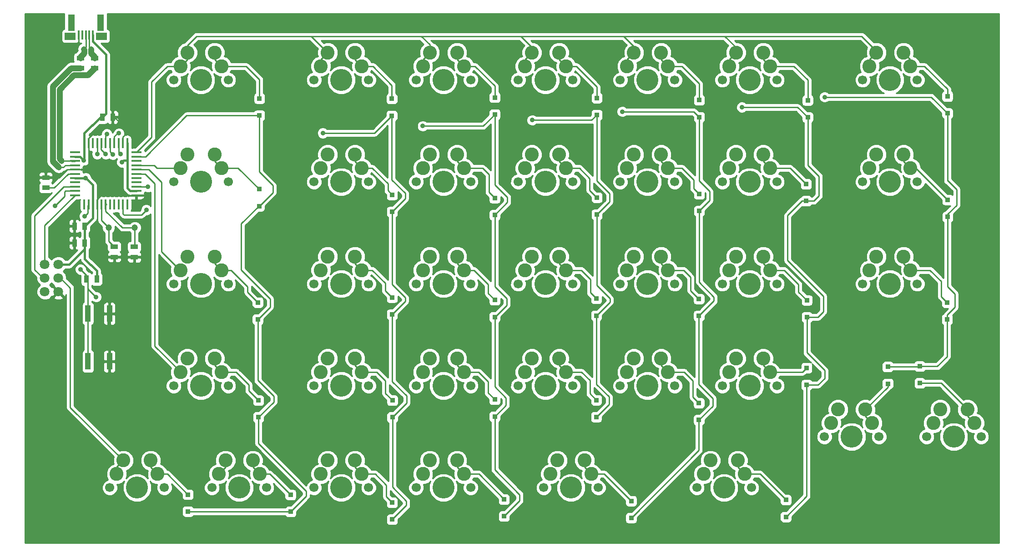
<source format=gtl>
G04 #@! TF.FileFunction,Copper,L1,Top,Signal*
%FSLAX46Y46*%
G04 Gerber Fmt 4.6, Leading zero omitted, Abs format (unit mm)*
G04 Created by KiCad (PCBNEW 4.0.0-rc1-stable) date 12/27/2015 3:28:10 PM*
%MOMM*%
G01*
G04 APERTURE LIST*
%ADD10C,0.150000*%
%ADD11R,1.397000X0.889000*%
%ADD12R,0.950000X0.900000*%
%ADD13O,0.406400X1.899920*%
%ADD14O,1.899920X0.406400*%
%ADD15R,1.000000X3.100000*%
%ADD16C,1.200000*%
%ADD17R,0.889000X1.397000*%
%ADD18C,1.800000*%
%ADD19C,1.700000*%
%ADD20C,2.600960*%
%ADD21C,4.099560*%
%ADD22R,1.300000X3.150000*%
%ADD23R,0.400000X1.750000*%
%ADD24R,2.000000X1.400000*%
%ADD25O,0.700000X1.200000*%
%ADD26O,0.650000X1.050000*%
%ADD27C,0.889000*%
%ADD28C,0.254000*%
%ADD29C,0.381000*%
%ADD30C,0.406000*%
%ADD31C,1.100000*%
G04 APERTURE END LIST*
D10*
D11*
X70300000Y-74097500D03*
X70300000Y-76002500D03*
D12*
X214250000Y-96475000D03*
X214250000Y-99625000D03*
X220200000Y-96375000D03*
X220200000Y-99525000D03*
X225300000Y-87625000D03*
X225300000Y-84475000D03*
X225400000Y-68525000D03*
X225400000Y-65375000D03*
X225350000Y-49225000D03*
X225350000Y-46075000D03*
X195300000Y-124425000D03*
X195300000Y-121275000D03*
X199150000Y-99825000D03*
X199150000Y-96675000D03*
X199200000Y-87225000D03*
X199200000Y-84075000D03*
X199050000Y-65575000D03*
X199050000Y-62425000D03*
X199350000Y-49975000D03*
X199350000Y-46825000D03*
X166500000Y-124625000D03*
X166500000Y-121475000D03*
X179150000Y-67425000D03*
X179150000Y-64275000D03*
X179100000Y-106375000D03*
X179100000Y-103225000D03*
X179100000Y-86975000D03*
X179100000Y-83825000D03*
X179150000Y-49925000D03*
X179150000Y-46775000D03*
X160000000Y-105825000D03*
X160000000Y-102675000D03*
X160000000Y-86925000D03*
X160000000Y-83775000D03*
X160100000Y-68075000D03*
X160100000Y-64925000D03*
X160100000Y-49525000D03*
X160100000Y-46375000D03*
X142850000Y-124325000D03*
X142850000Y-121175000D03*
X141100000Y-105725000D03*
X141100000Y-102575000D03*
X141100000Y-87175000D03*
X141100000Y-84025000D03*
X141100000Y-68175000D03*
X141100000Y-65025000D03*
X141100000Y-49425000D03*
X141100000Y-46275000D03*
X122000000Y-124925000D03*
X122000000Y-121775000D03*
X122050000Y-105875000D03*
X122050000Y-102725000D03*
X122000000Y-86725000D03*
X122000000Y-83575000D03*
X122000000Y-67575000D03*
X122000000Y-64425000D03*
X121950000Y-49675000D03*
X121950000Y-46525000D03*
X84000000Y-123425000D03*
X84000000Y-120275000D03*
X103100000Y-123475000D03*
X103100000Y-120325000D03*
X97100000Y-105875000D03*
X97100000Y-102725000D03*
X97000000Y-87625000D03*
X97000000Y-84475000D03*
X97250000Y-66525000D03*
X97250000Y-63375000D03*
X97300000Y-49625000D03*
X97300000Y-46475000D03*
D13*
X68700000Y-54785000D03*
X67899900Y-54785000D03*
X67099800Y-54785000D03*
X66299700Y-54785000D03*
X65499600Y-54785000D03*
X64699500Y-54785000D03*
X69500100Y-54785000D03*
X70300200Y-54785000D03*
X71100300Y-54785000D03*
X71900400Y-54785000D03*
X72700500Y-54785000D03*
X68700000Y-66215000D03*
X67899900Y-66215000D03*
X67099800Y-66215000D03*
X66299700Y-66215000D03*
X65499600Y-66215000D03*
X64699500Y-66215000D03*
X69500100Y-66215000D03*
X70300200Y-66215000D03*
X71100300Y-66215000D03*
X71900400Y-66215000D03*
X72700500Y-66215000D03*
D14*
X62985000Y-60500000D03*
X74415000Y-60500000D03*
X62985000Y-61300100D03*
X74415000Y-61300100D03*
X74415000Y-62100200D03*
X62985000Y-62100200D03*
X62985000Y-62900300D03*
X74415000Y-62900300D03*
X74415000Y-63700400D03*
X62985000Y-63700400D03*
X62985000Y-64500500D03*
X74415000Y-64500500D03*
X74415000Y-59699900D03*
X62985000Y-59699900D03*
X62985000Y-58899800D03*
X74415000Y-58899800D03*
X74415000Y-58099700D03*
X62985000Y-58099700D03*
X62985000Y-57299600D03*
X74415000Y-57299600D03*
X74415000Y-56499500D03*
X62985000Y-56499500D03*
D15*
X69401500Y-86550000D03*
X65401000Y-95450000D03*
X69399000Y-95450000D03*
X65401000Y-86550000D03*
D16*
X74115000Y-70550000D03*
X69235000Y-70550000D03*
D11*
X74000000Y-74122500D03*
X74000000Y-76027500D03*
D17*
X64802500Y-70250000D03*
X62897500Y-70250000D03*
X64802500Y-73375000D03*
X62897500Y-73375000D03*
D11*
X57550000Y-63102500D03*
X57550000Y-61197500D03*
D17*
X68097500Y-49950000D03*
X70002500Y-49950000D03*
D11*
X64000000Y-40852500D03*
X64000000Y-38947500D03*
X66600000Y-40852500D03*
X66600000Y-38947500D03*
D18*
X57340000Y-82480000D03*
X57340000Y-79940000D03*
X57340000Y-77400000D03*
X59880000Y-82480000D03*
X59880000Y-79940000D03*
X59880000Y-77400000D03*
D19*
X91493600Y-43000000D03*
D20*
X83873600Y-37920000D03*
X90223600Y-40460000D03*
D21*
X86413600Y-43000000D03*
D20*
X88953600Y-37920000D03*
X82603600Y-40460000D03*
D19*
X81333600Y-43000000D03*
X91493600Y-62000000D03*
D20*
X83873600Y-56920000D03*
X90223600Y-59460000D03*
D21*
X86413600Y-62000000D03*
D20*
X88953600Y-56920000D03*
X82603600Y-59460000D03*
D19*
X81333600Y-62000000D03*
X91493600Y-81000000D03*
D20*
X83873600Y-75920000D03*
X90223600Y-78460000D03*
D21*
X86413600Y-81000000D03*
D20*
X88953600Y-75920000D03*
X82603600Y-78460000D03*
D19*
X81333600Y-81000000D03*
X91493600Y-100000000D03*
D20*
X83873600Y-94920000D03*
X90223600Y-97460000D03*
D21*
X86413600Y-100000000D03*
D20*
X88953600Y-94920000D03*
X82603600Y-97460000D03*
D19*
X81333600Y-100000000D03*
X98618600Y-119000000D03*
D20*
X90998600Y-113920000D03*
X97348600Y-116460000D03*
D21*
X93538600Y-119000000D03*
D20*
X96078600Y-113920000D03*
X89728600Y-116460000D03*
D19*
X88458600Y-119000000D03*
X79618600Y-119000000D03*
D20*
X71998600Y-113920000D03*
X78348600Y-116460000D03*
D21*
X74538600Y-119000000D03*
D20*
X77078600Y-113920000D03*
X70728600Y-116460000D03*
D19*
X69458600Y-119000000D03*
X117618600Y-43000000D03*
D20*
X109998600Y-37920000D03*
X116348600Y-40460000D03*
D21*
X112538600Y-43000000D03*
D20*
X115078600Y-37920000D03*
X108728600Y-40460000D03*
D19*
X107458600Y-43000000D03*
X117618600Y-62000000D03*
D20*
X109998600Y-56920000D03*
X116348600Y-59460000D03*
D21*
X112538600Y-62000000D03*
D20*
X115078600Y-56920000D03*
X108728600Y-59460000D03*
D19*
X107458600Y-62000000D03*
X117618600Y-81000000D03*
D20*
X109998600Y-75920000D03*
X116348600Y-78460000D03*
D21*
X112538600Y-81000000D03*
D20*
X115078600Y-75920000D03*
X108728600Y-78460000D03*
D19*
X107458600Y-81000000D03*
X117618600Y-100000000D03*
D20*
X109998600Y-94920000D03*
X116348600Y-97460000D03*
D21*
X112538600Y-100000000D03*
D20*
X115078600Y-94920000D03*
X108728600Y-97460000D03*
D19*
X107458600Y-100000000D03*
X117618600Y-119000000D03*
D20*
X109998600Y-113920000D03*
X116348600Y-116460000D03*
D21*
X112538600Y-119000000D03*
D20*
X115078600Y-113920000D03*
X108728600Y-116460000D03*
D19*
X107458600Y-119000000D03*
X136618600Y-43000000D03*
D20*
X128998600Y-37920000D03*
X135348600Y-40460000D03*
D21*
X131538600Y-43000000D03*
D20*
X134078600Y-37920000D03*
X127728600Y-40460000D03*
D19*
X126458600Y-43000000D03*
X136618600Y-62000000D03*
D20*
X128998600Y-56920000D03*
X135348600Y-59460000D03*
D21*
X131538600Y-62000000D03*
D20*
X134078600Y-56920000D03*
X127728600Y-59460000D03*
D19*
X126458600Y-62000000D03*
X136618600Y-81000000D03*
D20*
X128998600Y-75920000D03*
X135348600Y-78460000D03*
D21*
X131538600Y-81000000D03*
D20*
X134078600Y-75920000D03*
X127728600Y-78460000D03*
D19*
X126458600Y-81000000D03*
X136618600Y-100000000D03*
D20*
X128998600Y-94920000D03*
X135348600Y-97460000D03*
D21*
X131538600Y-100000000D03*
D20*
X134078600Y-94920000D03*
X127728600Y-97460000D03*
D19*
X126458600Y-100000000D03*
X136618600Y-119000000D03*
D20*
X128998600Y-113920000D03*
X135348600Y-116460000D03*
D21*
X131538600Y-119000000D03*
D20*
X134078600Y-113920000D03*
X127728600Y-116460000D03*
D19*
X126458600Y-119000000D03*
X155618600Y-43000000D03*
D20*
X147998600Y-37920000D03*
X154348600Y-40460000D03*
D21*
X150538600Y-43000000D03*
D20*
X153078600Y-37920000D03*
X146728600Y-40460000D03*
D19*
X145458600Y-43000000D03*
X155618600Y-62000000D03*
D20*
X147998600Y-56920000D03*
X154348600Y-59460000D03*
D21*
X150538600Y-62000000D03*
D20*
X153078600Y-56920000D03*
X146728600Y-59460000D03*
D19*
X145458600Y-62000000D03*
X155618600Y-81000000D03*
D20*
X147998600Y-75920000D03*
X154348600Y-78460000D03*
D21*
X150538600Y-81000000D03*
D20*
X153078600Y-75920000D03*
X146728600Y-78460000D03*
D19*
X145458600Y-81000000D03*
X155618600Y-100000000D03*
D20*
X147998600Y-94920000D03*
X154348600Y-97460000D03*
D21*
X150538600Y-100000000D03*
D20*
X153078600Y-94920000D03*
X146728600Y-97460000D03*
D19*
X145458600Y-100000000D03*
X174618600Y-43000000D03*
D20*
X166998600Y-37920000D03*
X173348600Y-40460000D03*
D21*
X169538600Y-43000000D03*
D20*
X172078600Y-37920000D03*
X165728600Y-40460000D03*
D19*
X164458600Y-43000000D03*
X174618600Y-62000000D03*
D20*
X166998600Y-56920000D03*
X173348600Y-59460000D03*
D21*
X169538600Y-62000000D03*
D20*
X172078600Y-56920000D03*
X165728600Y-59460000D03*
D19*
X164458600Y-62000000D03*
X174618600Y-81000000D03*
D20*
X166998600Y-75920000D03*
X173348600Y-78460000D03*
D21*
X169538600Y-81000000D03*
D20*
X172078600Y-75920000D03*
X165728600Y-78460000D03*
D19*
X164458600Y-81000000D03*
X174618600Y-100000000D03*
D20*
X166998600Y-94920000D03*
X173348600Y-97460000D03*
D21*
X169538600Y-100000000D03*
D20*
X172078600Y-94920000D03*
X165728600Y-97460000D03*
D19*
X164458600Y-100000000D03*
X160368600Y-119000000D03*
D20*
X152748600Y-113920000D03*
X159098600Y-116460000D03*
D21*
X155288600Y-119000000D03*
D20*
X157828600Y-113920000D03*
X151478600Y-116460000D03*
D19*
X150208600Y-119000000D03*
X193618600Y-43000000D03*
D20*
X185998600Y-37920000D03*
X192348600Y-40460000D03*
D21*
X188538600Y-43000000D03*
D20*
X191078600Y-37920000D03*
X184728600Y-40460000D03*
D19*
X183458600Y-43000000D03*
X193618600Y-62000000D03*
D20*
X185998600Y-56920000D03*
X192348600Y-59460000D03*
D21*
X188538600Y-62000000D03*
D20*
X191078600Y-56920000D03*
X184728600Y-59460000D03*
D19*
X183458600Y-62000000D03*
X193618600Y-81000000D03*
D20*
X185998600Y-75920000D03*
X192348600Y-78460000D03*
D21*
X188538600Y-81000000D03*
D20*
X191078600Y-75920000D03*
X184728600Y-78460000D03*
D19*
X183458600Y-81000000D03*
X193618600Y-100000000D03*
D20*
X185998600Y-94920000D03*
X192348600Y-97460000D03*
D21*
X188538600Y-100000000D03*
D20*
X191078600Y-94920000D03*
X184728600Y-97460000D03*
D19*
X183458600Y-100000000D03*
X188866000Y-119000000D03*
D20*
X181246000Y-113920000D03*
X187596000Y-116460000D03*
D21*
X183786000Y-119000000D03*
D20*
X186326000Y-113920000D03*
X179976000Y-116460000D03*
D19*
X178706000Y-119000000D03*
X219743600Y-43000000D03*
D20*
X212123600Y-37920000D03*
X218473600Y-40460000D03*
D21*
X214663600Y-43000000D03*
D20*
X217203600Y-37920000D03*
X210853600Y-40460000D03*
D19*
X209583600Y-43000000D03*
X219743600Y-62000000D03*
D20*
X212123600Y-56920000D03*
X218473600Y-59460000D03*
D21*
X214663600Y-62000000D03*
D20*
X217203600Y-56920000D03*
X210853600Y-59460000D03*
D19*
X209583600Y-62000000D03*
X219743600Y-81000000D03*
D20*
X212123600Y-75920000D03*
X218473600Y-78460000D03*
D21*
X214663600Y-81000000D03*
D20*
X217203600Y-75920000D03*
X210853600Y-78460000D03*
D19*
X209583600Y-81000000D03*
X231618600Y-109500000D03*
D20*
X223998600Y-104420000D03*
X230348600Y-106960000D03*
D21*
X226538600Y-109500000D03*
D20*
X229078600Y-104420000D03*
X222728600Y-106960000D03*
D19*
X221458600Y-109500000D03*
X212618600Y-109500000D03*
D20*
X204998600Y-104420000D03*
X211348600Y-106960000D03*
D21*
X207538600Y-109500000D03*
D20*
X210078600Y-104420000D03*
X203728600Y-106960000D03*
D19*
X202458600Y-109500000D03*
D17*
X67027500Y-80125000D03*
X65122500Y-80125000D03*
D22*
X67725000Y-32325000D03*
X62275000Y-32325000D03*
D23*
X65000000Y-34675000D03*
X65650000Y-34675000D03*
X66300000Y-34675000D03*
X64350000Y-34675000D03*
X63700000Y-34675000D03*
D24*
X67900000Y-34850000D03*
X62100000Y-34850000D03*
D25*
X67725000Y-31950000D03*
X62275000Y-31950000D03*
D26*
X67425000Y-34850000D03*
X62575000Y-34850000D03*
D27*
X228550000Y-76250000D03*
X228000000Y-97750000D03*
X59800000Y-37000000D03*
X70400000Y-37000000D03*
X67090000Y-61460000D03*
X63620000Y-67840000D03*
X67975000Y-90225000D03*
X71710000Y-58340000D03*
X64625000Y-57975000D03*
X64975000Y-61300000D03*
X71425000Y-56850000D03*
X109100000Y-52900000D03*
X71150000Y-52950000D03*
X127700000Y-51600000D03*
X70025000Y-56900000D03*
X148100000Y-50500000D03*
X164850000Y-48900000D03*
X68900000Y-53100000D03*
X68700000Y-56800000D03*
X187100000Y-48100000D03*
X67100000Y-56800000D03*
X202500000Y-46200000D03*
X64775000Y-68375000D03*
X64000000Y-78300000D03*
X66925000Y-83450000D03*
X59230000Y-66470000D03*
X76550000Y-62950000D03*
X76250000Y-67250000D03*
D28*
X228550000Y-97200000D02*
X228550000Y-76250000D01*
X228000000Y-97750000D02*
X228550000Y-97200000D01*
X62900000Y-37000000D02*
X59800000Y-37000000D01*
X65499600Y-54785000D02*
X65499600Y-53850400D01*
X65499600Y-53850400D02*
X67550000Y-51800000D01*
X70002500Y-50997500D02*
X70002500Y-49950000D01*
X69200000Y-51800000D02*
X70002500Y-50997500D01*
X67550000Y-51800000D02*
X69200000Y-51800000D01*
X70002500Y-49950000D02*
X70300000Y-49950000D01*
X70300000Y-49950000D02*
X72600000Y-52250000D01*
X72600000Y-52250000D02*
X72600000Y-52900000D01*
X72600000Y-52900000D02*
X71900400Y-53599600D01*
X71900400Y-53599600D02*
X71900400Y-54785000D01*
X62985000Y-59699900D02*
X61550100Y-59699900D01*
X60052500Y-61197500D02*
X57550000Y-61197500D01*
X61550100Y-59699900D02*
X60052500Y-61197500D01*
X63700000Y-34675000D02*
X63700000Y-36200000D01*
X63700000Y-36200000D02*
X62900000Y-37000000D01*
X62900000Y-37000000D02*
X62850000Y-37050000D01*
X67099800Y-66215000D02*
X67099800Y-70959800D01*
X67099800Y-70959800D02*
X67250000Y-71110000D01*
X69401500Y-86550000D02*
X69401500Y-95447500D01*
X69401500Y-95447500D02*
X69399000Y-95450000D01*
X62897500Y-70250000D02*
X62897500Y-73375000D01*
X62897500Y-70250000D02*
X62897500Y-68562500D01*
X62897500Y-68562500D02*
X63620000Y-67840000D01*
X67090000Y-61460000D02*
X67100000Y-61460000D01*
X67100000Y-61460000D02*
X67090000Y-61460000D01*
X67090000Y-61460000D02*
X67100000Y-61460000D01*
X69075000Y-89125000D02*
X69075000Y-86876500D01*
X67975000Y-90225000D02*
X69075000Y-89125000D01*
X69075000Y-86876500D02*
X69401500Y-86550000D01*
X67099800Y-66215000D02*
X67099800Y-65250200D01*
X67849500Y-64500500D02*
X74415000Y-64500500D01*
X67099800Y-65250200D02*
X67849500Y-64500500D01*
X67100000Y-64600000D02*
X67100000Y-61460000D01*
X67100000Y-61460000D02*
X67100000Y-60400800D01*
X67100000Y-60400800D02*
X65499600Y-58800400D01*
X65499600Y-54785000D02*
X65499600Y-58800400D01*
X64600100Y-59699900D02*
X62985000Y-59699900D01*
X65499600Y-58800400D02*
X64600100Y-59699900D01*
X67099800Y-64600000D02*
X67100000Y-64600000D01*
X74315500Y-64600000D02*
X74415000Y-64500500D01*
X67099800Y-64600000D02*
X67099800Y-66215000D01*
D29*
X68097500Y-49950000D02*
X67700000Y-49950000D01*
X67700000Y-49950000D02*
X64699500Y-52950500D01*
X64699500Y-52950500D02*
X64699500Y-54785000D01*
X66300000Y-34675000D02*
X66300000Y-35850000D01*
X68750000Y-49297500D02*
X68097500Y-49950000D01*
X68750000Y-38300000D02*
X68750000Y-49297500D01*
X66300000Y-35850000D02*
X68750000Y-38300000D01*
D30*
X62985000Y-57299600D02*
X63949600Y-57299600D01*
X63949600Y-57299600D02*
X64625000Y-57975000D01*
X64699500Y-54785000D02*
X64699500Y-57900500D01*
D29*
X64699500Y-57900500D02*
X64625000Y-57975000D01*
D30*
X64802500Y-73375000D02*
X64802500Y-76372500D01*
X64802500Y-76372500D02*
X67027500Y-78597500D01*
X67027500Y-78597500D02*
X67027500Y-80125000D01*
X64802500Y-73375000D02*
X64802500Y-74477500D01*
X64802500Y-74477500D02*
X61880000Y-77400000D01*
X61880000Y-77400000D02*
X59880000Y-77400000D01*
X64802500Y-70250000D02*
X64802500Y-73375000D01*
X72700500Y-57970000D02*
X72080000Y-57970000D01*
X72080000Y-57970000D02*
X71710000Y-58340000D01*
X66299700Y-66215000D02*
X66299700Y-68752800D01*
X66299700Y-68752800D02*
X64802500Y-70250000D01*
D28*
X64699500Y-57900500D02*
X64625000Y-57975000D01*
D30*
X64975100Y-61300100D02*
X65000100Y-61300100D01*
X64975000Y-61300000D02*
X64975100Y-61300100D01*
X74415000Y-63700400D02*
X73250400Y-63700400D01*
X73250400Y-63700400D02*
X72700500Y-63150500D01*
X72700500Y-63150500D02*
X72700500Y-57970000D01*
X72700500Y-57970000D02*
X72700500Y-54785000D01*
X66299700Y-66215000D02*
X66299700Y-62599700D01*
X65000100Y-61300100D02*
X66299700Y-62599700D01*
X65000100Y-61300100D02*
X62985000Y-61300100D01*
D28*
X72735500Y-54750000D02*
X72700500Y-54785000D01*
X69235000Y-70550000D02*
X69235000Y-73032500D01*
X69235000Y-73032500D02*
X70300000Y-74097500D01*
X67899900Y-66215000D02*
X67899900Y-69214900D01*
X67899900Y-69214900D02*
X69235000Y-70550000D01*
X74115000Y-70550000D02*
X74115000Y-74007500D01*
X74115000Y-74007500D02*
X74000000Y-74122500D01*
X68700000Y-66215000D02*
X68700000Y-67450000D01*
X71800000Y-70550000D02*
X74115000Y-70550000D01*
X68700000Y-67450000D02*
X71800000Y-70550000D01*
X68752500Y-66150000D02*
X68802500Y-66200000D01*
X62985000Y-60500000D02*
X61700000Y-60500000D01*
X59097500Y-63102500D02*
X57550000Y-63102500D01*
X61700000Y-60500000D02*
X59097500Y-63102500D01*
X62937500Y-60547500D02*
X62985000Y-60500000D01*
X74415000Y-57299600D02*
X76100400Y-57299600D01*
X83775000Y-49625000D02*
X97300000Y-49625000D01*
X76100400Y-57299600D02*
X83775000Y-49625000D01*
X103100000Y-123475000D02*
X84050000Y-123475000D01*
X84050000Y-123475000D02*
X84000000Y-123425000D01*
X97100000Y-105875000D02*
X97100000Y-110750000D01*
X106000000Y-120575000D02*
X103100000Y-123475000D01*
X106000000Y-119650000D02*
X106000000Y-120575000D01*
X97100000Y-110750000D02*
X106000000Y-119650000D01*
X97000000Y-87625000D02*
X97000000Y-99000000D01*
X99950000Y-103025000D02*
X97100000Y-105875000D01*
X99950000Y-101950000D02*
X99950000Y-103025000D01*
X97000000Y-99000000D02*
X99950000Y-101950000D01*
X97250000Y-66525000D02*
X97175000Y-66525000D01*
X97175000Y-66525000D02*
X93900000Y-69800000D01*
X99300000Y-85325000D02*
X97000000Y-87625000D01*
X99300000Y-83800000D02*
X99300000Y-85325000D01*
X93900000Y-78400000D02*
X99300000Y-83800000D01*
X93900000Y-69800000D02*
X93900000Y-78400000D01*
X97300000Y-49625000D02*
X97300000Y-60150000D01*
X99800000Y-63975000D02*
X97250000Y-66525000D01*
X99800000Y-62650000D02*
X99800000Y-63975000D01*
X97300000Y-60150000D02*
X99800000Y-62650000D01*
X90223600Y-40460000D02*
X94810000Y-40460000D01*
X97300000Y-42950000D02*
X97300000Y-46475000D01*
X94810000Y-40460000D02*
X97300000Y-42950000D01*
X90223600Y-40460000D02*
X91285000Y-40460000D01*
X90223600Y-40460000D02*
X90662500Y-40460000D01*
X88953600Y-37920000D02*
X88953600Y-39190000D01*
X88953600Y-39190000D02*
X90223600Y-40460000D01*
X88953600Y-37920000D02*
X89220000Y-37920000D01*
X90223600Y-59460000D02*
X93335000Y-59460000D01*
X88953600Y-56920000D02*
X88953600Y-58190000D01*
X88953600Y-58190000D02*
X90223600Y-59460000D01*
X88953600Y-56920000D02*
X88953600Y-56953600D01*
X93335000Y-59460000D02*
X97250000Y-63375000D01*
X90223600Y-78460000D02*
X92060000Y-78460000D01*
X95100000Y-82575000D02*
X97000000Y-84475000D01*
X95100000Y-81500000D02*
X95100000Y-82575000D01*
X92060000Y-78460000D02*
X95100000Y-81500000D01*
X90223600Y-78460000D02*
X90985000Y-78460000D01*
X90223600Y-78460000D02*
X90362500Y-78460000D01*
X88953600Y-75920000D02*
X88953600Y-77190000D01*
X88953600Y-77190000D02*
X90223600Y-78460000D01*
X88953600Y-75920000D02*
X88953600Y-75953600D01*
X90223600Y-97460000D02*
X92960000Y-97460000D01*
X95300000Y-100925000D02*
X97100000Y-102725000D01*
X95300000Y-99800000D02*
X95300000Y-100925000D01*
X92960000Y-97460000D02*
X95300000Y-99800000D01*
X90223600Y-97460000D02*
X91212500Y-97460000D01*
X88953600Y-94920000D02*
X88953600Y-96190000D01*
X88953600Y-96190000D02*
X90223600Y-97460000D01*
X88953600Y-94920000D02*
X88953600Y-95153600D01*
X97348600Y-116460000D02*
X99235000Y-116460000D01*
X97348600Y-116460000D02*
X98612500Y-116460000D01*
X96078600Y-113920000D02*
X96078600Y-115190000D01*
X96078600Y-115190000D02*
X97348600Y-116460000D01*
X96078600Y-113920000D02*
X96120000Y-113920000D01*
X99235000Y-116460000D02*
X103100000Y-120325000D01*
X78348600Y-116460000D02*
X80185000Y-116460000D01*
X78348600Y-116460000D02*
X79562500Y-116460000D01*
X77078600Y-113920000D02*
X77078600Y-115190000D01*
X77078600Y-115190000D02*
X78348600Y-116460000D01*
X77078600Y-113920000D02*
X77078600Y-113978600D01*
X80185000Y-116460000D02*
X84000000Y-120275000D01*
X71100300Y-56525300D02*
X71100300Y-54785000D01*
X71425000Y-56850000D02*
X71100300Y-56525300D01*
X122050000Y-105875000D02*
X122050000Y-118900000D01*
X124650000Y-122275000D02*
X122000000Y-124925000D01*
X124650000Y-121500000D02*
X124650000Y-122275000D01*
X122050000Y-118900000D02*
X124650000Y-121500000D01*
X122000000Y-86725000D02*
X122000000Y-99200000D01*
X124700000Y-103225000D02*
X122050000Y-105875000D01*
X124700000Y-101900000D02*
X124700000Y-103225000D01*
X122000000Y-99200000D02*
X124700000Y-101900000D01*
X122000000Y-67575000D02*
X122000000Y-81150000D01*
X124450000Y-84275000D02*
X122000000Y-86725000D01*
X124450000Y-83600000D02*
X124450000Y-84275000D01*
X122000000Y-81150000D02*
X124450000Y-83600000D01*
X121950000Y-49675000D02*
X121950000Y-61600000D01*
X124450000Y-65125000D02*
X122000000Y-67575000D01*
X124450000Y-64100000D02*
X124450000Y-65125000D01*
X121950000Y-61600000D02*
X124450000Y-64100000D01*
X109100000Y-52900000D02*
X118725000Y-52900000D01*
X118725000Y-52900000D02*
X121950000Y-49675000D01*
X116348600Y-40460000D02*
X118410000Y-40460000D01*
X121950000Y-44000000D02*
X121950000Y-46525000D01*
X118410000Y-40460000D02*
X121950000Y-44000000D01*
X116348600Y-40460000D02*
X116348600Y-40923600D01*
X115078600Y-37920000D02*
X115078600Y-39190000D01*
X115078600Y-39190000D02*
X116348600Y-40460000D01*
X115078600Y-37920000D02*
X115078600Y-37978600D01*
X116348600Y-59460000D02*
X118310000Y-59460000D01*
X121200000Y-63625000D02*
X122000000Y-64425000D01*
X121200000Y-62350000D02*
X121200000Y-63625000D01*
X118310000Y-59460000D02*
X121200000Y-62350000D01*
X116348600Y-59460000D02*
X116412500Y-59460000D01*
X115078600Y-56920000D02*
X115078600Y-58190000D01*
X115078600Y-58190000D02*
X116348600Y-59460000D01*
X115078600Y-56920000D02*
X115078600Y-56978600D01*
X116348600Y-78460000D02*
X118310000Y-78460000D01*
X120700000Y-82275000D02*
X122000000Y-83575000D01*
X120700000Y-80850000D02*
X120700000Y-82275000D01*
X118310000Y-78460000D02*
X120700000Y-80850000D01*
X116348600Y-78460000D02*
X116885000Y-78460000D01*
X116348600Y-78460000D02*
X116348600Y-78546100D01*
X115078600Y-75920000D02*
X115078600Y-77190000D01*
X115078600Y-77190000D02*
X116348600Y-78460000D01*
X115078600Y-75920000D02*
X115078600Y-75978600D01*
X116348600Y-97460000D02*
X119160000Y-97460000D01*
X120750000Y-101425000D02*
X122050000Y-102725000D01*
X120750000Y-99050000D02*
X120750000Y-101425000D01*
X119160000Y-97460000D02*
X120750000Y-99050000D01*
X116348600Y-97460000D02*
X116785000Y-97460000D01*
X116348600Y-97460000D02*
X116348600Y-97646100D01*
X115078600Y-94920000D02*
X115078600Y-96190000D01*
X115078600Y-96190000D02*
X116348600Y-97460000D01*
X115078600Y-94920000D02*
X115078600Y-94978600D01*
X116348600Y-116460000D02*
X118860000Y-116460000D01*
X120900000Y-120675000D02*
X122000000Y-121775000D01*
X120900000Y-118500000D02*
X120900000Y-120675000D01*
X118860000Y-116460000D02*
X120900000Y-118500000D01*
X116348600Y-116460000D02*
X116685000Y-116460000D01*
X116348600Y-116460000D02*
X116348600Y-116746100D01*
X115078600Y-113920000D02*
X115078600Y-115190000D01*
X115078600Y-115190000D02*
X116348600Y-116460000D01*
X115078600Y-113920000D02*
X115078600Y-113978600D01*
X70300200Y-53549800D02*
X70300200Y-54785000D01*
X70800000Y-53050000D02*
X70300200Y-53549800D01*
X71050000Y-53050000D02*
X70800000Y-53050000D01*
X71150000Y-52950000D02*
X71050000Y-53050000D01*
X141100000Y-105725000D02*
X141100000Y-115650000D01*
X145750000Y-121425000D02*
X142850000Y-124325000D01*
X145750000Y-120300000D02*
X145750000Y-121425000D01*
X141100000Y-115650000D02*
X145750000Y-120300000D01*
X141100000Y-87175000D02*
X141100000Y-100200000D01*
X143200000Y-103625000D02*
X141100000Y-105725000D01*
X143200000Y-102300000D02*
X143200000Y-103625000D01*
X141100000Y-100200000D02*
X143200000Y-102300000D01*
X141100000Y-68175000D02*
X141100000Y-81500000D01*
X143300000Y-84975000D02*
X141100000Y-87175000D01*
X143300000Y-83700000D02*
X143300000Y-84975000D01*
X141100000Y-81500000D02*
X143300000Y-83700000D01*
X141100000Y-49425000D02*
X141100000Y-62550000D01*
X143450000Y-65825000D02*
X141100000Y-68175000D01*
X143450000Y-64900000D02*
X143450000Y-65825000D01*
X141100000Y-62550000D02*
X143450000Y-64900000D01*
X127700000Y-51600000D02*
X138925000Y-51600000D01*
X138925000Y-51600000D02*
X141100000Y-49425000D01*
X70300000Y-54784800D02*
X70300200Y-54785000D01*
X135348600Y-40460000D02*
X137410000Y-40460000D01*
X141100000Y-44150000D02*
X141100000Y-46275000D01*
X137410000Y-40460000D02*
X141100000Y-44150000D01*
X135348600Y-40460000D02*
X135348600Y-40523600D01*
X134078600Y-37920000D02*
X134078600Y-39190000D01*
X134078600Y-39190000D02*
X135348600Y-40460000D01*
X134078600Y-37920000D02*
X134220000Y-37920000D01*
X135348600Y-59460000D02*
X138860000Y-59460000D01*
X140000000Y-63925000D02*
X141100000Y-65025000D01*
X140000000Y-60600000D02*
X140000000Y-63925000D01*
X138860000Y-59460000D02*
X140000000Y-60600000D01*
X135348600Y-59460000D02*
X135348600Y-59896100D01*
X134078600Y-56920000D02*
X134078600Y-58190000D01*
X134078600Y-58190000D02*
X135348600Y-59460000D01*
X134078600Y-56920000D02*
X134220000Y-56920000D01*
X141100000Y-65025000D02*
X140913600Y-65025000D01*
X135348600Y-78460000D02*
X137210000Y-78460000D01*
X139900000Y-82825000D02*
X141100000Y-84025000D01*
X139900000Y-81150000D02*
X139900000Y-82825000D01*
X137210000Y-78460000D02*
X139900000Y-81150000D01*
X135348600Y-78460000D02*
X135535000Y-78460000D01*
X135348600Y-78460000D02*
X135348600Y-78896100D01*
X134078600Y-75920000D02*
X134078600Y-77190000D01*
X134078600Y-77190000D02*
X135348600Y-78460000D01*
X134078600Y-75920000D02*
X134120000Y-75920000D01*
X135348600Y-97460000D02*
X138110000Y-97460000D01*
X139850000Y-101325000D02*
X141100000Y-102575000D01*
X139850000Y-99200000D02*
X139850000Y-101325000D01*
X138110000Y-97460000D02*
X139850000Y-99200000D01*
X135348600Y-97460000D02*
X135985000Y-97460000D01*
X135348600Y-97460000D02*
X135362500Y-97460000D01*
X134078600Y-94920000D02*
X134078600Y-96190000D01*
X134078600Y-96190000D02*
X135348600Y-97460000D01*
X134078600Y-94920000D02*
X134078600Y-95078600D01*
X135348600Y-116460000D02*
X138135000Y-116460000D01*
X134078600Y-113920000D02*
X134078600Y-115190000D01*
X134078600Y-115190000D02*
X135348600Y-116460000D01*
X134078600Y-113920000D02*
X134078600Y-114178600D01*
X133540000Y-113920000D02*
X133540000Y-113940000D01*
X138135000Y-116460000D02*
X142850000Y-121175000D01*
X69500100Y-54785000D02*
X69500100Y-56375100D01*
X70025000Y-56900000D02*
X69500100Y-56375100D01*
X160000000Y-86925000D02*
X160000000Y-99700000D01*
X162350000Y-103475000D02*
X160000000Y-105825000D01*
X162350000Y-102050000D02*
X162350000Y-103475000D01*
X160000000Y-99700000D02*
X162350000Y-102050000D01*
X160100000Y-68075000D02*
X160100000Y-81300000D01*
X162550000Y-84375000D02*
X160000000Y-86925000D01*
X162550000Y-83750000D02*
X162550000Y-84375000D01*
X160100000Y-81300000D02*
X162550000Y-83750000D01*
X160100000Y-49525000D02*
X160100000Y-61800000D01*
X162450000Y-65725000D02*
X160100000Y-68075000D01*
X162450000Y-64150000D02*
X162450000Y-65725000D01*
X160100000Y-61800000D02*
X162450000Y-64150000D01*
X148100000Y-50500000D02*
X159125000Y-50500000D01*
X159125000Y-50500000D02*
X160100000Y-49525000D01*
X154348600Y-40460000D02*
X156260000Y-40460000D01*
X160100000Y-44300000D02*
X160100000Y-46375000D01*
X156260000Y-40460000D02*
X160100000Y-44300000D01*
X154348600Y-40460000D02*
X154348600Y-40623600D01*
X153078600Y-37920000D02*
X153078600Y-39190000D01*
X153078600Y-39190000D02*
X154348600Y-40460000D01*
X153078600Y-37920000D02*
X153078600Y-37978600D01*
X154348600Y-59460000D02*
X156860000Y-59460000D01*
X158750000Y-63575000D02*
X160100000Y-64925000D01*
X158750000Y-61350000D02*
X158750000Y-63575000D01*
X156860000Y-59460000D02*
X158750000Y-61350000D01*
X154348600Y-59460000D02*
X155510000Y-59460000D01*
X154348600Y-59460000D02*
X154635000Y-59460000D01*
X154348600Y-59460000D02*
X154348600Y-59796100D01*
X153078600Y-56920000D02*
X153078600Y-58190000D01*
X153078600Y-58190000D02*
X154348600Y-59460000D01*
X153078600Y-56920000D02*
X153078600Y-57178600D01*
X154348600Y-78460000D02*
X157210000Y-78460000D01*
X158900000Y-82675000D02*
X160000000Y-83775000D01*
X158900000Y-80150000D02*
X158900000Y-82675000D01*
X157210000Y-78460000D02*
X158900000Y-80150000D01*
X154348600Y-78460000D02*
X154685000Y-78460000D01*
X154348600Y-78460000D02*
X154348600Y-78746100D01*
X153078600Y-75920000D02*
X153078600Y-77190000D01*
X153078600Y-77190000D02*
X154348600Y-78460000D01*
X153078600Y-75920000D02*
X153078600Y-75978600D01*
X154348600Y-97460000D02*
X157260000Y-97460000D01*
X158800000Y-101475000D02*
X160000000Y-102675000D01*
X158800000Y-99000000D02*
X158800000Y-101475000D01*
X157260000Y-97460000D02*
X158800000Y-99000000D01*
X154348600Y-97460000D02*
X154785000Y-97460000D01*
X154348600Y-97460000D02*
X154348600Y-97646100D01*
X153078600Y-94920000D02*
X153078600Y-96190000D01*
X153078600Y-96190000D02*
X154348600Y-97460000D01*
X153078600Y-94920000D02*
X153078600Y-94978600D01*
X179150000Y-49925000D02*
X178125000Y-48900000D01*
X164850000Y-48900000D02*
X178125000Y-48900000D01*
X68700000Y-53300000D02*
X68700000Y-54785000D01*
X68900000Y-53100000D02*
X68700000Y-53300000D01*
X179100000Y-106375000D02*
X179100000Y-112025000D01*
X179100000Y-112025000D02*
X166500000Y-124625000D01*
X179100000Y-86975000D02*
X179100000Y-99750000D01*
X181700000Y-103775000D02*
X179100000Y-106375000D01*
X181700000Y-102350000D02*
X181700000Y-103775000D01*
X179100000Y-99750000D02*
X181700000Y-102350000D01*
X179150000Y-67425000D02*
X179150000Y-80700000D01*
X181900000Y-84175000D02*
X179100000Y-86975000D01*
X181900000Y-83450000D02*
X181900000Y-84175000D01*
X179150000Y-80700000D02*
X181900000Y-83450000D01*
X179150000Y-49925000D02*
X179150000Y-61800000D01*
X181100000Y-65475000D02*
X179150000Y-67425000D01*
X181100000Y-63750000D02*
X181100000Y-65475000D01*
X179150000Y-61800000D02*
X181100000Y-63750000D01*
X173348600Y-40460000D02*
X175910000Y-40460000D01*
X179150000Y-43700000D02*
X179150000Y-46775000D01*
X175910000Y-40460000D02*
X179150000Y-43700000D01*
X173348600Y-40460000D02*
X173348600Y-40973600D01*
X172078600Y-37920000D02*
X172078600Y-39190000D01*
X172078600Y-39190000D02*
X173348600Y-40460000D01*
X172078600Y-37920000D02*
X172078600Y-37978600D01*
X173348600Y-78460000D02*
X176260000Y-78460000D01*
X177550000Y-82275000D02*
X179100000Y-83825000D01*
X177550000Y-79750000D02*
X177550000Y-82275000D01*
X176260000Y-78460000D02*
X177550000Y-79750000D01*
X173348600Y-78460000D02*
X173735000Y-78460000D01*
X173348600Y-78460000D02*
X173348600Y-78696100D01*
X172078600Y-75920000D02*
X172078600Y-77190000D01*
X172078600Y-77190000D02*
X173348600Y-78460000D01*
X172078600Y-75920000D02*
X172078600Y-75978600D01*
X173348600Y-97460000D02*
X176360000Y-97460000D01*
X178000000Y-102125000D02*
X179100000Y-103225000D01*
X178000000Y-99100000D02*
X178000000Y-102125000D01*
X176360000Y-97460000D02*
X178000000Y-99100000D01*
X173348600Y-97460000D02*
X173348600Y-97473600D01*
X173348600Y-97460000D02*
X173348600Y-98096100D01*
X172078600Y-94920000D02*
X172078600Y-96190000D01*
X172078600Y-96190000D02*
X173348600Y-97460000D01*
X172078600Y-94920000D02*
X172120000Y-94920000D01*
X173348600Y-59460000D02*
X175960000Y-59460000D01*
X178100000Y-63225000D02*
X179150000Y-64275000D01*
X178100000Y-61600000D02*
X178100000Y-63225000D01*
X175960000Y-59460000D02*
X178100000Y-61600000D01*
X173348600Y-59460000D02*
X174335000Y-59460000D01*
X173348600Y-59460000D02*
X173712500Y-59460000D01*
X172078600Y-56920000D02*
X172078600Y-58190000D01*
X172078600Y-58190000D02*
X173348600Y-59460000D01*
X172078600Y-56920000D02*
X172078600Y-56978600D01*
X159098600Y-116460000D02*
X161485000Y-116460000D01*
X157828600Y-113920000D02*
X157828600Y-115190000D01*
X157828600Y-115190000D02*
X159098600Y-116460000D01*
X157828600Y-113920000D02*
X158020000Y-113920000D01*
X156953600Y-113920000D02*
X157420000Y-113920000D01*
X157891100Y-113920000D02*
X157891100Y-113991100D01*
X161485000Y-116460000D02*
X166500000Y-121475000D01*
X68700000Y-56800000D02*
X67850000Y-55950000D01*
X67850000Y-55950000D02*
X67850000Y-54834900D01*
X67850000Y-54834900D02*
X67899900Y-54785000D01*
X199150000Y-99825000D02*
X199150000Y-120575000D01*
X199150000Y-120575000D02*
X195300000Y-124425000D01*
X199200000Y-87225000D02*
X199200000Y-93850000D01*
X201275000Y-99825000D02*
X199150000Y-99825000D01*
X202500000Y-98600000D02*
X201275000Y-99825000D01*
X202500000Y-97150000D02*
X202500000Y-98600000D01*
X199200000Y-93850000D02*
X202500000Y-97150000D01*
X199050000Y-65575000D02*
X198275000Y-65575000D01*
X201225000Y-87225000D02*
X199200000Y-87225000D01*
X202250000Y-86200000D02*
X201225000Y-87225000D01*
X202250000Y-83300000D02*
X202250000Y-86200000D01*
X195600000Y-76650000D02*
X202250000Y-83300000D01*
X195600000Y-68250000D02*
X195600000Y-76650000D01*
X198275000Y-65575000D02*
X195600000Y-68250000D01*
X199350000Y-49975000D02*
X199350000Y-58900000D01*
X200475000Y-65575000D02*
X199050000Y-65575000D01*
X201450000Y-64600000D02*
X200475000Y-65575000D01*
X201450000Y-61000000D02*
X201450000Y-64600000D01*
X199350000Y-58900000D02*
X201450000Y-61000000D01*
X187100000Y-48100000D02*
X197475000Y-48100000D01*
X197475000Y-48100000D02*
X199350000Y-49975000D01*
X192348600Y-40460000D02*
X196760000Y-40460000D01*
X199350000Y-43050000D02*
X199350000Y-46825000D01*
X196760000Y-40460000D02*
X199350000Y-43050000D01*
X192348600Y-40460000D02*
X192985000Y-40460000D01*
X192348600Y-40460000D02*
X192362500Y-40460000D01*
X191078600Y-37920000D02*
X191078600Y-39190000D01*
X191078600Y-39190000D02*
X192348600Y-40460000D01*
X191078600Y-39190000D02*
X192348600Y-40460000D01*
X191078600Y-37920000D02*
X191120000Y-37920000D01*
X192348600Y-59460000D02*
X196085000Y-59460000D01*
X191078600Y-56920000D02*
X191078600Y-58190000D01*
X191078600Y-58190000D02*
X192348600Y-59460000D01*
X191078600Y-56920000D02*
X191078600Y-56978600D01*
X196085000Y-59460000D02*
X199050000Y-62425000D01*
X192348600Y-78460000D02*
X194960000Y-78460000D01*
X197650000Y-82525000D02*
X199200000Y-84075000D01*
X197650000Y-81150000D02*
X197650000Y-82525000D01*
X194960000Y-78460000D02*
X197650000Y-81150000D01*
X192348600Y-78460000D02*
X193585000Y-78460000D01*
X192348600Y-78460000D02*
X192962500Y-78460000D01*
X191078600Y-75920000D02*
X191078600Y-77190000D01*
X191078600Y-77190000D02*
X192348600Y-78460000D01*
X192348600Y-97460000D02*
X198365000Y-97460000D01*
X191078600Y-94920000D02*
X191078600Y-96190000D01*
X191078600Y-96190000D02*
X192348600Y-97460000D01*
X191078600Y-94920000D02*
X191720000Y-94920000D01*
X198365000Y-97460000D02*
X199150000Y-96675000D01*
X187596000Y-116460000D02*
X190485000Y-116460000D01*
X186326000Y-113920000D02*
X186326000Y-115190000D01*
X186326000Y-115190000D02*
X187596000Y-116460000D01*
X186328600Y-113920000D02*
X186328600Y-113928600D01*
X190485000Y-116460000D02*
X195300000Y-121275000D01*
X225400000Y-68525000D02*
X225400000Y-68000000D01*
X227050000Y-63400000D02*
X225350000Y-61700000D01*
X227050000Y-66350000D02*
X227050000Y-63400000D01*
X225400000Y-68000000D02*
X227050000Y-66350000D01*
X225300000Y-87625000D02*
X225300000Y-86800000D01*
X225400000Y-81550000D02*
X225400000Y-68525000D01*
X226750000Y-82900000D02*
X225400000Y-81550000D01*
X226750000Y-85350000D02*
X226750000Y-82900000D01*
X225300000Y-86800000D02*
X226750000Y-85350000D01*
X67100000Y-56800000D02*
X67099800Y-56799800D01*
X67099800Y-54785000D02*
X67099800Y-56799800D01*
X202500000Y-46200000D02*
X222325000Y-46200000D01*
X222325000Y-46200000D02*
X225350000Y-49225000D01*
X225350000Y-49225000D02*
X225350000Y-61700000D01*
X225350000Y-61700000D02*
X225350000Y-61800000D01*
X214250000Y-96475000D02*
X220100000Y-96475000D01*
X220100000Y-96475000D02*
X220200000Y-96375000D01*
X225300000Y-87625000D02*
X225300000Y-94550000D01*
X225300000Y-94550000D02*
X223475000Y-96375000D01*
X223475000Y-96375000D02*
X220200000Y-96375000D01*
X225425000Y-87750000D02*
X225300000Y-87625000D01*
X218473600Y-40460000D02*
X221060000Y-40460000D01*
X225350000Y-44750000D02*
X225350000Y-46075000D01*
X221060000Y-40460000D02*
X225350000Y-44750000D01*
X218473600Y-40460000D02*
X219112500Y-40460000D01*
X218473600Y-40460000D02*
X218473600Y-39190000D01*
X218473600Y-39190000D02*
X217203600Y-37920000D01*
X217203600Y-37920000D02*
X217203600Y-38003600D01*
X218473600Y-59460000D02*
X219485000Y-59460000D01*
X219485000Y-59460000D02*
X225400000Y-65375000D01*
X218473600Y-59460000D02*
X218862500Y-59460000D01*
X218473600Y-59460000D02*
X218473600Y-59771100D01*
X217203600Y-56920000D02*
X217203600Y-58190000D01*
X217203600Y-58190000D02*
X218473600Y-59460000D01*
X217203600Y-56920000D02*
X217203600Y-57003600D01*
X218473600Y-78460000D02*
X222110000Y-78460000D01*
X224200000Y-83375000D02*
X225300000Y-84475000D01*
X224200000Y-80550000D02*
X224200000Y-83375000D01*
X222110000Y-78460000D02*
X224200000Y-80550000D01*
X218473600Y-78460000D02*
X219285000Y-78460000D01*
X218473600Y-78460000D02*
X218662500Y-78460000D01*
X217203600Y-75920000D02*
X217203600Y-77190000D01*
X217203600Y-77190000D02*
X218473600Y-78460000D01*
X224183600Y-99525000D02*
X229078600Y-104420000D01*
X229078600Y-104420000D02*
X229078600Y-105690000D01*
X229078600Y-105690000D02*
X230348600Y-106960000D01*
X229078600Y-104420000D02*
X229078600Y-104478600D01*
X220200000Y-99525000D02*
X224183600Y-99525000D01*
X214250000Y-100248600D02*
X210078600Y-104420000D01*
X210078600Y-104420000D02*
X210078600Y-105690000D01*
X210078600Y-105690000D02*
X211348600Y-106960000D01*
X210078600Y-104420000D02*
X210120000Y-104420000D01*
X214250000Y-99625000D02*
X214250000Y-100248600D01*
X65401000Y-95450000D02*
X65401000Y-86550000D01*
X57340000Y-82480000D02*
X57340000Y-82950000D01*
X65122500Y-80125000D02*
X65122500Y-79422500D01*
X65350000Y-67800000D02*
X65350000Y-66364600D01*
X64775000Y-68375000D02*
X65350000Y-67800000D01*
X65122500Y-79422500D02*
X64000000Y-78300000D01*
X65350000Y-66364600D02*
X65499600Y-66215000D01*
X65450000Y-81900000D02*
X65401000Y-81900000D01*
X65424000Y-81926000D02*
X65450000Y-81900000D01*
X65401000Y-81926000D02*
X65424000Y-81926000D01*
X66925000Y-83450000D02*
X65401000Y-81926000D01*
X65401000Y-86550000D02*
X65401000Y-81900000D01*
X65401000Y-81900000D02*
X65401000Y-80403500D01*
X65401000Y-80403500D02*
X65122500Y-80125000D01*
X76000000Y-60500000D02*
X74415000Y-60500000D01*
X77800000Y-62300000D02*
X76000000Y-60500000D01*
X77800000Y-92600000D02*
X77800000Y-62300000D01*
X82603600Y-97460000D02*
X82603600Y-97403600D01*
X82603600Y-97403600D02*
X77800000Y-92600000D01*
X61189600Y-63700400D02*
X62985000Y-63700400D01*
X61050000Y-63840000D02*
X61189600Y-63700400D01*
X61050000Y-64650000D02*
X61050000Y-63840000D01*
X59230000Y-66470000D02*
X61050000Y-64650000D01*
X59880000Y-79940000D02*
X60270000Y-79940000D01*
X60270000Y-79940000D02*
X62100000Y-81770000D01*
X62100000Y-81770000D02*
X62100000Y-104021400D01*
X62100000Y-104021400D02*
X71998600Y-113920000D01*
X70728600Y-116460000D02*
X70728600Y-115190000D01*
X70728600Y-115190000D02*
X71998600Y-113920000D01*
X57340000Y-77400000D02*
X57340000Y-70145500D01*
X57340000Y-70145500D02*
X62985000Y-64500500D01*
X62759500Y-64500500D02*
X62985000Y-64500500D01*
X90998600Y-113920000D02*
X90870000Y-113920000D01*
X90998600Y-113920000D02*
X90998600Y-115190000D01*
X90998600Y-115190000D02*
X89728600Y-116460000D01*
X76699900Y-59699900D02*
X74415000Y-59699900D01*
X79100000Y-62100000D02*
X76699900Y-59699900D01*
X79100000Y-75000000D02*
X79100000Y-62100000D01*
X82603600Y-78460000D02*
X82560000Y-78460000D01*
X82560000Y-78460000D02*
X79100000Y-75000000D01*
X82603600Y-59460000D02*
X78260000Y-59460000D01*
X78260000Y-59460000D02*
X77699800Y-58899800D01*
X77699800Y-58899800D02*
X74415000Y-58899800D01*
X82603600Y-40460000D02*
X80140000Y-40460000D01*
X77250000Y-53664500D02*
X74415000Y-56499500D01*
X77250000Y-43350000D02*
X77250000Y-53664500D01*
X80140000Y-40460000D02*
X77250000Y-43350000D01*
X83873600Y-37920000D02*
X83873600Y-39190000D01*
X83873600Y-39190000D02*
X82603600Y-40460000D01*
X83873600Y-36576400D02*
X83873600Y-37920000D01*
X166998600Y-37920000D02*
X166998600Y-36748600D01*
X166998600Y-36748600D02*
X165100000Y-34850000D01*
X166998600Y-37920000D02*
X166998600Y-37048600D01*
X165728600Y-40460000D02*
X165728600Y-39190000D01*
X165728600Y-39190000D02*
X166998600Y-37920000D01*
X183900000Y-34850000D02*
X165100000Y-34850000D01*
X165100000Y-34850000D02*
X145950000Y-34850000D01*
X165728600Y-40460000D02*
X165728600Y-40328600D01*
X109998600Y-37920000D02*
X109998600Y-37898600D01*
X109998600Y-37898600D02*
X106950000Y-34850000D01*
X108728600Y-40460000D02*
X108728600Y-39190000D01*
X108728600Y-39190000D02*
X109998600Y-37920000D01*
X127400000Y-34850000D02*
X106950000Y-34850000D01*
X106950000Y-34850000D02*
X85600000Y-34850000D01*
X85600000Y-34850000D02*
X83873600Y-36576400D01*
X108728600Y-40460000D02*
X108460000Y-40460000D01*
X185998600Y-37920000D02*
X185998600Y-36948600D01*
X185998600Y-36948600D02*
X183900000Y-34850000D01*
X128998600Y-37920000D02*
X128998600Y-36448600D01*
X128998600Y-36448600D02*
X127400000Y-34850000D01*
X127728600Y-40460000D02*
X127728600Y-39190000D01*
X127728600Y-39190000D02*
X128998600Y-37920000D01*
X147998600Y-37920000D02*
X147998600Y-36898600D01*
X147998600Y-36898600D02*
X145950000Y-34850000D01*
X146728600Y-40460000D02*
X146728600Y-39190000D01*
X146728600Y-39190000D02*
X147998600Y-37920000D01*
X184728600Y-40460000D02*
X184728600Y-39190000D01*
X184728600Y-39190000D02*
X185998600Y-37920000D01*
X209400000Y-34850000D02*
X183900000Y-34850000D01*
X145950000Y-34850000D02*
X127400000Y-34850000D01*
X212123600Y-37920000D02*
X212123600Y-37573600D01*
X212123600Y-37573600D02*
X209400000Y-34850000D01*
X210853600Y-40460000D02*
X210853600Y-39190000D01*
X210853600Y-39190000D02*
X212123600Y-37920000D01*
X127728600Y-40460000D02*
X127728600Y-40428600D01*
X146728600Y-40460000D02*
X146728600Y-40328600D01*
X184728600Y-40460000D02*
X184728600Y-40428600D01*
X57340000Y-79940000D02*
X57030000Y-79940000D01*
X57030000Y-79940000D02*
X55470000Y-78380000D01*
X55470000Y-78380000D02*
X55470000Y-68300000D01*
X55470000Y-68300000D02*
X60869700Y-62900300D01*
X60869700Y-62900300D02*
X62985000Y-62900300D01*
D31*
X64000000Y-38947500D02*
X64000000Y-38693500D01*
X64000000Y-38693500D02*
X64675000Y-38018500D01*
X64675000Y-38018500D02*
X64675000Y-37327150D01*
X64675000Y-37327150D02*
X64623800Y-37275950D01*
D28*
X65000000Y-34675000D02*
X65000000Y-36899750D01*
X65000000Y-36899750D02*
X64623800Y-37275950D01*
D31*
X66600000Y-38947500D02*
X66600000Y-38693500D01*
X66600000Y-38693500D02*
X65925000Y-38018500D01*
X65925000Y-38018500D02*
X65925000Y-37327150D01*
X65925000Y-37327150D02*
X65976200Y-37275950D01*
D28*
X65650000Y-34675000D02*
X65650000Y-36949750D01*
X65650000Y-36949750D02*
X65976200Y-37275950D01*
X62985000Y-58899800D02*
X61200200Y-58899800D01*
D31*
X62213618Y-40852500D02*
X58825000Y-44241118D01*
X62213618Y-40852500D02*
X64000000Y-40852500D01*
X58825000Y-44241118D02*
X58825000Y-58173072D01*
X58825000Y-58173072D02*
X59960616Y-59308688D01*
D28*
X60791312Y-59308688D02*
X59960616Y-59308688D01*
X61200200Y-58899800D02*
X60791312Y-59308688D01*
X62911949Y-58826749D02*
X62985000Y-58899800D01*
X62238240Y-58899800D02*
X62985000Y-58899800D01*
X62985000Y-58099700D02*
X60519392Y-58099700D01*
D31*
X62731382Y-42102500D02*
X60075000Y-44758882D01*
X65350000Y-42102500D02*
X66600000Y-40852500D01*
X65350000Y-42102500D02*
X62731382Y-42102500D01*
X60075000Y-44758882D02*
X60075000Y-57655308D01*
X60075000Y-57655308D02*
X60478380Y-58058688D01*
D28*
X60519392Y-58099700D02*
X60478380Y-58058688D01*
X62285194Y-58172751D02*
X62911949Y-58172751D01*
X62911949Y-58172751D02*
X62985000Y-58099700D01*
X62238240Y-58099700D02*
X62985000Y-58099700D01*
X62826952Y-58099700D02*
X62985000Y-58099700D01*
X76500300Y-62900300D02*
X76550000Y-62950000D01*
X76500300Y-62900300D02*
X74415000Y-62900300D01*
X71900400Y-67950400D02*
X72100000Y-68150000D01*
X72100000Y-68150000D02*
X75350000Y-68150000D01*
X75350000Y-68150000D02*
X76250000Y-67250000D01*
X71900400Y-67950400D02*
X71900400Y-66215000D01*
G36*
X60977560Y-30750000D02*
X60977560Y-33525599D01*
X60864683Y-33546838D01*
X60648559Y-33685910D01*
X60503569Y-33898110D01*
X60452560Y-34150000D01*
X60452560Y-35550000D01*
X60496838Y-35785317D01*
X60635910Y-36001441D01*
X60848110Y-36146431D01*
X61100000Y-36197440D01*
X63100000Y-36197440D01*
X63308850Y-36158142D01*
X63373691Y-36185000D01*
X63441250Y-36185000D01*
X63600000Y-36026250D01*
X63600000Y-35943022D01*
X63624884Y-35906603D01*
X63685910Y-36001441D01*
X63898110Y-36146431D01*
X63925785Y-36152035D01*
X63958750Y-36185000D01*
X64026309Y-36185000D01*
X64046753Y-36176532D01*
X64146888Y-36196810D01*
X63785878Y-36438028D01*
X63529003Y-36822470D01*
X63438799Y-37275950D01*
X63489055Y-37528601D01*
X63162078Y-37855578D01*
X63142042Y-37885564D01*
X63066183Y-37899838D01*
X62850059Y-38038910D01*
X62705069Y-38251110D01*
X62654060Y-38503000D01*
X62654060Y-39392000D01*
X62698338Y-39627317D01*
X62724195Y-39667500D01*
X62213623Y-39667500D01*
X62213618Y-39667499D01*
X61835376Y-39742737D01*
X61760138Y-39757703D01*
X61375696Y-40014578D01*
X61375694Y-40014581D01*
X57987078Y-43403196D01*
X57730203Y-43787638D01*
X57639999Y-44241118D01*
X57640000Y-44241123D01*
X57640000Y-58173067D01*
X57639999Y-58173072D01*
X57730203Y-58626552D01*
X57987078Y-59010994D01*
X59122695Y-60146610D01*
X59507137Y-60403485D01*
X59960616Y-60493689D01*
X60414096Y-60403485D01*
X60798538Y-60146610D01*
X60858151Y-60057393D01*
X61082917Y-60012684D01*
X61330127Y-59847503D01*
X61400040Y-59777590D01*
X61400040Y-59801587D01*
X61345544Y-59838000D01*
X61161185Y-59961184D01*
X58792158Y-62330212D01*
X58712590Y-62206559D01*
X58634989Y-62153537D01*
X58786827Y-62001698D01*
X58883500Y-61768309D01*
X58883500Y-61483250D01*
X58724750Y-61324500D01*
X57677000Y-61324500D01*
X57677000Y-61344500D01*
X57423000Y-61344500D01*
X57423000Y-61324500D01*
X56375250Y-61324500D01*
X56216500Y-61483250D01*
X56216500Y-61768309D01*
X56313173Y-62001698D01*
X56464146Y-62152671D01*
X56400059Y-62193910D01*
X56255069Y-62406110D01*
X56204060Y-62658000D01*
X56204060Y-63547000D01*
X56248338Y-63782317D01*
X56387410Y-63998441D01*
X56599610Y-64143431D01*
X56851500Y-64194440D01*
X58248500Y-64194440D01*
X58483817Y-64150162D01*
X58647599Y-64044771D01*
X54931185Y-67761185D01*
X54766004Y-68008395D01*
X54708000Y-68300000D01*
X54708000Y-78380000D01*
X54766004Y-78671605D01*
X54867389Y-78823338D01*
X54931185Y-78918815D01*
X55805128Y-79792758D01*
X55804735Y-80243991D01*
X56037932Y-80808371D01*
X56439182Y-81210323D01*
X56039449Y-81609357D01*
X55805267Y-82173330D01*
X55804735Y-82783991D01*
X56037932Y-83348371D01*
X56469357Y-83780551D01*
X57033330Y-84014733D01*
X57643991Y-84015265D01*
X58208371Y-83782068D01*
X58430668Y-83560159D01*
X58979446Y-83560159D01*
X59065852Y-83816643D01*
X59639336Y-84026458D01*
X60249460Y-84000839D01*
X60694148Y-83816643D01*
X60780554Y-83560159D01*
X59880000Y-82659605D01*
X58979446Y-83560159D01*
X58430668Y-83560159D01*
X58640551Y-83350643D01*
X58649203Y-83329806D01*
X58799841Y-83380554D01*
X59700395Y-82480000D01*
X58799841Y-81579446D01*
X58649673Y-81630035D01*
X58642068Y-81611629D01*
X58240818Y-81209677D01*
X58610323Y-80840818D01*
X59009357Y-81240551D01*
X59030194Y-81249203D01*
X58979446Y-81399841D01*
X59880000Y-82300395D01*
X59894143Y-82286253D01*
X60073748Y-82465858D01*
X60059605Y-82480000D01*
X60960159Y-83380554D01*
X61216643Y-83294148D01*
X61338000Y-82962445D01*
X61338000Y-104021400D01*
X61396004Y-104313005D01*
X61506916Y-104478996D01*
X61561185Y-104560215D01*
X70201601Y-113200632D01*
X70063457Y-113533320D01*
X70062785Y-114303302D01*
X70181941Y-114591683D01*
X69633671Y-114818223D01*
X69088737Y-115362207D01*
X68793457Y-116073320D01*
X68792785Y-116843302D01*
X69083969Y-117548022D01*
X68618514Y-117740344D01*
X68200412Y-118157717D01*
X67973858Y-118703319D01*
X67973343Y-119294089D01*
X68198944Y-119840086D01*
X68616317Y-120258188D01*
X69161919Y-120484742D01*
X69752689Y-120485257D01*
X70298686Y-120259656D01*
X70716788Y-119842283D01*
X70943342Y-119296681D01*
X70943857Y-118705911D01*
X70815621Y-118395556D01*
X71111902Y-118395815D01*
X71823529Y-118101777D01*
X72132688Y-117793157D01*
X71854287Y-118463621D01*
X71853355Y-119531693D01*
X72261227Y-120518819D01*
X73015809Y-121274719D01*
X74002221Y-121684313D01*
X75070293Y-121685245D01*
X76057419Y-121277373D01*
X76813319Y-120522791D01*
X77222913Y-119536379D01*
X77223845Y-118468307D01*
X76945051Y-117793573D01*
X77250807Y-118099863D01*
X77961920Y-118395143D01*
X78261715Y-118395405D01*
X78133858Y-118703319D01*
X78133343Y-119294089D01*
X78358944Y-119840086D01*
X78776317Y-120258188D01*
X79321919Y-120484742D01*
X79912689Y-120485257D01*
X80458686Y-120259656D01*
X80876788Y-119842283D01*
X81103342Y-119296681D01*
X81103857Y-118705911D01*
X80928230Y-118280860D01*
X82877560Y-120230191D01*
X82877560Y-120725000D01*
X82921838Y-120960317D01*
X83060910Y-121176441D01*
X83273110Y-121321431D01*
X83525000Y-121372440D01*
X84475000Y-121372440D01*
X84710317Y-121328162D01*
X84926441Y-121189090D01*
X85071431Y-120976890D01*
X85122440Y-120725000D01*
X85122440Y-119825000D01*
X85078162Y-119589683D01*
X84939090Y-119373559D01*
X84822782Y-119294089D01*
X86973343Y-119294089D01*
X87198944Y-119840086D01*
X87616317Y-120258188D01*
X88161919Y-120484742D01*
X88752689Y-120485257D01*
X89298686Y-120259656D01*
X89716788Y-119842283D01*
X89943342Y-119296681D01*
X89943857Y-118705911D01*
X89815621Y-118395556D01*
X90111902Y-118395815D01*
X90823529Y-118101777D01*
X91132688Y-117793157D01*
X90854287Y-118463621D01*
X90853355Y-119531693D01*
X91261227Y-120518819D01*
X92015809Y-121274719D01*
X93002221Y-121684313D01*
X94070293Y-121685245D01*
X95057419Y-121277373D01*
X95813319Y-120522791D01*
X96222913Y-119536379D01*
X96223845Y-118468307D01*
X95945051Y-117793573D01*
X96250807Y-118099863D01*
X96961920Y-118395143D01*
X97261715Y-118395405D01*
X97133858Y-118703319D01*
X97133343Y-119294089D01*
X97358944Y-119840086D01*
X97776317Y-120258188D01*
X98321919Y-120484742D01*
X98912689Y-120485257D01*
X99458686Y-120259656D01*
X99876788Y-119842283D01*
X100103342Y-119296681D01*
X100103857Y-118705911D01*
X99893023Y-118195654D01*
X101977560Y-120280191D01*
X101977560Y-120775000D01*
X102021838Y-121010317D01*
X102160910Y-121226441D01*
X102373110Y-121371431D01*
X102625000Y-121422440D01*
X103575000Y-121422440D01*
X103810317Y-121378162D01*
X104026441Y-121239090D01*
X104171431Y-121026890D01*
X104222440Y-120775000D01*
X104222440Y-119875000D01*
X104178162Y-119639683D01*
X104039090Y-119423559D01*
X103826890Y-119278569D01*
X103575000Y-119227560D01*
X103080191Y-119227560D01*
X99773815Y-115921185D01*
X99674976Y-115855143D01*
X99526605Y-115756004D01*
X99235000Y-115698000D01*
X99127940Y-115698000D01*
X98990377Y-115365071D01*
X98446393Y-114820137D01*
X97895519Y-114591394D01*
X98013743Y-114306680D01*
X98014415Y-113536698D01*
X97720377Y-112825071D01*
X97176393Y-112280137D01*
X96465280Y-111984857D01*
X95695298Y-111984185D01*
X94983671Y-112278223D01*
X94438737Y-112822207D01*
X94143457Y-113533320D01*
X94142785Y-114303302D01*
X94436823Y-115014929D01*
X94980807Y-115559863D01*
X95531681Y-115788606D01*
X95413457Y-116073320D01*
X95412785Y-116843302D01*
X95577746Y-117242537D01*
X95061391Y-116725281D01*
X94074979Y-116315687D01*
X93006907Y-116314755D01*
X92019781Y-116722627D01*
X91499656Y-117241845D01*
X91663743Y-116846680D01*
X91664415Y-116076698D01*
X91545259Y-115788317D01*
X92093529Y-115561777D01*
X92638463Y-115017793D01*
X92933743Y-114306680D01*
X92934415Y-113536698D01*
X92640377Y-112825071D01*
X92096393Y-112280137D01*
X91385280Y-111984857D01*
X90615298Y-111984185D01*
X89903671Y-112278223D01*
X89358737Y-112822207D01*
X89063457Y-113533320D01*
X89062785Y-114303302D01*
X89181941Y-114591683D01*
X88633671Y-114818223D01*
X88088737Y-115362207D01*
X87793457Y-116073320D01*
X87792785Y-116843302D01*
X88083969Y-117548022D01*
X87618514Y-117740344D01*
X87200412Y-118157717D01*
X86973858Y-118703319D01*
X86973343Y-119294089D01*
X84822782Y-119294089D01*
X84726890Y-119228569D01*
X84475000Y-119177560D01*
X83980191Y-119177560D01*
X80723815Y-115921185D01*
X80624976Y-115855143D01*
X80476605Y-115756004D01*
X80185000Y-115698000D01*
X80127940Y-115698000D01*
X79990377Y-115365071D01*
X79446393Y-114820137D01*
X78895519Y-114591394D01*
X79013743Y-114306680D01*
X79014415Y-113536698D01*
X78720377Y-112825071D01*
X78176393Y-112280137D01*
X77465280Y-111984857D01*
X76695298Y-111984185D01*
X75983671Y-112278223D01*
X75438737Y-112822207D01*
X75143457Y-113533320D01*
X75142785Y-114303302D01*
X75436823Y-115014929D01*
X75980807Y-115559863D01*
X76531681Y-115788606D01*
X76413457Y-116073320D01*
X76412785Y-116843302D01*
X76577746Y-117242537D01*
X76061391Y-116725281D01*
X75074979Y-116315687D01*
X74006907Y-116314755D01*
X73019781Y-116722627D01*
X72499656Y-117241845D01*
X72663743Y-116846680D01*
X72664415Y-116076698D01*
X72545259Y-115788317D01*
X73093529Y-115561777D01*
X73638463Y-115017793D01*
X73933743Y-114306680D01*
X73934415Y-113536698D01*
X73640377Y-112825071D01*
X73096393Y-112280137D01*
X72385280Y-111984857D01*
X71615298Y-111984185D01*
X71279263Y-112123032D01*
X62862000Y-103705770D01*
X62862000Y-81770000D01*
X62803996Y-81478395D01*
X62638815Y-81231185D01*
X61414942Y-80007312D01*
X61415265Y-79636009D01*
X61182068Y-79071629D01*
X60780818Y-78669677D01*
X61180551Y-78270643D01*
X61194106Y-78238000D01*
X61880000Y-78238000D01*
X62200689Y-78174211D01*
X62472555Y-77992555D01*
X63985755Y-76479356D01*
X64028289Y-76693189D01*
X64194276Y-76941605D01*
X64209945Y-76965055D01*
X66177644Y-78932755D01*
X66131559Y-78962410D01*
X66075626Y-79044270D01*
X66031090Y-78975059D01*
X65818890Y-78830069D01*
X65567000Y-78779060D01*
X65556691Y-78779060D01*
X65079499Y-78301869D01*
X65079687Y-78086216D01*
X64915689Y-77689311D01*
X64612286Y-77385378D01*
X64215668Y-77220687D01*
X63786216Y-77220313D01*
X63389311Y-77384311D01*
X63085378Y-77687714D01*
X62920687Y-78084332D01*
X62920313Y-78513784D01*
X63084311Y-78910689D01*
X63387714Y-79214622D01*
X63784332Y-79379313D01*
X64001872Y-79379502D01*
X64033643Y-79411274D01*
X64030560Y-79426500D01*
X64030560Y-80823500D01*
X64074838Y-81058817D01*
X64213910Y-81274941D01*
X64426110Y-81419931D01*
X64639000Y-81463042D01*
X64639000Y-84414008D01*
X64449559Y-84535910D01*
X64304569Y-84748110D01*
X64253560Y-85000000D01*
X64253560Y-88100000D01*
X64297838Y-88335317D01*
X64436910Y-88551441D01*
X64639000Y-88689523D01*
X64639000Y-93314008D01*
X64449559Y-93435910D01*
X64304569Y-93648110D01*
X64253560Y-93900000D01*
X64253560Y-97000000D01*
X64297838Y-97235317D01*
X64436910Y-97451441D01*
X64649110Y-97596431D01*
X64901000Y-97647440D01*
X65901000Y-97647440D01*
X66136317Y-97603162D01*
X66352441Y-97464090D01*
X66497431Y-97251890D01*
X66548440Y-97000000D01*
X66548440Y-95735750D01*
X68264000Y-95735750D01*
X68264000Y-97126309D01*
X68360673Y-97359698D01*
X68539301Y-97538327D01*
X68772690Y-97635000D01*
X69113250Y-97635000D01*
X69272000Y-97476250D01*
X69272000Y-95577000D01*
X69526000Y-95577000D01*
X69526000Y-97476250D01*
X69684750Y-97635000D01*
X70025310Y-97635000D01*
X70258699Y-97538327D01*
X70437327Y-97359698D01*
X70534000Y-97126309D01*
X70534000Y-95735750D01*
X70375250Y-95577000D01*
X69526000Y-95577000D01*
X69272000Y-95577000D01*
X68422750Y-95577000D01*
X68264000Y-95735750D01*
X66548440Y-95735750D01*
X66548440Y-93900000D01*
X66524674Y-93773691D01*
X68264000Y-93773691D01*
X68264000Y-95164250D01*
X68422750Y-95323000D01*
X69272000Y-95323000D01*
X69272000Y-93423750D01*
X69526000Y-93423750D01*
X69526000Y-95323000D01*
X70375250Y-95323000D01*
X70534000Y-95164250D01*
X70534000Y-93773691D01*
X70437327Y-93540302D01*
X70258699Y-93361673D01*
X70025310Y-93265000D01*
X69684750Y-93265000D01*
X69526000Y-93423750D01*
X69272000Y-93423750D01*
X69113250Y-93265000D01*
X68772690Y-93265000D01*
X68539301Y-93361673D01*
X68360673Y-93540302D01*
X68264000Y-93773691D01*
X66524674Y-93773691D01*
X66504162Y-93664683D01*
X66365090Y-93448559D01*
X66163000Y-93310477D01*
X66163000Y-88685992D01*
X66352441Y-88564090D01*
X66497431Y-88351890D01*
X66548440Y-88100000D01*
X66548440Y-86835750D01*
X68266500Y-86835750D01*
X68266500Y-88226309D01*
X68363173Y-88459698D01*
X68541801Y-88638327D01*
X68775190Y-88735000D01*
X69115750Y-88735000D01*
X69274500Y-88576250D01*
X69274500Y-86677000D01*
X69528500Y-86677000D01*
X69528500Y-88576250D01*
X69687250Y-88735000D01*
X70027810Y-88735000D01*
X70261199Y-88638327D01*
X70439827Y-88459698D01*
X70536500Y-88226309D01*
X70536500Y-86835750D01*
X70377750Y-86677000D01*
X69528500Y-86677000D01*
X69274500Y-86677000D01*
X68425250Y-86677000D01*
X68266500Y-86835750D01*
X66548440Y-86835750D01*
X66548440Y-85000000D01*
X66524674Y-84873691D01*
X68266500Y-84873691D01*
X68266500Y-86264250D01*
X68425250Y-86423000D01*
X69274500Y-86423000D01*
X69274500Y-84523750D01*
X69528500Y-84523750D01*
X69528500Y-86423000D01*
X70377750Y-86423000D01*
X70536500Y-86264250D01*
X70536500Y-84873691D01*
X70439827Y-84640302D01*
X70261199Y-84461673D01*
X70027810Y-84365000D01*
X69687250Y-84365000D01*
X69528500Y-84523750D01*
X69274500Y-84523750D01*
X69115750Y-84365000D01*
X68775190Y-84365000D01*
X68541801Y-84461673D01*
X68363173Y-84640302D01*
X68266500Y-84873691D01*
X66524674Y-84873691D01*
X66504162Y-84764683D01*
X66365090Y-84548559D01*
X66163000Y-84410477D01*
X66163000Y-84214646D01*
X66312714Y-84364622D01*
X66709332Y-84529313D01*
X67138784Y-84529687D01*
X67535689Y-84365689D01*
X67839622Y-84062286D01*
X68004313Y-83665668D01*
X68004687Y-83236216D01*
X67840689Y-82839311D01*
X67537286Y-82535378D01*
X67140668Y-82370687D01*
X66923128Y-82370498D01*
X66163000Y-81610370D01*
X66163000Y-81305066D01*
X66331110Y-81419931D01*
X66583000Y-81470940D01*
X67472000Y-81470940D01*
X67707317Y-81426662D01*
X67923441Y-81287590D01*
X68068431Y-81075390D01*
X68119440Y-80823500D01*
X68119440Y-79426500D01*
X68075162Y-79191183D01*
X67936090Y-78975059D01*
X67865500Y-78926827D01*
X67865500Y-78597500D01*
X67801711Y-78276811D01*
X67729270Y-78168396D01*
X67620055Y-78004944D01*
X65903361Y-76288250D01*
X68966500Y-76288250D01*
X68966500Y-76573309D01*
X69063173Y-76806698D01*
X69241801Y-76985327D01*
X69475190Y-77082000D01*
X70014250Y-77082000D01*
X70173000Y-76923250D01*
X70173000Y-76129500D01*
X70427000Y-76129500D01*
X70427000Y-76923250D01*
X70585750Y-77082000D01*
X71124810Y-77082000D01*
X71358199Y-76985327D01*
X71536827Y-76806698D01*
X71633500Y-76573309D01*
X71633500Y-76313250D01*
X72666500Y-76313250D01*
X72666500Y-76598309D01*
X72763173Y-76831698D01*
X72941801Y-77010327D01*
X73175190Y-77107000D01*
X73714250Y-77107000D01*
X73873000Y-76948250D01*
X73873000Y-76154500D01*
X74127000Y-76154500D01*
X74127000Y-76948250D01*
X74285750Y-77107000D01*
X74824810Y-77107000D01*
X75058199Y-77010327D01*
X75236827Y-76831698D01*
X75333500Y-76598309D01*
X75333500Y-76313250D01*
X75174750Y-76154500D01*
X74127000Y-76154500D01*
X73873000Y-76154500D01*
X72825250Y-76154500D01*
X72666500Y-76313250D01*
X71633500Y-76313250D01*
X71633500Y-76288250D01*
X71474750Y-76129500D01*
X70427000Y-76129500D01*
X70173000Y-76129500D01*
X69125250Y-76129500D01*
X68966500Y-76288250D01*
X65903361Y-76288250D01*
X65640500Y-76025390D01*
X65640500Y-74574874D01*
X65698441Y-74537590D01*
X65843431Y-74325390D01*
X65894440Y-74073500D01*
X65894440Y-72676500D01*
X65850162Y-72441183D01*
X65711090Y-72225059D01*
X65640500Y-72176827D01*
X65640500Y-71449874D01*
X65698441Y-71412590D01*
X65843431Y-71200390D01*
X65894440Y-70948500D01*
X65894440Y-70343170D01*
X66892256Y-69345355D01*
X67073912Y-69073488D01*
X67137700Y-68752800D01*
X67137700Y-67799960D01*
X67137900Y-67799960D01*
X67137900Y-69214900D01*
X67195904Y-69506505D01*
X67273370Y-69622440D01*
X67361085Y-69753715D01*
X68000137Y-70392767D01*
X67999786Y-70794579D01*
X68187408Y-71248657D01*
X68473000Y-71534748D01*
X68473000Y-73032500D01*
X68531004Y-73324105D01*
X68593531Y-73417683D01*
X68696185Y-73571315D01*
X68954060Y-73829190D01*
X68954060Y-74542000D01*
X68998338Y-74777317D01*
X69137410Y-74993441D01*
X69215011Y-75046463D01*
X69063173Y-75198302D01*
X68966500Y-75431691D01*
X68966500Y-75716750D01*
X69125250Y-75875500D01*
X70173000Y-75875500D01*
X70173000Y-75855500D01*
X70427000Y-75855500D01*
X70427000Y-75875500D01*
X71474750Y-75875500D01*
X71633500Y-75716750D01*
X71633500Y-75431691D01*
X71536827Y-75198302D01*
X71385854Y-75047329D01*
X71449941Y-75006090D01*
X71594931Y-74793890D01*
X71645940Y-74542000D01*
X71645940Y-73653000D01*
X71601662Y-73417683D01*
X71462590Y-73201559D01*
X71250390Y-73056569D01*
X70998500Y-73005560D01*
X70285690Y-73005560D01*
X69997000Y-72716870D01*
X69997000Y-71534360D01*
X70281371Y-71250485D01*
X70469785Y-70796734D01*
X70470214Y-70305421D01*
X70464879Y-70292509D01*
X71261185Y-71088815D01*
X71508395Y-71253996D01*
X71800000Y-71312000D01*
X73130640Y-71312000D01*
X73353000Y-71534748D01*
X73353000Y-73030560D01*
X73301500Y-73030560D01*
X73066183Y-73074838D01*
X72850059Y-73213910D01*
X72705069Y-73426110D01*
X72654060Y-73678000D01*
X72654060Y-74567000D01*
X72698338Y-74802317D01*
X72837410Y-75018441D01*
X72915011Y-75071463D01*
X72763173Y-75223302D01*
X72666500Y-75456691D01*
X72666500Y-75741750D01*
X72825250Y-75900500D01*
X73873000Y-75900500D01*
X73873000Y-75880500D01*
X74127000Y-75880500D01*
X74127000Y-75900500D01*
X75174750Y-75900500D01*
X75333500Y-75741750D01*
X75333500Y-75456691D01*
X75236827Y-75223302D01*
X75085854Y-75072329D01*
X75149941Y-75031090D01*
X75294931Y-74818890D01*
X75345940Y-74567000D01*
X75345940Y-73678000D01*
X75301662Y-73442683D01*
X75162590Y-73226559D01*
X74950390Y-73081569D01*
X74877000Y-73066707D01*
X74877000Y-71534360D01*
X75161371Y-71250485D01*
X75349785Y-70796734D01*
X75350214Y-70305421D01*
X75162592Y-69851343D01*
X74815485Y-69503629D01*
X74361734Y-69315215D01*
X73870421Y-69314786D01*
X73416343Y-69502408D01*
X73130252Y-69788000D01*
X72115630Y-69788000D01*
X70123492Y-67795862D01*
X70300200Y-67831011D01*
X70620965Y-67767207D01*
X70700250Y-67714231D01*
X70779535Y-67767207D01*
X71100300Y-67831011D01*
X71138400Y-67823432D01*
X71138400Y-67950400D01*
X71196404Y-68242005D01*
X71279659Y-68366604D01*
X71361585Y-68489215D01*
X71561185Y-68688815D01*
X71808395Y-68853996D01*
X72100000Y-68912000D01*
X75350000Y-68912000D01*
X75641605Y-68853996D01*
X75888815Y-68688815D01*
X76248131Y-68329499D01*
X76463784Y-68329687D01*
X76860689Y-68165689D01*
X77038000Y-67988687D01*
X77038000Y-92600000D01*
X77096004Y-92891605D01*
X77227232Y-93088001D01*
X77261185Y-93138815D01*
X80823149Y-96700780D01*
X80668457Y-97073320D01*
X80667785Y-97843302D01*
X80958969Y-98548022D01*
X80493514Y-98740344D01*
X80075412Y-99157717D01*
X79848858Y-99703319D01*
X79848343Y-100294089D01*
X80073944Y-100840086D01*
X80491317Y-101258188D01*
X81036919Y-101484742D01*
X81627689Y-101485257D01*
X82173686Y-101259656D01*
X82591788Y-100842283D01*
X82818342Y-100296681D01*
X82818857Y-99705911D01*
X82690621Y-99395556D01*
X82986902Y-99395815D01*
X83698529Y-99101777D01*
X84007688Y-98793157D01*
X83729287Y-99463621D01*
X83728355Y-100531693D01*
X84136227Y-101518819D01*
X84890809Y-102274719D01*
X85877221Y-102684313D01*
X86945293Y-102685245D01*
X87932419Y-102277373D01*
X88688319Y-101522791D01*
X89097913Y-100536379D01*
X89098845Y-99468307D01*
X88820051Y-98793573D01*
X89125807Y-99099863D01*
X89836920Y-99395143D01*
X90136715Y-99395405D01*
X90008858Y-99703319D01*
X90008343Y-100294089D01*
X90233944Y-100840086D01*
X90651317Y-101258188D01*
X91196919Y-101484742D01*
X91787689Y-101485257D01*
X92333686Y-101259656D01*
X92751788Y-100842283D01*
X92978342Y-100296681D01*
X92978857Y-99705911D01*
X92753256Y-99159914D01*
X92335883Y-98741812D01*
X91867765Y-98547432D01*
X92002896Y-98222000D01*
X92644370Y-98222000D01*
X94538000Y-100115631D01*
X94538000Y-100925000D01*
X94596004Y-101216605D01*
X94682466Y-101346004D01*
X94761185Y-101463815D01*
X95977560Y-102680191D01*
X95977560Y-103175000D01*
X96021838Y-103410317D01*
X96160910Y-103626441D01*
X96373110Y-103771431D01*
X96625000Y-103822440D01*
X97575000Y-103822440D01*
X97810317Y-103778162D01*
X98026441Y-103639090D01*
X98171431Y-103426890D01*
X98222440Y-103175000D01*
X98222440Y-102275000D01*
X98178162Y-102039683D01*
X98039090Y-101823559D01*
X97826890Y-101678569D01*
X97575000Y-101627560D01*
X97080191Y-101627560D01*
X96062000Y-100609370D01*
X96062000Y-99800000D01*
X96003996Y-99508395D01*
X95928323Y-99395143D01*
X95838816Y-99261185D01*
X93498815Y-96921185D01*
X93458124Y-96893996D01*
X93251605Y-96756004D01*
X92960000Y-96698000D01*
X92002940Y-96698000D01*
X91865377Y-96365071D01*
X91321393Y-95820137D01*
X90770519Y-95591394D01*
X90888743Y-95306680D01*
X90889415Y-94536698D01*
X90595377Y-93825071D01*
X90051393Y-93280137D01*
X89340280Y-92984857D01*
X88570298Y-92984185D01*
X87858671Y-93278223D01*
X87313737Y-93822207D01*
X87018457Y-94533320D01*
X87017785Y-95303302D01*
X87311823Y-96014929D01*
X87855807Y-96559863D01*
X88406681Y-96788606D01*
X88288457Y-97073320D01*
X88287785Y-97843302D01*
X88452746Y-98242537D01*
X87936391Y-97725281D01*
X86949979Y-97315687D01*
X85881907Y-97314755D01*
X84894781Y-97722627D01*
X84374656Y-98241845D01*
X84538743Y-97846680D01*
X84539415Y-97076698D01*
X84420259Y-96788317D01*
X84968529Y-96561777D01*
X85513463Y-96017793D01*
X85808743Y-95306680D01*
X85809415Y-94536698D01*
X85515377Y-93825071D01*
X84971393Y-93280137D01*
X84260280Y-92984857D01*
X83490298Y-92984185D01*
X82778671Y-93278223D01*
X82233737Y-93822207D01*
X81938457Y-94533320D01*
X81937785Y-95303302D01*
X82056941Y-95591683D01*
X81924172Y-95646542D01*
X78562000Y-92284370D01*
X78562000Y-75539630D01*
X80793809Y-77771439D01*
X80668457Y-78073320D01*
X80667785Y-78843302D01*
X80958969Y-79548022D01*
X80493514Y-79740344D01*
X80075412Y-80157717D01*
X79848858Y-80703319D01*
X79848343Y-81294089D01*
X80073944Y-81840086D01*
X80491317Y-82258188D01*
X81036919Y-82484742D01*
X81627689Y-82485257D01*
X82173686Y-82259656D01*
X82591788Y-81842283D01*
X82818342Y-81296681D01*
X82818857Y-80705911D01*
X82690621Y-80395556D01*
X82986902Y-80395815D01*
X83698529Y-80101777D01*
X84007688Y-79793157D01*
X83729287Y-80463621D01*
X83728355Y-81531693D01*
X84136227Y-82518819D01*
X84890809Y-83274719D01*
X85877221Y-83684313D01*
X86945293Y-83685245D01*
X87932419Y-83277373D01*
X88688319Y-82522791D01*
X89097913Y-81536379D01*
X89098845Y-80468307D01*
X88820051Y-79793573D01*
X89125807Y-80099863D01*
X89836920Y-80395143D01*
X90136715Y-80395405D01*
X90008858Y-80703319D01*
X90008343Y-81294089D01*
X90233944Y-81840086D01*
X90651317Y-82258188D01*
X91196919Y-82484742D01*
X91787689Y-82485257D01*
X92333686Y-82259656D01*
X92751788Y-81842283D01*
X92978342Y-81296681D01*
X92978857Y-80705911D01*
X92803230Y-80280860D01*
X94338000Y-81815631D01*
X94338000Y-82575000D01*
X94396004Y-82866605D01*
X94549284Y-83096004D01*
X94561185Y-83113815D01*
X95877560Y-84430191D01*
X95877560Y-84925000D01*
X95921838Y-85160317D01*
X96060910Y-85376441D01*
X96273110Y-85521431D01*
X96525000Y-85572440D01*
X97475000Y-85572440D01*
X97710317Y-85528162D01*
X97926441Y-85389090D01*
X98071431Y-85176890D01*
X98122440Y-84925000D01*
X98122440Y-84025000D01*
X98078162Y-83789683D01*
X97939090Y-83573559D01*
X97726890Y-83428569D01*
X97475000Y-83377560D01*
X96980191Y-83377560D01*
X95862000Y-82259370D01*
X95862000Y-81500000D01*
X95847010Y-81424640D01*
X98538000Y-84115631D01*
X98538000Y-85009369D01*
X97019810Y-86527560D01*
X96525000Y-86527560D01*
X96289683Y-86571838D01*
X96073559Y-86710910D01*
X95928569Y-86923110D01*
X95877560Y-87175000D01*
X95877560Y-88075000D01*
X95921838Y-88310317D01*
X96060910Y-88526441D01*
X96238000Y-88647441D01*
X96238000Y-99000000D01*
X96296004Y-99291605D01*
X96374042Y-99408396D01*
X96461185Y-99538815D01*
X99188000Y-102265630D01*
X99188000Y-102709369D01*
X97119810Y-104777560D01*
X96625000Y-104777560D01*
X96389683Y-104821838D01*
X96173559Y-104960910D01*
X96028569Y-105173110D01*
X95977560Y-105425000D01*
X95977560Y-106325000D01*
X96021838Y-106560317D01*
X96160910Y-106776441D01*
X96338000Y-106897441D01*
X96338000Y-110750000D01*
X96396004Y-111041605D01*
X96543936Y-111263000D01*
X96561185Y-111288815D01*
X105238000Y-119965631D01*
X105238000Y-120259369D01*
X103119810Y-122377560D01*
X102625000Y-122377560D01*
X102389683Y-122421838D01*
X102173559Y-122560910D01*
X102069640Y-122713000D01*
X85060992Y-122713000D01*
X84939090Y-122523559D01*
X84726890Y-122378569D01*
X84475000Y-122327560D01*
X83525000Y-122327560D01*
X83289683Y-122371838D01*
X83073559Y-122510910D01*
X82928569Y-122723110D01*
X82877560Y-122975000D01*
X82877560Y-123875000D01*
X82921838Y-124110317D01*
X83060910Y-124326441D01*
X83273110Y-124471431D01*
X83525000Y-124522440D01*
X84475000Y-124522440D01*
X84710317Y-124478162D01*
X84926441Y-124339090D01*
X84996196Y-124237000D01*
X102071182Y-124237000D01*
X102160910Y-124376441D01*
X102373110Y-124521431D01*
X102625000Y-124572440D01*
X103575000Y-124572440D01*
X103810317Y-124528162D01*
X104026441Y-124389090D01*
X104171431Y-124176890D01*
X104222440Y-123925000D01*
X104222440Y-123430190D01*
X106538815Y-121113816D01*
X106703996Y-120866605D01*
X106732792Y-120721838D01*
X106762000Y-120575000D01*
X106762000Y-120318681D01*
X107161919Y-120484742D01*
X107752689Y-120485257D01*
X108298686Y-120259656D01*
X108716788Y-119842283D01*
X108943342Y-119296681D01*
X108943857Y-118705911D01*
X108815621Y-118395556D01*
X109111902Y-118395815D01*
X109823529Y-118101777D01*
X110132688Y-117793157D01*
X109854287Y-118463621D01*
X109853355Y-119531693D01*
X110261227Y-120518819D01*
X111015809Y-121274719D01*
X112002221Y-121684313D01*
X113070293Y-121685245D01*
X114057419Y-121277373D01*
X114813319Y-120522791D01*
X115222913Y-119536379D01*
X115223845Y-118468307D01*
X114945051Y-117793573D01*
X115250807Y-118099863D01*
X115961920Y-118395143D01*
X116261715Y-118395405D01*
X116133858Y-118703319D01*
X116133343Y-119294089D01*
X116358944Y-119840086D01*
X116776317Y-120258188D01*
X117321919Y-120484742D01*
X117912689Y-120485257D01*
X118458686Y-120259656D01*
X118876788Y-119842283D01*
X119103342Y-119296681D01*
X119103857Y-118705911D01*
X118878256Y-118159914D01*
X118460883Y-117741812D01*
X117992765Y-117547432D01*
X118127896Y-117222000D01*
X118544370Y-117222000D01*
X120138000Y-118815631D01*
X120138000Y-120675000D01*
X120196004Y-120966605D01*
X120340860Y-121183396D01*
X120361185Y-121213815D01*
X120877560Y-121730190D01*
X120877560Y-122225000D01*
X120921838Y-122460317D01*
X121060910Y-122676441D01*
X121273110Y-122821431D01*
X121525000Y-122872440D01*
X122475000Y-122872440D01*
X122710317Y-122828162D01*
X122926441Y-122689090D01*
X123071431Y-122476890D01*
X123122440Y-122225000D01*
X123122440Y-121325000D01*
X123078162Y-121089683D01*
X122939090Y-120873559D01*
X122726890Y-120728569D01*
X122475000Y-120677560D01*
X121980190Y-120677560D01*
X121662000Y-120359370D01*
X121662000Y-119589630D01*
X123888000Y-121815631D01*
X123888000Y-121959370D01*
X122019810Y-123827560D01*
X121525000Y-123827560D01*
X121289683Y-123871838D01*
X121073559Y-124010910D01*
X120928569Y-124223110D01*
X120877560Y-124475000D01*
X120877560Y-125375000D01*
X120921838Y-125610317D01*
X121060910Y-125826441D01*
X121273110Y-125971431D01*
X121525000Y-126022440D01*
X122475000Y-126022440D01*
X122710317Y-125978162D01*
X122926441Y-125839090D01*
X123071431Y-125626890D01*
X123122440Y-125375000D01*
X123122440Y-124880190D01*
X125188815Y-122813815D01*
X125353996Y-122566605D01*
X125412000Y-122275000D01*
X125412000Y-121500000D01*
X125353996Y-121208395D01*
X125290800Y-121113816D01*
X125188815Y-120961184D01*
X123521720Y-119294089D01*
X124973343Y-119294089D01*
X125198944Y-119840086D01*
X125616317Y-120258188D01*
X126161919Y-120484742D01*
X126752689Y-120485257D01*
X127298686Y-120259656D01*
X127716788Y-119842283D01*
X127943342Y-119296681D01*
X127943857Y-118705911D01*
X127815621Y-118395556D01*
X128111902Y-118395815D01*
X128823529Y-118101777D01*
X129132688Y-117793157D01*
X128854287Y-118463621D01*
X128853355Y-119531693D01*
X129261227Y-120518819D01*
X130015809Y-121274719D01*
X131002221Y-121684313D01*
X132070293Y-121685245D01*
X133057419Y-121277373D01*
X133813319Y-120522791D01*
X134222913Y-119536379D01*
X134223845Y-118468307D01*
X133945051Y-117793573D01*
X134250807Y-118099863D01*
X134961920Y-118395143D01*
X135261715Y-118395405D01*
X135133858Y-118703319D01*
X135133343Y-119294089D01*
X135358944Y-119840086D01*
X135776317Y-120258188D01*
X136321919Y-120484742D01*
X136912689Y-120485257D01*
X137458686Y-120259656D01*
X137876788Y-119842283D01*
X138103342Y-119296681D01*
X138103857Y-118705911D01*
X137878256Y-118159914D01*
X137460883Y-117741812D01*
X136992765Y-117547432D01*
X137127896Y-117222000D01*
X137819370Y-117222000D01*
X141727560Y-121130190D01*
X141727560Y-121625000D01*
X141771838Y-121860317D01*
X141910910Y-122076441D01*
X142123110Y-122221431D01*
X142375000Y-122272440D01*
X143325000Y-122272440D01*
X143560317Y-122228162D01*
X143776441Y-122089090D01*
X143921431Y-121876890D01*
X143972440Y-121625000D01*
X143972440Y-120725000D01*
X143928162Y-120489683D01*
X143789090Y-120273559D01*
X143576890Y-120128569D01*
X143325000Y-120077560D01*
X142830190Y-120077560D01*
X138673815Y-115921185D01*
X138574976Y-115855143D01*
X138426605Y-115756004D01*
X138135000Y-115698000D01*
X137127940Y-115698000D01*
X136990377Y-115365071D01*
X136446393Y-114820137D01*
X135895519Y-114591394D01*
X136013743Y-114306680D01*
X136014415Y-113536698D01*
X135720377Y-112825071D01*
X135176393Y-112280137D01*
X134465280Y-111984857D01*
X133695298Y-111984185D01*
X132983671Y-112278223D01*
X132438737Y-112822207D01*
X132143457Y-113533320D01*
X132142785Y-114303302D01*
X132436823Y-115014929D01*
X132980807Y-115559863D01*
X133531681Y-115788606D01*
X133413457Y-116073320D01*
X133412785Y-116843302D01*
X133577746Y-117242537D01*
X133061391Y-116725281D01*
X132074979Y-116315687D01*
X131006907Y-116314755D01*
X130019781Y-116722627D01*
X129499656Y-117241845D01*
X129663743Y-116846680D01*
X129664415Y-116076698D01*
X129545259Y-115788317D01*
X130093529Y-115561777D01*
X130638463Y-115017793D01*
X130933743Y-114306680D01*
X130934415Y-113536698D01*
X130640377Y-112825071D01*
X130096393Y-112280137D01*
X129385280Y-111984857D01*
X128615298Y-111984185D01*
X127903671Y-112278223D01*
X127358737Y-112822207D01*
X127063457Y-113533320D01*
X127062785Y-114303302D01*
X127181941Y-114591683D01*
X126633671Y-114818223D01*
X126088737Y-115362207D01*
X125793457Y-116073320D01*
X125792785Y-116843302D01*
X126083969Y-117548022D01*
X125618514Y-117740344D01*
X125200412Y-118157717D01*
X124973858Y-118703319D01*
X124973343Y-119294089D01*
X123521720Y-119294089D01*
X122812000Y-118584370D01*
X122812000Y-106894905D01*
X122976441Y-106789090D01*
X123121431Y-106576890D01*
X123172440Y-106325000D01*
X123172440Y-105830190D01*
X125238815Y-103763815D01*
X125299870Y-103672440D01*
X125403996Y-103516605D01*
X125462000Y-103225000D01*
X125462000Y-101900000D01*
X125403996Y-101608395D01*
X125321718Y-101485257D01*
X125238816Y-101361185D01*
X122762000Y-98884370D01*
X122762000Y-87744905D01*
X122926441Y-87639090D01*
X123071431Y-87426890D01*
X123122440Y-87175000D01*
X123122440Y-86680190D01*
X124988815Y-84813816D01*
X125153996Y-84566605D01*
X125166450Y-84503996D01*
X125212000Y-84275000D01*
X125212000Y-83600000D01*
X125153996Y-83308395D01*
X125109368Y-83241605D01*
X124988815Y-83061184D01*
X122762000Y-80834370D01*
X122762000Y-68594905D01*
X122926441Y-68489090D01*
X123071431Y-68276890D01*
X123122440Y-68025000D01*
X123122440Y-67530190D01*
X124988815Y-65663816D01*
X125153996Y-65416605D01*
X125162781Y-65372440D01*
X125212000Y-65125000D01*
X125212000Y-64100000D01*
X125153996Y-63808395D01*
X124988815Y-63561185D01*
X123721719Y-62294089D01*
X124973343Y-62294089D01*
X125198944Y-62840086D01*
X125616317Y-63258188D01*
X126161919Y-63484742D01*
X126752689Y-63485257D01*
X127298686Y-63259656D01*
X127716788Y-62842283D01*
X127943342Y-62296681D01*
X127943857Y-61705911D01*
X127815621Y-61395556D01*
X128111902Y-61395815D01*
X128823529Y-61101777D01*
X129132688Y-60793157D01*
X128854287Y-61463621D01*
X128853355Y-62531693D01*
X129261227Y-63518819D01*
X130015809Y-64274719D01*
X131002221Y-64684313D01*
X132070293Y-64685245D01*
X133057419Y-64277373D01*
X133813319Y-63522791D01*
X134222913Y-62536379D01*
X134223845Y-61468307D01*
X133945051Y-60793573D01*
X134250807Y-61099863D01*
X134961920Y-61395143D01*
X135261715Y-61395405D01*
X135133858Y-61703319D01*
X135133343Y-62294089D01*
X135358944Y-62840086D01*
X135776317Y-63258188D01*
X136321919Y-63484742D01*
X136912689Y-63485257D01*
X137458686Y-63259656D01*
X137876788Y-62842283D01*
X138103342Y-62296681D01*
X138103857Y-61705911D01*
X137878256Y-61159914D01*
X137460883Y-60741812D01*
X136992765Y-60547432D01*
X137127896Y-60222000D01*
X138544370Y-60222000D01*
X139238000Y-60915631D01*
X139238000Y-63925000D01*
X139296004Y-64216605D01*
X139432580Y-64421004D01*
X139461185Y-64463815D01*
X139977560Y-64980190D01*
X139977560Y-65475000D01*
X140021838Y-65710317D01*
X140160910Y-65926441D01*
X140373110Y-66071431D01*
X140625000Y-66122440D01*
X141575000Y-66122440D01*
X141810317Y-66078162D01*
X142026441Y-65939090D01*
X142171431Y-65726890D01*
X142222440Y-65475000D01*
X142222440Y-64750070D01*
X142688000Y-65215630D01*
X142688000Y-65509370D01*
X141119810Y-67077560D01*
X140625000Y-67077560D01*
X140389683Y-67121838D01*
X140173559Y-67260910D01*
X140028569Y-67473110D01*
X139977560Y-67725000D01*
X139977560Y-68625000D01*
X140021838Y-68860317D01*
X140160910Y-69076441D01*
X140338000Y-69197441D01*
X140338000Y-80510369D01*
X137748815Y-77921185D01*
X137649976Y-77855143D01*
X137501605Y-77756004D01*
X137210000Y-77698000D01*
X137127940Y-77698000D01*
X136990377Y-77365071D01*
X136446393Y-76820137D01*
X135895519Y-76591394D01*
X136013743Y-76306680D01*
X136014415Y-75536698D01*
X135720377Y-74825071D01*
X135176393Y-74280137D01*
X134465280Y-73984857D01*
X133695298Y-73984185D01*
X132983671Y-74278223D01*
X132438737Y-74822207D01*
X132143457Y-75533320D01*
X132142785Y-76303302D01*
X132436823Y-77014929D01*
X132980807Y-77559863D01*
X133531681Y-77788606D01*
X133413457Y-78073320D01*
X133412785Y-78843302D01*
X133577746Y-79242537D01*
X133061391Y-78725281D01*
X132074979Y-78315687D01*
X131006907Y-78314755D01*
X130019781Y-78722627D01*
X129499656Y-79241845D01*
X129663743Y-78846680D01*
X129664415Y-78076698D01*
X129545259Y-77788317D01*
X130093529Y-77561777D01*
X130638463Y-77017793D01*
X130933743Y-76306680D01*
X130934415Y-75536698D01*
X130640377Y-74825071D01*
X130096393Y-74280137D01*
X129385280Y-73984857D01*
X128615298Y-73984185D01*
X127903671Y-74278223D01*
X127358737Y-74822207D01*
X127063457Y-75533320D01*
X127062785Y-76303302D01*
X127181941Y-76591683D01*
X126633671Y-76818223D01*
X126088737Y-77362207D01*
X125793457Y-78073320D01*
X125792785Y-78843302D01*
X126083969Y-79548022D01*
X125618514Y-79740344D01*
X125200412Y-80157717D01*
X124973858Y-80703319D01*
X124973343Y-81294089D01*
X125198944Y-81840086D01*
X125616317Y-82258188D01*
X126161919Y-82484742D01*
X126752689Y-82485257D01*
X127298686Y-82259656D01*
X127716788Y-81842283D01*
X127943342Y-81296681D01*
X127943857Y-80705911D01*
X127815621Y-80395556D01*
X128111902Y-80395815D01*
X128823529Y-80101777D01*
X129132688Y-79793157D01*
X128854287Y-80463621D01*
X128853355Y-81531693D01*
X129261227Y-82518819D01*
X130015809Y-83274719D01*
X131002221Y-83684313D01*
X132070293Y-83685245D01*
X133057419Y-83277373D01*
X133813319Y-82522791D01*
X134222913Y-81536379D01*
X134223845Y-80468307D01*
X133945051Y-79793573D01*
X134250807Y-80099863D01*
X134961920Y-80395143D01*
X135261715Y-80395405D01*
X135133858Y-80703319D01*
X135133343Y-81294089D01*
X135358944Y-81840086D01*
X135776317Y-82258188D01*
X136321919Y-82484742D01*
X136912689Y-82485257D01*
X137458686Y-82259656D01*
X137876788Y-81842283D01*
X138103342Y-81296681D01*
X138103857Y-80705911D01*
X137910627Y-80238257D01*
X139138000Y-81465631D01*
X139138000Y-82825000D01*
X139196004Y-83116605D01*
X139350866Y-83348371D01*
X139361185Y-83363815D01*
X139977560Y-83980191D01*
X139977560Y-84475000D01*
X140021838Y-84710317D01*
X140160910Y-84926441D01*
X140373110Y-85071431D01*
X140625000Y-85122440D01*
X141575000Y-85122440D01*
X141810317Y-85078162D01*
X142026441Y-84939090D01*
X142171431Y-84726890D01*
X142222440Y-84475000D01*
X142222440Y-83700070D01*
X142538000Y-84015630D01*
X142538000Y-84659370D01*
X141119810Y-86077560D01*
X140625000Y-86077560D01*
X140389683Y-86121838D01*
X140173559Y-86260910D01*
X140028569Y-86473110D01*
X139977560Y-86725000D01*
X139977560Y-87625000D01*
X140021838Y-87860317D01*
X140160910Y-88076441D01*
X140338000Y-88197441D01*
X140338000Y-98610369D01*
X138648815Y-96921185D01*
X138608124Y-96893996D01*
X138401605Y-96756004D01*
X138110000Y-96698000D01*
X137127940Y-96698000D01*
X136990377Y-96365071D01*
X136446393Y-95820137D01*
X135895519Y-95591394D01*
X136013743Y-95306680D01*
X136014415Y-94536698D01*
X135720377Y-93825071D01*
X135176393Y-93280137D01*
X134465280Y-92984857D01*
X133695298Y-92984185D01*
X132983671Y-93278223D01*
X132438737Y-93822207D01*
X132143457Y-94533320D01*
X132142785Y-95303302D01*
X132436823Y-96014929D01*
X132980807Y-96559863D01*
X133531681Y-96788606D01*
X133413457Y-97073320D01*
X133412785Y-97843302D01*
X133577746Y-98242537D01*
X133061391Y-97725281D01*
X132074979Y-97315687D01*
X131006907Y-97314755D01*
X130019781Y-97722627D01*
X129499656Y-98241845D01*
X129663743Y-97846680D01*
X129664415Y-97076698D01*
X129545259Y-96788317D01*
X130093529Y-96561777D01*
X130638463Y-96017793D01*
X130933743Y-95306680D01*
X130934415Y-94536698D01*
X130640377Y-93825071D01*
X130096393Y-93280137D01*
X129385280Y-92984857D01*
X128615298Y-92984185D01*
X127903671Y-93278223D01*
X127358737Y-93822207D01*
X127063457Y-94533320D01*
X127062785Y-95303302D01*
X127181941Y-95591683D01*
X126633671Y-95818223D01*
X126088737Y-96362207D01*
X125793457Y-97073320D01*
X125792785Y-97843302D01*
X126083969Y-98548022D01*
X125618514Y-98740344D01*
X125200412Y-99157717D01*
X124973858Y-99703319D01*
X124973343Y-100294089D01*
X125198944Y-100840086D01*
X125616317Y-101258188D01*
X126161919Y-101484742D01*
X126752689Y-101485257D01*
X127298686Y-101259656D01*
X127716788Y-100842283D01*
X127943342Y-100296681D01*
X127943857Y-99705911D01*
X127815621Y-99395556D01*
X128111902Y-99395815D01*
X128823529Y-99101777D01*
X129132688Y-98793157D01*
X128854287Y-99463621D01*
X128853355Y-100531693D01*
X129261227Y-101518819D01*
X130015809Y-102274719D01*
X131002221Y-102684313D01*
X132070293Y-102685245D01*
X133057419Y-102277373D01*
X133813319Y-101522791D01*
X134222913Y-100536379D01*
X134223845Y-99468307D01*
X133945051Y-98793573D01*
X134250807Y-99099863D01*
X134961920Y-99395143D01*
X135261715Y-99395405D01*
X135133858Y-99703319D01*
X135133343Y-100294089D01*
X135358944Y-100840086D01*
X135776317Y-101258188D01*
X136321919Y-101484742D01*
X136912689Y-101485257D01*
X137458686Y-101259656D01*
X137876788Y-100842283D01*
X138103342Y-100296681D01*
X138103857Y-99705911D01*
X137878256Y-99159914D01*
X137460883Y-98741812D01*
X136992765Y-98547432D01*
X137127896Y-98222000D01*
X137794370Y-98222000D01*
X139088000Y-99515631D01*
X139088000Y-101325000D01*
X139146004Y-101616605D01*
X139246231Y-101766605D01*
X139311185Y-101863815D01*
X139977560Y-102530190D01*
X139977560Y-103025000D01*
X140021838Y-103260317D01*
X140160910Y-103476441D01*
X140373110Y-103621431D01*
X140625000Y-103672440D01*
X141575000Y-103672440D01*
X141810317Y-103628162D01*
X142026441Y-103489090D01*
X142171431Y-103276890D01*
X142222440Y-103025000D01*
X142222440Y-102400071D01*
X142438000Y-102615631D01*
X142438000Y-103309369D01*
X141119810Y-104627560D01*
X140625000Y-104627560D01*
X140389683Y-104671838D01*
X140173559Y-104810910D01*
X140028569Y-105023110D01*
X139977560Y-105275000D01*
X139977560Y-106175000D01*
X140021838Y-106410317D01*
X140160910Y-106626441D01*
X140338000Y-106747441D01*
X140338000Y-115650000D01*
X140396004Y-115941605D01*
X140486271Y-116076698D01*
X140561185Y-116188815D01*
X144988000Y-120615630D01*
X144988000Y-121109369D01*
X142869810Y-123227560D01*
X142375000Y-123227560D01*
X142139683Y-123271838D01*
X141923559Y-123410910D01*
X141778569Y-123623110D01*
X141727560Y-123875000D01*
X141727560Y-124775000D01*
X141771838Y-125010317D01*
X141910910Y-125226441D01*
X142123110Y-125371431D01*
X142375000Y-125422440D01*
X143325000Y-125422440D01*
X143560317Y-125378162D01*
X143776441Y-125239090D01*
X143921431Y-125026890D01*
X143972440Y-124775000D01*
X143972440Y-124280190D01*
X146288815Y-121963816D01*
X146453996Y-121716605D01*
X146472217Y-121625000D01*
X146512000Y-121425000D01*
X146512000Y-120300000D01*
X146453996Y-120008395D01*
X146288815Y-119761185D01*
X145821719Y-119294089D01*
X148723343Y-119294089D01*
X148948944Y-119840086D01*
X149366317Y-120258188D01*
X149911919Y-120484742D01*
X150502689Y-120485257D01*
X151048686Y-120259656D01*
X151466788Y-119842283D01*
X151693342Y-119296681D01*
X151693857Y-118705911D01*
X151565621Y-118395556D01*
X151861902Y-118395815D01*
X152573529Y-118101777D01*
X152882688Y-117793157D01*
X152604287Y-118463621D01*
X152603355Y-119531693D01*
X153011227Y-120518819D01*
X153765809Y-121274719D01*
X154752221Y-121684313D01*
X155820293Y-121685245D01*
X156807419Y-121277373D01*
X157563319Y-120522791D01*
X157972913Y-119536379D01*
X157973845Y-118468307D01*
X157695051Y-117793573D01*
X158000807Y-118099863D01*
X158711920Y-118395143D01*
X159011715Y-118395405D01*
X158883858Y-118703319D01*
X158883343Y-119294089D01*
X159108944Y-119840086D01*
X159526317Y-120258188D01*
X160071919Y-120484742D01*
X160662689Y-120485257D01*
X161208686Y-120259656D01*
X161626788Y-119842283D01*
X161853342Y-119296681D01*
X161853857Y-118705911D01*
X161628256Y-118159914D01*
X161210883Y-117741812D01*
X160742765Y-117547432D01*
X160877896Y-117222000D01*
X161169370Y-117222000D01*
X165377560Y-121430190D01*
X165377560Y-121925000D01*
X165421838Y-122160317D01*
X165560910Y-122376441D01*
X165773110Y-122521431D01*
X166025000Y-122572440D01*
X166975000Y-122572440D01*
X167210317Y-122528162D01*
X167426441Y-122389090D01*
X167571431Y-122176890D01*
X167622440Y-121925000D01*
X167622440Y-121025000D01*
X167578162Y-120789683D01*
X167439090Y-120573559D01*
X167226890Y-120428569D01*
X166975000Y-120377560D01*
X166480190Y-120377560D01*
X162023815Y-115921185D01*
X161924976Y-115855143D01*
X161776605Y-115756004D01*
X161485000Y-115698000D01*
X160877940Y-115698000D01*
X160740377Y-115365071D01*
X160196393Y-114820137D01*
X159645519Y-114591394D01*
X159763743Y-114306680D01*
X159764415Y-113536698D01*
X159470377Y-112825071D01*
X158926393Y-112280137D01*
X158215280Y-111984857D01*
X157445298Y-111984185D01*
X156733671Y-112278223D01*
X156188737Y-112822207D01*
X155893457Y-113533320D01*
X155892785Y-114303302D01*
X156186823Y-115014929D01*
X156730807Y-115559863D01*
X157281681Y-115788606D01*
X157163457Y-116073320D01*
X157162785Y-116843302D01*
X157327746Y-117242537D01*
X156811391Y-116725281D01*
X155824979Y-116315687D01*
X154756907Y-116314755D01*
X153769781Y-116722627D01*
X153249656Y-117241845D01*
X153413743Y-116846680D01*
X153414415Y-116076698D01*
X153295259Y-115788317D01*
X153843529Y-115561777D01*
X154388463Y-115017793D01*
X154683743Y-114306680D01*
X154684415Y-113536698D01*
X154390377Y-112825071D01*
X153846393Y-112280137D01*
X153135280Y-111984857D01*
X152365298Y-111984185D01*
X151653671Y-112278223D01*
X151108737Y-112822207D01*
X150813457Y-113533320D01*
X150812785Y-114303302D01*
X150931941Y-114591683D01*
X150383671Y-114818223D01*
X149838737Y-115362207D01*
X149543457Y-116073320D01*
X149542785Y-116843302D01*
X149833969Y-117548022D01*
X149368514Y-117740344D01*
X148950412Y-118157717D01*
X148723858Y-118703319D01*
X148723343Y-119294089D01*
X145821719Y-119294089D01*
X141862000Y-115334370D01*
X141862000Y-106744905D01*
X142026441Y-106639090D01*
X142171431Y-106426890D01*
X142222440Y-106175000D01*
X142222440Y-105680190D01*
X143738815Y-104163816D01*
X143903996Y-103916605D01*
X143911042Y-103881184D01*
X143962000Y-103625000D01*
X143962000Y-102300000D01*
X143903996Y-102008395D01*
X143880419Y-101973110D01*
X143738815Y-101761184D01*
X141862000Y-99884370D01*
X141862000Y-88194905D01*
X142026441Y-88089090D01*
X142171431Y-87876890D01*
X142222440Y-87625000D01*
X142222440Y-87130190D01*
X143838815Y-85513815D01*
X143922154Y-85389090D01*
X144003996Y-85266605D01*
X144062000Y-84975000D01*
X144062000Y-83700000D01*
X144003996Y-83408395D01*
X143838815Y-83161185D01*
X141862000Y-81184370D01*
X141862000Y-69194905D01*
X142026441Y-69089090D01*
X142171431Y-68876890D01*
X142222440Y-68625000D01*
X142222440Y-68130190D01*
X143988815Y-66363815D01*
X144045489Y-66278996D01*
X144153996Y-66116605D01*
X144212000Y-65825000D01*
X144212000Y-64900000D01*
X144153996Y-64608395D01*
X143988815Y-64361185D01*
X141921719Y-62294089D01*
X143973343Y-62294089D01*
X144198944Y-62840086D01*
X144616317Y-63258188D01*
X145161919Y-63484742D01*
X145752689Y-63485257D01*
X146298686Y-63259656D01*
X146716788Y-62842283D01*
X146943342Y-62296681D01*
X146943857Y-61705911D01*
X146815621Y-61395556D01*
X147111902Y-61395815D01*
X147823529Y-61101777D01*
X148132688Y-60793157D01*
X147854287Y-61463621D01*
X147853355Y-62531693D01*
X148261227Y-63518819D01*
X149015809Y-64274719D01*
X150002221Y-64684313D01*
X151070293Y-64685245D01*
X152057419Y-64277373D01*
X152813319Y-63522791D01*
X153222913Y-62536379D01*
X153223845Y-61468307D01*
X152945051Y-60793573D01*
X153250807Y-61099863D01*
X153961920Y-61395143D01*
X154261715Y-61395405D01*
X154133858Y-61703319D01*
X154133343Y-62294089D01*
X154358944Y-62840086D01*
X154776317Y-63258188D01*
X155321919Y-63484742D01*
X155912689Y-63485257D01*
X156458686Y-63259656D01*
X156876788Y-62842283D01*
X157103342Y-62296681D01*
X157103857Y-61705911D01*
X156878256Y-61159914D01*
X156460883Y-60741812D01*
X155992765Y-60547432D01*
X156127896Y-60222000D01*
X156544370Y-60222000D01*
X157988000Y-61665631D01*
X157988000Y-63575000D01*
X158046004Y-63866605D01*
X158187920Y-64078996D01*
X158211185Y-64113815D01*
X158977560Y-64880191D01*
X158977560Y-65375000D01*
X159021838Y-65610317D01*
X159160910Y-65826441D01*
X159373110Y-65971431D01*
X159625000Y-66022440D01*
X160575000Y-66022440D01*
X160810317Y-65978162D01*
X161026441Y-65839090D01*
X161171431Y-65626890D01*
X161222440Y-65375000D01*
X161222440Y-64475000D01*
X161178162Y-64239683D01*
X161039090Y-64023559D01*
X160826890Y-63878569D01*
X160575000Y-63827560D01*
X160080191Y-63827560D01*
X159512000Y-63259370D01*
X159512000Y-62265205D01*
X159549841Y-62321838D01*
X159561185Y-62338815D01*
X161688000Y-64465630D01*
X161688000Y-65409370D01*
X160119810Y-66977560D01*
X159625000Y-66977560D01*
X159389683Y-67021838D01*
X159173559Y-67160910D01*
X159028569Y-67373110D01*
X158977560Y-67625000D01*
X158977560Y-68525000D01*
X159021838Y-68760317D01*
X159160910Y-68976441D01*
X159338000Y-69097441D01*
X159338000Y-79510370D01*
X157748815Y-77921185D01*
X157649976Y-77855143D01*
X157501605Y-77756004D01*
X157210000Y-77698000D01*
X156127940Y-77698000D01*
X155990377Y-77365071D01*
X155446393Y-76820137D01*
X154895519Y-76591394D01*
X155013743Y-76306680D01*
X155014415Y-75536698D01*
X154720377Y-74825071D01*
X154176393Y-74280137D01*
X153465280Y-73984857D01*
X152695298Y-73984185D01*
X151983671Y-74278223D01*
X151438737Y-74822207D01*
X151143457Y-75533320D01*
X151142785Y-76303302D01*
X151436823Y-77014929D01*
X151980807Y-77559863D01*
X152531681Y-77788606D01*
X152413457Y-78073320D01*
X152412785Y-78843302D01*
X152577746Y-79242537D01*
X152061391Y-78725281D01*
X151074979Y-78315687D01*
X150006907Y-78314755D01*
X149019781Y-78722627D01*
X148499656Y-79241845D01*
X148663743Y-78846680D01*
X148664415Y-78076698D01*
X148545259Y-77788317D01*
X149093529Y-77561777D01*
X149638463Y-77017793D01*
X149933743Y-76306680D01*
X149934415Y-75536698D01*
X149640377Y-74825071D01*
X149096393Y-74280137D01*
X148385280Y-73984857D01*
X147615298Y-73984185D01*
X146903671Y-74278223D01*
X146358737Y-74822207D01*
X146063457Y-75533320D01*
X146062785Y-76303302D01*
X146181941Y-76591683D01*
X145633671Y-76818223D01*
X145088737Y-77362207D01*
X144793457Y-78073320D01*
X144792785Y-78843302D01*
X145083969Y-79548022D01*
X144618514Y-79740344D01*
X144200412Y-80157717D01*
X143973858Y-80703319D01*
X143973343Y-81294089D01*
X144198944Y-81840086D01*
X144616317Y-82258188D01*
X145161919Y-82484742D01*
X145752689Y-82485257D01*
X146298686Y-82259656D01*
X146716788Y-81842283D01*
X146943342Y-81296681D01*
X146943857Y-80705911D01*
X146815621Y-80395556D01*
X147111902Y-80395815D01*
X147823529Y-80101777D01*
X148132688Y-79793157D01*
X147854287Y-80463621D01*
X147853355Y-81531693D01*
X148261227Y-82518819D01*
X149015809Y-83274719D01*
X150002221Y-83684313D01*
X151070293Y-83685245D01*
X152057419Y-83277373D01*
X152813319Y-82522791D01*
X153222913Y-81536379D01*
X153223845Y-80468307D01*
X152945051Y-79793573D01*
X153250807Y-80099863D01*
X153961920Y-80395143D01*
X154261715Y-80395405D01*
X154133858Y-80703319D01*
X154133343Y-81294089D01*
X154358944Y-81840086D01*
X154776317Y-82258188D01*
X155321919Y-82484742D01*
X155912689Y-82485257D01*
X156458686Y-82259656D01*
X156876788Y-81842283D01*
X157103342Y-81296681D01*
X157103857Y-80705911D01*
X156878256Y-80159914D01*
X156460883Y-79741812D01*
X155992765Y-79547432D01*
X156127896Y-79222000D01*
X156894370Y-79222000D01*
X158138000Y-80465630D01*
X158138000Y-82675000D01*
X158196004Y-82966605D01*
X158325835Y-83160910D01*
X158361185Y-83213815D01*
X158877560Y-83730190D01*
X158877560Y-84225000D01*
X158921838Y-84460317D01*
X159060910Y-84676441D01*
X159273110Y-84821431D01*
X159525000Y-84872440D01*
X160475000Y-84872440D01*
X160710317Y-84828162D01*
X160926441Y-84689090D01*
X161071431Y-84476890D01*
X161122440Y-84225000D01*
X161122440Y-83400071D01*
X161784869Y-84062500D01*
X160019810Y-85827560D01*
X159525000Y-85827560D01*
X159289683Y-85871838D01*
X159073559Y-86010910D01*
X158928569Y-86223110D01*
X158877560Y-86475000D01*
X158877560Y-87375000D01*
X158921838Y-87610317D01*
X159060910Y-87826441D01*
X159238000Y-87947441D01*
X159238000Y-98360370D01*
X157798815Y-96921185D01*
X157758124Y-96893996D01*
X157551605Y-96756004D01*
X157260000Y-96698000D01*
X156127940Y-96698000D01*
X155990377Y-96365071D01*
X155446393Y-95820137D01*
X154895519Y-95591394D01*
X155013743Y-95306680D01*
X155014415Y-94536698D01*
X154720377Y-93825071D01*
X154176393Y-93280137D01*
X153465280Y-92984857D01*
X152695298Y-92984185D01*
X151983671Y-93278223D01*
X151438737Y-93822207D01*
X151143457Y-94533320D01*
X151142785Y-95303302D01*
X151436823Y-96014929D01*
X151980807Y-96559863D01*
X152531681Y-96788606D01*
X152413457Y-97073320D01*
X152412785Y-97843302D01*
X152577746Y-98242537D01*
X152061391Y-97725281D01*
X151074979Y-97315687D01*
X150006907Y-97314755D01*
X149019781Y-97722627D01*
X148499656Y-98241845D01*
X148663743Y-97846680D01*
X148664415Y-97076698D01*
X148545259Y-96788317D01*
X149093529Y-96561777D01*
X149638463Y-96017793D01*
X149933743Y-95306680D01*
X149934415Y-94536698D01*
X149640377Y-93825071D01*
X149096393Y-93280137D01*
X148385280Y-92984857D01*
X147615298Y-92984185D01*
X146903671Y-93278223D01*
X146358737Y-93822207D01*
X146063457Y-94533320D01*
X146062785Y-95303302D01*
X146181941Y-95591683D01*
X145633671Y-95818223D01*
X145088737Y-96362207D01*
X144793457Y-97073320D01*
X144792785Y-97843302D01*
X145083969Y-98548022D01*
X144618514Y-98740344D01*
X144200412Y-99157717D01*
X143973858Y-99703319D01*
X143973343Y-100294089D01*
X144198944Y-100840086D01*
X144616317Y-101258188D01*
X145161919Y-101484742D01*
X145752689Y-101485257D01*
X146298686Y-101259656D01*
X146716788Y-100842283D01*
X146943342Y-100296681D01*
X146943857Y-99705911D01*
X146815621Y-99395556D01*
X147111902Y-99395815D01*
X147823529Y-99101777D01*
X148132688Y-98793157D01*
X147854287Y-99463621D01*
X147853355Y-100531693D01*
X148261227Y-101518819D01*
X149015809Y-102274719D01*
X150002221Y-102684313D01*
X151070293Y-102685245D01*
X152057419Y-102277373D01*
X152813319Y-101522791D01*
X153222913Y-100536379D01*
X153223845Y-99468307D01*
X152945051Y-98793573D01*
X153250807Y-99099863D01*
X153961920Y-99395143D01*
X154261715Y-99395405D01*
X154133858Y-99703319D01*
X154133343Y-100294089D01*
X154358944Y-100840086D01*
X154776317Y-101258188D01*
X155321919Y-101484742D01*
X155912689Y-101485257D01*
X156458686Y-101259656D01*
X156876788Y-100842283D01*
X157103342Y-100296681D01*
X157103857Y-99705911D01*
X156878256Y-99159914D01*
X156460883Y-98741812D01*
X155992765Y-98547432D01*
X156127896Y-98222000D01*
X156944370Y-98222000D01*
X158038000Y-99315630D01*
X158038000Y-101475000D01*
X158096004Y-101766605D01*
X158257563Y-102008395D01*
X158261185Y-102013815D01*
X158877560Y-102630191D01*
X158877560Y-103125000D01*
X158921838Y-103360317D01*
X159060910Y-103576441D01*
X159273110Y-103721431D01*
X159525000Y-103772440D01*
X160475000Y-103772440D01*
X160710317Y-103728162D01*
X160926441Y-103589090D01*
X161071431Y-103376890D01*
X161122440Y-103125000D01*
X161122440Y-102225000D01*
X161078162Y-101989683D01*
X160939090Y-101773559D01*
X160726890Y-101628569D01*
X160475000Y-101577560D01*
X159980191Y-101577560D01*
X159562000Y-101159370D01*
X159562000Y-100339630D01*
X161588000Y-102365630D01*
X161588000Y-103159370D01*
X160019810Y-104727560D01*
X159525000Y-104727560D01*
X159289683Y-104771838D01*
X159073559Y-104910910D01*
X158928569Y-105123110D01*
X158877560Y-105375000D01*
X158877560Y-106275000D01*
X158921838Y-106510317D01*
X159060910Y-106726441D01*
X159273110Y-106871431D01*
X159525000Y-106922440D01*
X160475000Y-106922440D01*
X160710317Y-106878162D01*
X160926441Y-106739090D01*
X161071431Y-106526890D01*
X161122440Y-106275000D01*
X161122440Y-105780190D01*
X162888815Y-104013815D01*
X162945489Y-103928996D01*
X163053996Y-103766605D01*
X163112000Y-103475000D01*
X163112000Y-102050000D01*
X163053996Y-101758395D01*
X162888815Y-101511185D01*
X160762000Y-99384370D01*
X160762000Y-87944905D01*
X160926441Y-87839090D01*
X161071431Y-87626890D01*
X161122440Y-87375000D01*
X161122440Y-86880190D01*
X163088816Y-84913815D01*
X163253997Y-84666604D01*
X163312000Y-84375000D01*
X163312000Y-83750000D01*
X163253996Y-83458395D01*
X163197010Y-83373110D01*
X163088815Y-83211184D01*
X161171720Y-81294089D01*
X162973343Y-81294089D01*
X163198944Y-81840086D01*
X163616317Y-82258188D01*
X164161919Y-82484742D01*
X164752689Y-82485257D01*
X165298686Y-82259656D01*
X165716788Y-81842283D01*
X165943342Y-81296681D01*
X165943857Y-80705911D01*
X165815621Y-80395556D01*
X166111902Y-80395815D01*
X166823529Y-80101777D01*
X167132688Y-79793157D01*
X166854287Y-80463621D01*
X166853355Y-81531693D01*
X167261227Y-82518819D01*
X168015809Y-83274719D01*
X169002221Y-83684313D01*
X170070293Y-83685245D01*
X171057419Y-83277373D01*
X171813319Y-82522791D01*
X172222913Y-81536379D01*
X172223845Y-80468307D01*
X171945051Y-79793573D01*
X172250807Y-80099863D01*
X172961920Y-80395143D01*
X173261715Y-80395405D01*
X173133858Y-80703319D01*
X173133343Y-81294089D01*
X173358944Y-81840086D01*
X173776317Y-82258188D01*
X174321919Y-82484742D01*
X174912689Y-82485257D01*
X175458686Y-82259656D01*
X175876788Y-81842283D01*
X176103342Y-81296681D01*
X176103857Y-80705911D01*
X175878256Y-80159914D01*
X175460883Y-79741812D01*
X174992765Y-79547432D01*
X175127896Y-79222000D01*
X175944370Y-79222000D01*
X176788000Y-80065631D01*
X176788000Y-82275000D01*
X176846004Y-82566605D01*
X176949728Y-82721838D01*
X177011185Y-82813815D01*
X177977560Y-83780190D01*
X177977560Y-84275000D01*
X178021838Y-84510317D01*
X178160910Y-84726441D01*
X178373110Y-84871431D01*
X178625000Y-84922440D01*
X179575000Y-84922440D01*
X179810317Y-84878162D01*
X180026441Y-84739090D01*
X180171431Y-84526890D01*
X180222440Y-84275000D01*
X180222440Y-83375000D01*
X180178162Y-83139683D01*
X180039090Y-82923559D01*
X179826890Y-82778569D01*
X179575000Y-82727560D01*
X179080190Y-82727560D01*
X178312000Y-81959370D01*
X178312000Y-79750000D01*
X178253996Y-79458395D01*
X178229012Y-79421004D01*
X178088815Y-79211184D01*
X176798815Y-77921185D01*
X176699976Y-77855143D01*
X176551605Y-77756004D01*
X176260000Y-77698000D01*
X175127940Y-77698000D01*
X174990377Y-77365071D01*
X174446393Y-76820137D01*
X173895519Y-76591394D01*
X174013743Y-76306680D01*
X174014415Y-75536698D01*
X173720377Y-74825071D01*
X173176393Y-74280137D01*
X172465280Y-73984857D01*
X171695298Y-73984185D01*
X170983671Y-74278223D01*
X170438737Y-74822207D01*
X170143457Y-75533320D01*
X170142785Y-76303302D01*
X170436823Y-77014929D01*
X170980807Y-77559863D01*
X171531681Y-77788606D01*
X171413457Y-78073320D01*
X171412785Y-78843302D01*
X171577746Y-79242537D01*
X171061391Y-78725281D01*
X170074979Y-78315687D01*
X169006907Y-78314755D01*
X168019781Y-78722627D01*
X167499656Y-79241845D01*
X167663743Y-78846680D01*
X167664415Y-78076698D01*
X167545259Y-77788317D01*
X168093529Y-77561777D01*
X168638463Y-77017793D01*
X168933743Y-76306680D01*
X168934415Y-75536698D01*
X168640377Y-74825071D01*
X168096393Y-74280137D01*
X167385280Y-73984857D01*
X166615298Y-73984185D01*
X165903671Y-74278223D01*
X165358737Y-74822207D01*
X165063457Y-75533320D01*
X165062785Y-76303302D01*
X165181941Y-76591683D01*
X164633671Y-76818223D01*
X164088737Y-77362207D01*
X163793457Y-78073320D01*
X163792785Y-78843302D01*
X164083969Y-79548022D01*
X163618514Y-79740344D01*
X163200412Y-80157717D01*
X162973858Y-80703319D01*
X162973343Y-81294089D01*
X161171720Y-81294089D01*
X160862000Y-80984370D01*
X160862000Y-69094905D01*
X161026441Y-68989090D01*
X161171431Y-68776890D01*
X161222440Y-68525000D01*
X161222440Y-68030190D01*
X162988815Y-66263815D01*
X162991152Y-66260317D01*
X163153996Y-66016605D01*
X163212000Y-65725000D01*
X163212000Y-64150000D01*
X163153996Y-63858395D01*
X162988815Y-63611185D01*
X161671719Y-62294089D01*
X162973343Y-62294089D01*
X163198944Y-62840086D01*
X163616317Y-63258188D01*
X164161919Y-63484742D01*
X164752689Y-63485257D01*
X165298686Y-63259656D01*
X165716788Y-62842283D01*
X165943342Y-62296681D01*
X165943857Y-61705911D01*
X165815621Y-61395556D01*
X166111902Y-61395815D01*
X166823529Y-61101777D01*
X167132688Y-60793157D01*
X166854287Y-61463621D01*
X166853355Y-62531693D01*
X167261227Y-63518819D01*
X168015809Y-64274719D01*
X169002221Y-64684313D01*
X170070293Y-64685245D01*
X171057419Y-64277373D01*
X171813319Y-63522791D01*
X172222913Y-62536379D01*
X172223845Y-61468307D01*
X171945051Y-60793573D01*
X172250807Y-61099863D01*
X172961920Y-61395143D01*
X173261715Y-61395405D01*
X173133858Y-61703319D01*
X173133343Y-62294089D01*
X173358944Y-62840086D01*
X173776317Y-63258188D01*
X174321919Y-63484742D01*
X174912689Y-63485257D01*
X175458686Y-63259656D01*
X175876788Y-62842283D01*
X176103342Y-62296681D01*
X176103857Y-61705911D01*
X175878256Y-61159914D01*
X175460883Y-60741812D01*
X174992765Y-60547432D01*
X175127896Y-60222000D01*
X175644370Y-60222000D01*
X177338000Y-61915630D01*
X177338000Y-63225000D01*
X177396004Y-63516605D01*
X177547314Y-63743055D01*
X177561185Y-63763815D01*
X178027560Y-64230190D01*
X178027560Y-64725000D01*
X178071838Y-64960317D01*
X178210910Y-65176441D01*
X178423110Y-65321431D01*
X178675000Y-65372440D01*
X179625000Y-65372440D01*
X179860317Y-65328162D01*
X180076441Y-65189090D01*
X180221431Y-64976890D01*
X180272440Y-64725000D01*
X180272440Y-64000071D01*
X180338000Y-64065631D01*
X180338000Y-65159369D01*
X179169810Y-66327560D01*
X178675000Y-66327560D01*
X178439683Y-66371838D01*
X178223559Y-66510910D01*
X178078569Y-66723110D01*
X178027560Y-66975000D01*
X178027560Y-67875000D01*
X178071838Y-68110317D01*
X178210910Y-68326441D01*
X178388000Y-68447441D01*
X178388000Y-80700000D01*
X178446004Y-80991605D01*
X178547402Y-81143357D01*
X178611185Y-81238815D01*
X181138000Y-83765631D01*
X181138000Y-83859370D01*
X179119810Y-85877560D01*
X178625000Y-85877560D01*
X178389683Y-85921838D01*
X178173559Y-86060910D01*
X178028569Y-86273110D01*
X177977560Y-86525000D01*
X177977560Y-87425000D01*
X178021838Y-87660317D01*
X178160910Y-87876441D01*
X178338000Y-87997441D01*
X178338000Y-98360369D01*
X176898815Y-96921185D01*
X176858124Y-96893996D01*
X176651605Y-96756004D01*
X176360000Y-96698000D01*
X175127940Y-96698000D01*
X174990377Y-96365071D01*
X174446393Y-95820137D01*
X173895519Y-95591394D01*
X174013743Y-95306680D01*
X174014415Y-94536698D01*
X173720377Y-93825071D01*
X173176393Y-93280137D01*
X172465280Y-92984857D01*
X171695298Y-92984185D01*
X170983671Y-93278223D01*
X170438737Y-93822207D01*
X170143457Y-94533320D01*
X170142785Y-95303302D01*
X170436823Y-96014929D01*
X170980807Y-96559863D01*
X171531681Y-96788606D01*
X171413457Y-97073320D01*
X171412785Y-97843302D01*
X171577746Y-98242537D01*
X171061391Y-97725281D01*
X170074979Y-97315687D01*
X169006907Y-97314755D01*
X168019781Y-97722627D01*
X167499656Y-98241845D01*
X167663743Y-97846680D01*
X167664415Y-97076698D01*
X167545259Y-96788317D01*
X168093529Y-96561777D01*
X168638463Y-96017793D01*
X168933743Y-95306680D01*
X168934415Y-94536698D01*
X168640377Y-93825071D01*
X168096393Y-93280137D01*
X167385280Y-92984857D01*
X166615298Y-92984185D01*
X165903671Y-93278223D01*
X165358737Y-93822207D01*
X165063457Y-94533320D01*
X165062785Y-95303302D01*
X165181941Y-95591683D01*
X164633671Y-95818223D01*
X164088737Y-96362207D01*
X163793457Y-97073320D01*
X163792785Y-97843302D01*
X164083969Y-98548022D01*
X163618514Y-98740344D01*
X163200412Y-99157717D01*
X162973858Y-99703319D01*
X162973343Y-100294089D01*
X163198944Y-100840086D01*
X163616317Y-101258188D01*
X164161919Y-101484742D01*
X164752689Y-101485257D01*
X165298686Y-101259656D01*
X165716788Y-100842283D01*
X165943342Y-100296681D01*
X165943857Y-99705911D01*
X165815621Y-99395556D01*
X166111902Y-99395815D01*
X166823529Y-99101777D01*
X167132688Y-98793157D01*
X166854287Y-99463621D01*
X166853355Y-100531693D01*
X167261227Y-101518819D01*
X168015809Y-102274719D01*
X169002221Y-102684313D01*
X170070293Y-102685245D01*
X171057419Y-102277373D01*
X171813319Y-101522791D01*
X172222913Y-100536379D01*
X172223845Y-99468307D01*
X171945051Y-98793573D01*
X172250807Y-99099863D01*
X172961920Y-99395143D01*
X173261715Y-99395405D01*
X173133858Y-99703319D01*
X173133343Y-100294089D01*
X173358944Y-100840086D01*
X173776317Y-101258188D01*
X174321919Y-101484742D01*
X174912689Y-101485257D01*
X175458686Y-101259656D01*
X175876788Y-100842283D01*
X176103342Y-100296681D01*
X176103857Y-99705911D01*
X175878256Y-99159914D01*
X175460883Y-98741812D01*
X174992765Y-98547432D01*
X175127896Y-98222000D01*
X176044370Y-98222000D01*
X177238000Y-99415631D01*
X177238000Y-102125000D01*
X177296004Y-102416605D01*
X177412935Y-102591604D01*
X177461185Y-102663815D01*
X177977560Y-103180190D01*
X177977560Y-103675000D01*
X178021838Y-103910317D01*
X178160910Y-104126441D01*
X178373110Y-104271431D01*
X178625000Y-104322440D01*
X179575000Y-104322440D01*
X179810317Y-104278162D01*
X180026441Y-104139090D01*
X180171431Y-103926890D01*
X180222440Y-103675000D01*
X180222440Y-102775000D01*
X180178162Y-102539683D01*
X180039090Y-102323559D01*
X179826890Y-102178569D01*
X179575000Y-102127560D01*
X179080190Y-102127560D01*
X178762000Y-101809370D01*
X178762000Y-100489630D01*
X180938000Y-102665631D01*
X180938000Y-103459369D01*
X179119810Y-105277560D01*
X178625000Y-105277560D01*
X178389683Y-105321838D01*
X178173559Y-105460910D01*
X178028569Y-105673110D01*
X177977560Y-105925000D01*
X177977560Y-106825000D01*
X178021838Y-107060317D01*
X178160910Y-107276441D01*
X178338000Y-107397441D01*
X178338000Y-111709370D01*
X166519810Y-123527560D01*
X166025000Y-123527560D01*
X165789683Y-123571838D01*
X165573559Y-123710910D01*
X165428569Y-123923110D01*
X165377560Y-124175000D01*
X165377560Y-125075000D01*
X165421838Y-125310317D01*
X165560910Y-125526441D01*
X165773110Y-125671431D01*
X166025000Y-125722440D01*
X166975000Y-125722440D01*
X167210317Y-125678162D01*
X167426441Y-125539090D01*
X167571431Y-125326890D01*
X167622440Y-125075000D01*
X167622440Y-124580190D01*
X172908541Y-119294089D01*
X177220743Y-119294089D01*
X177446344Y-119840086D01*
X177863717Y-120258188D01*
X178409319Y-120484742D01*
X179000089Y-120485257D01*
X179546086Y-120259656D01*
X179964188Y-119842283D01*
X180190742Y-119296681D01*
X180191257Y-118705911D01*
X180063021Y-118395556D01*
X180359302Y-118395815D01*
X181070929Y-118101777D01*
X181380088Y-117793157D01*
X181101687Y-118463621D01*
X181100755Y-119531693D01*
X181508627Y-120518819D01*
X182263209Y-121274719D01*
X183249621Y-121684313D01*
X184317693Y-121685245D01*
X185304819Y-121277373D01*
X186060719Y-120522791D01*
X186470313Y-119536379D01*
X186471245Y-118468307D01*
X186192451Y-117793573D01*
X186498207Y-118099863D01*
X187209320Y-118395143D01*
X187509115Y-118395405D01*
X187381258Y-118703319D01*
X187380743Y-119294089D01*
X187606344Y-119840086D01*
X188023717Y-120258188D01*
X188569319Y-120484742D01*
X189160089Y-120485257D01*
X189706086Y-120259656D01*
X190124188Y-119842283D01*
X190350742Y-119296681D01*
X190351257Y-118705911D01*
X190125656Y-118159914D01*
X189708283Y-117741812D01*
X189240165Y-117547432D01*
X189375296Y-117222000D01*
X190169370Y-117222000D01*
X194177560Y-121230191D01*
X194177560Y-121725000D01*
X194221838Y-121960317D01*
X194360910Y-122176441D01*
X194573110Y-122321431D01*
X194825000Y-122372440D01*
X195775000Y-122372440D01*
X196010317Y-122328162D01*
X196226441Y-122189090D01*
X196371431Y-121976890D01*
X196422440Y-121725000D01*
X196422440Y-120825000D01*
X196378162Y-120589683D01*
X196239090Y-120373559D01*
X196026890Y-120228569D01*
X195775000Y-120177560D01*
X195280191Y-120177560D01*
X191023815Y-115921185D01*
X190924976Y-115855143D01*
X190776605Y-115756004D01*
X190485000Y-115698000D01*
X189375340Y-115698000D01*
X189237777Y-115365071D01*
X188693793Y-114820137D01*
X188142919Y-114591394D01*
X188261143Y-114306680D01*
X188261815Y-113536698D01*
X187967777Y-112825071D01*
X187423793Y-112280137D01*
X186712680Y-111984857D01*
X185942698Y-111984185D01*
X185231071Y-112278223D01*
X184686137Y-112822207D01*
X184390857Y-113533320D01*
X184390185Y-114303302D01*
X184684223Y-115014929D01*
X185228207Y-115559863D01*
X185779081Y-115788606D01*
X185660857Y-116073320D01*
X185660185Y-116843302D01*
X185825146Y-117242537D01*
X185308791Y-116725281D01*
X184322379Y-116315687D01*
X183254307Y-116314755D01*
X182267181Y-116722627D01*
X181747056Y-117241845D01*
X181911143Y-116846680D01*
X181911815Y-116076698D01*
X181792659Y-115788317D01*
X182340929Y-115561777D01*
X182885863Y-115017793D01*
X183181143Y-114306680D01*
X183181815Y-113536698D01*
X182887777Y-112825071D01*
X182343793Y-112280137D01*
X181632680Y-111984857D01*
X180862698Y-111984185D01*
X180151071Y-112278223D01*
X179606137Y-112822207D01*
X179310857Y-113533320D01*
X179310185Y-114303302D01*
X179429341Y-114591683D01*
X178881071Y-114818223D01*
X178336137Y-115362207D01*
X178040857Y-116073320D01*
X178040185Y-116843302D01*
X178331369Y-117548022D01*
X177865914Y-117740344D01*
X177447812Y-118157717D01*
X177221258Y-118703319D01*
X177220743Y-119294089D01*
X172908541Y-119294089D01*
X179638815Y-112563815D01*
X179803996Y-112316605D01*
X179862000Y-112025000D01*
X179862000Y-107394905D01*
X180026441Y-107289090D01*
X180171431Y-107076890D01*
X180222440Y-106825000D01*
X180222440Y-106330190D01*
X182238815Y-104313816D01*
X182403996Y-104066605D01*
X182412988Y-104021400D01*
X182462000Y-103775000D01*
X182462000Y-102350000D01*
X182403996Y-102058395D01*
X182380419Y-102023110D01*
X182238815Y-101811184D01*
X180721720Y-100294089D01*
X181973343Y-100294089D01*
X182198944Y-100840086D01*
X182616317Y-101258188D01*
X183161919Y-101484742D01*
X183752689Y-101485257D01*
X184298686Y-101259656D01*
X184716788Y-100842283D01*
X184943342Y-100296681D01*
X184943857Y-99705911D01*
X184815621Y-99395556D01*
X185111902Y-99395815D01*
X185823529Y-99101777D01*
X186132688Y-98793157D01*
X185854287Y-99463621D01*
X185853355Y-100531693D01*
X186261227Y-101518819D01*
X187015809Y-102274719D01*
X188002221Y-102684313D01*
X189070293Y-102685245D01*
X190057419Y-102277373D01*
X190813319Y-101522791D01*
X191222913Y-100536379D01*
X191223845Y-99468307D01*
X190945051Y-98793573D01*
X191250807Y-99099863D01*
X191961920Y-99395143D01*
X192261715Y-99395405D01*
X192133858Y-99703319D01*
X192133343Y-100294089D01*
X192358944Y-100840086D01*
X192776317Y-101258188D01*
X193321919Y-101484742D01*
X193912689Y-101485257D01*
X194458686Y-101259656D01*
X194876788Y-100842283D01*
X195103342Y-100296681D01*
X195103857Y-99705911D01*
X194878256Y-99159914D01*
X194460883Y-98741812D01*
X193992765Y-98547432D01*
X194127896Y-98222000D01*
X198365000Y-98222000D01*
X198656605Y-98163996D01*
X198903815Y-97998815D01*
X199130190Y-97772440D01*
X199625000Y-97772440D01*
X199860317Y-97728162D01*
X200076441Y-97589090D01*
X200221431Y-97376890D01*
X200272440Y-97125000D01*
X200272440Y-96225000D01*
X200228162Y-95989683D01*
X200166993Y-95894623D01*
X201738000Y-97465631D01*
X201738000Y-98284369D01*
X200959370Y-99063000D01*
X200178818Y-99063000D01*
X200089090Y-98923559D01*
X199876890Y-98778569D01*
X199625000Y-98727560D01*
X198675000Y-98727560D01*
X198439683Y-98771838D01*
X198223559Y-98910910D01*
X198078569Y-99123110D01*
X198027560Y-99375000D01*
X198027560Y-100275000D01*
X198071838Y-100510317D01*
X198210910Y-100726441D01*
X198388000Y-100847441D01*
X198388000Y-120259369D01*
X195319810Y-123327560D01*
X194825000Y-123327560D01*
X194589683Y-123371838D01*
X194373559Y-123510910D01*
X194228569Y-123723110D01*
X194177560Y-123975000D01*
X194177560Y-124875000D01*
X194221838Y-125110317D01*
X194360910Y-125326441D01*
X194573110Y-125471431D01*
X194825000Y-125522440D01*
X195775000Y-125522440D01*
X196010317Y-125478162D01*
X196226441Y-125339090D01*
X196371431Y-125126890D01*
X196422440Y-124875000D01*
X196422440Y-124380190D01*
X199688815Y-121113816D01*
X199853996Y-120866605D01*
X199882792Y-120721838D01*
X199912000Y-120575000D01*
X199912000Y-109794089D01*
X200973343Y-109794089D01*
X201198944Y-110340086D01*
X201616317Y-110758188D01*
X202161919Y-110984742D01*
X202752689Y-110985257D01*
X203298686Y-110759656D01*
X203716788Y-110342283D01*
X203943342Y-109796681D01*
X203943857Y-109205911D01*
X203815621Y-108895556D01*
X204111902Y-108895815D01*
X204823529Y-108601777D01*
X205132688Y-108293157D01*
X204854287Y-108963621D01*
X204853355Y-110031693D01*
X205261227Y-111018819D01*
X206015809Y-111774719D01*
X207002221Y-112184313D01*
X208070293Y-112185245D01*
X209057419Y-111777373D01*
X209813319Y-111022791D01*
X210222913Y-110036379D01*
X210223845Y-108968307D01*
X209945051Y-108293573D01*
X210250807Y-108599863D01*
X210961920Y-108895143D01*
X211261715Y-108895405D01*
X211133858Y-109203319D01*
X211133343Y-109794089D01*
X211358944Y-110340086D01*
X211776317Y-110758188D01*
X212321919Y-110984742D01*
X212912689Y-110985257D01*
X213458686Y-110759656D01*
X213876788Y-110342283D01*
X214103342Y-109796681D01*
X214103857Y-109205911D01*
X213878256Y-108659914D01*
X213460883Y-108241812D01*
X212992765Y-108047432D01*
X213283743Y-107346680D01*
X213284415Y-106576698D01*
X212990377Y-105865071D01*
X212446393Y-105320137D01*
X211895519Y-105091394D01*
X212013743Y-104806680D01*
X212014415Y-104036698D01*
X211875568Y-103700662D01*
X214788815Y-100787416D01*
X214847651Y-100699362D01*
X214960317Y-100678162D01*
X215176441Y-100539090D01*
X215321431Y-100326890D01*
X215372440Y-100075000D01*
X215372440Y-99175000D01*
X215353624Y-99075000D01*
X219077560Y-99075000D01*
X219077560Y-99975000D01*
X219121838Y-100210317D01*
X219260910Y-100426441D01*
X219473110Y-100571431D01*
X219725000Y-100622440D01*
X220675000Y-100622440D01*
X220910317Y-100578162D01*
X221126441Y-100439090D01*
X221230360Y-100287000D01*
X223867970Y-100287000D01*
X227281601Y-103700632D01*
X227143457Y-104033320D01*
X227142785Y-104803302D01*
X227436823Y-105514929D01*
X227980807Y-106059863D01*
X228531681Y-106288606D01*
X228413457Y-106573320D01*
X228412785Y-107343302D01*
X228577746Y-107742537D01*
X228061391Y-107225281D01*
X227074979Y-106815687D01*
X226006907Y-106814755D01*
X225019781Y-107222627D01*
X224499656Y-107741845D01*
X224663743Y-107346680D01*
X224664415Y-106576698D01*
X224545259Y-106288317D01*
X225093529Y-106061777D01*
X225638463Y-105517793D01*
X225933743Y-104806680D01*
X225934415Y-104036698D01*
X225640377Y-103325071D01*
X225096393Y-102780137D01*
X224385280Y-102484857D01*
X223615298Y-102484185D01*
X222903671Y-102778223D01*
X222358737Y-103322207D01*
X222063457Y-104033320D01*
X222062785Y-104803302D01*
X222181941Y-105091683D01*
X221633671Y-105318223D01*
X221088737Y-105862207D01*
X220793457Y-106573320D01*
X220792785Y-107343302D01*
X221083969Y-108048022D01*
X220618514Y-108240344D01*
X220200412Y-108657717D01*
X219973858Y-109203319D01*
X219973343Y-109794089D01*
X220198944Y-110340086D01*
X220616317Y-110758188D01*
X221161919Y-110984742D01*
X221752689Y-110985257D01*
X222298686Y-110759656D01*
X222716788Y-110342283D01*
X222943342Y-109796681D01*
X222943857Y-109205911D01*
X222815621Y-108895556D01*
X223111902Y-108895815D01*
X223823529Y-108601777D01*
X224132688Y-108293157D01*
X223854287Y-108963621D01*
X223853355Y-110031693D01*
X224261227Y-111018819D01*
X225015809Y-111774719D01*
X226002221Y-112184313D01*
X227070293Y-112185245D01*
X228057419Y-111777373D01*
X228813319Y-111022791D01*
X229222913Y-110036379D01*
X229223845Y-108968307D01*
X228945051Y-108293573D01*
X229250807Y-108599863D01*
X229961920Y-108895143D01*
X230261715Y-108895405D01*
X230133858Y-109203319D01*
X230133343Y-109794089D01*
X230358944Y-110340086D01*
X230776317Y-110758188D01*
X231321919Y-110984742D01*
X231912689Y-110985257D01*
X232458686Y-110759656D01*
X232876788Y-110342283D01*
X233103342Y-109796681D01*
X233103857Y-109205911D01*
X232878256Y-108659914D01*
X232460883Y-108241812D01*
X231992765Y-108047432D01*
X232283743Y-107346680D01*
X232284415Y-106576698D01*
X231990377Y-105865071D01*
X231446393Y-105320137D01*
X230895519Y-105091394D01*
X231013743Y-104806680D01*
X231014415Y-104036698D01*
X230720377Y-103325071D01*
X230176393Y-102780137D01*
X229465280Y-102484857D01*
X228695298Y-102484185D01*
X228359263Y-102623032D01*
X224722415Y-98986185D01*
X224609758Y-98910910D01*
X224475205Y-98821004D01*
X224183600Y-98763000D01*
X221228818Y-98763000D01*
X221139090Y-98623559D01*
X220926890Y-98478569D01*
X220675000Y-98427560D01*
X219725000Y-98427560D01*
X219489683Y-98471838D01*
X219273559Y-98610910D01*
X219128569Y-98823110D01*
X219077560Y-99075000D01*
X215353624Y-99075000D01*
X215328162Y-98939683D01*
X215189090Y-98723559D01*
X214976890Y-98578569D01*
X214725000Y-98527560D01*
X213775000Y-98527560D01*
X213539683Y-98571838D01*
X213323559Y-98710910D01*
X213178569Y-98923110D01*
X213127560Y-99175000D01*
X213127560Y-100075000D01*
X213162148Y-100258821D01*
X210797968Y-102623001D01*
X210465280Y-102484857D01*
X209695298Y-102484185D01*
X208983671Y-102778223D01*
X208438737Y-103322207D01*
X208143457Y-104033320D01*
X208142785Y-104803302D01*
X208436823Y-105514929D01*
X208980807Y-106059863D01*
X209531681Y-106288606D01*
X209413457Y-106573320D01*
X209412785Y-107343302D01*
X209577746Y-107742537D01*
X209061391Y-107225281D01*
X208074979Y-106815687D01*
X207006907Y-106814755D01*
X206019781Y-107222627D01*
X205499656Y-107741845D01*
X205663743Y-107346680D01*
X205664415Y-106576698D01*
X205545259Y-106288317D01*
X206093529Y-106061777D01*
X206638463Y-105517793D01*
X206933743Y-104806680D01*
X206934415Y-104036698D01*
X206640377Y-103325071D01*
X206096393Y-102780137D01*
X205385280Y-102484857D01*
X204615298Y-102484185D01*
X203903671Y-102778223D01*
X203358737Y-103322207D01*
X203063457Y-104033320D01*
X203062785Y-104803302D01*
X203181941Y-105091683D01*
X202633671Y-105318223D01*
X202088737Y-105862207D01*
X201793457Y-106573320D01*
X201792785Y-107343302D01*
X202083969Y-108048022D01*
X201618514Y-108240344D01*
X201200412Y-108657717D01*
X200973858Y-109203319D01*
X200973343Y-109794089D01*
X199912000Y-109794089D01*
X199912000Y-100844905D01*
X200076441Y-100739090D01*
X200180360Y-100587000D01*
X201275000Y-100587000D01*
X201566605Y-100528996D01*
X201813815Y-100363815D01*
X203038816Y-99138815D01*
X203172995Y-98938001D01*
X203203996Y-98891605D01*
X203262000Y-98600000D01*
X203262000Y-97150000D01*
X203203996Y-96858395D01*
X203096824Y-96698001D01*
X203038816Y-96611185D01*
X199962000Y-93534370D01*
X199962000Y-88244905D01*
X200126441Y-88139090D01*
X200230360Y-87987000D01*
X201225000Y-87987000D01*
X201516605Y-87928996D01*
X201763815Y-87763815D01*
X202788815Y-86738815D01*
X202825845Y-86683396D01*
X202953996Y-86491605D01*
X203012000Y-86200000D01*
X203012000Y-83300000D01*
X202953996Y-83008395D01*
X202945717Y-82996004D01*
X202788815Y-82761184D01*
X196362000Y-76334370D01*
X196362000Y-68565630D01*
X198313064Y-66614567D01*
X198323110Y-66621431D01*
X198575000Y-66672440D01*
X199525000Y-66672440D01*
X199760317Y-66628162D01*
X199976441Y-66489090D01*
X200080360Y-66337000D01*
X200475000Y-66337000D01*
X200766605Y-66278996D01*
X201013815Y-66113815D01*
X201988815Y-65138816D01*
X202153996Y-64891605D01*
X202165020Y-64836184D01*
X202212000Y-64600000D01*
X202212000Y-61000000D01*
X202153996Y-60708395D01*
X202081569Y-60600000D01*
X201988815Y-60461184D01*
X200112000Y-58584370D01*
X200112000Y-50994905D01*
X200276441Y-50889090D01*
X200421431Y-50676890D01*
X200472440Y-50425000D01*
X200472440Y-49525000D01*
X200428162Y-49289683D01*
X200289090Y-49073559D01*
X200076890Y-48928569D01*
X199825000Y-48877560D01*
X199330191Y-48877560D01*
X198013815Y-47561185D01*
X197903858Y-47487714D01*
X197766605Y-47396004D01*
X197475000Y-47338000D01*
X187864642Y-47338000D01*
X187712286Y-47185378D01*
X187315668Y-47020687D01*
X186886216Y-47020313D01*
X186489311Y-47184311D01*
X186185378Y-47487714D01*
X186020687Y-47884332D01*
X186020313Y-48313784D01*
X186184311Y-48710689D01*
X186487714Y-49014622D01*
X186884332Y-49179313D01*
X187313784Y-49179687D01*
X187710689Y-49015689D01*
X187864646Y-48862000D01*
X197159370Y-48862000D01*
X198227560Y-49930191D01*
X198227560Y-50425000D01*
X198271838Y-50660317D01*
X198410910Y-50876441D01*
X198588000Y-50997441D01*
X198588000Y-58900000D01*
X198646004Y-59191605D01*
X198757234Y-59358072D01*
X198811185Y-59438815D01*
X200688000Y-61315631D01*
X200688000Y-64284369D01*
X200159370Y-64813000D01*
X200078818Y-64813000D01*
X199989090Y-64673559D01*
X199776890Y-64528569D01*
X199525000Y-64477560D01*
X198575000Y-64477560D01*
X198339683Y-64521838D01*
X198123559Y-64660910D01*
X197978569Y-64873110D01*
X197978307Y-64874404D01*
X197736184Y-65036185D01*
X195061185Y-67711185D01*
X194896004Y-67958395D01*
X194838000Y-68250000D01*
X194838000Y-76650000D01*
X194896004Y-76941605D01*
X194997384Y-77093330D01*
X195061185Y-77188815D01*
X201488000Y-83615631D01*
X201488000Y-85884370D01*
X200909370Y-86463000D01*
X200228818Y-86463000D01*
X200139090Y-86323559D01*
X199926890Y-86178569D01*
X199675000Y-86127560D01*
X198725000Y-86127560D01*
X198489683Y-86171838D01*
X198273559Y-86310910D01*
X198128569Y-86523110D01*
X198077560Y-86775000D01*
X198077560Y-87675000D01*
X198121838Y-87910317D01*
X198260910Y-88126441D01*
X198438000Y-88247441D01*
X198438000Y-93850000D01*
X198496004Y-94141605D01*
X198506959Y-94158000D01*
X198661185Y-94388815D01*
X199952818Y-95680448D01*
X199876890Y-95628569D01*
X199625000Y-95577560D01*
X198675000Y-95577560D01*
X198439683Y-95621838D01*
X198223559Y-95760910D01*
X198078569Y-95973110D01*
X198027560Y-96225000D01*
X198027560Y-96698000D01*
X194127940Y-96698000D01*
X193990377Y-96365071D01*
X193446393Y-95820137D01*
X192895519Y-95591394D01*
X193013743Y-95306680D01*
X193014415Y-94536698D01*
X192720377Y-93825071D01*
X192176393Y-93280137D01*
X191465280Y-92984857D01*
X190695298Y-92984185D01*
X189983671Y-93278223D01*
X189438737Y-93822207D01*
X189143457Y-94533320D01*
X189142785Y-95303302D01*
X189436823Y-96014929D01*
X189980807Y-96559863D01*
X190531681Y-96788606D01*
X190413457Y-97073320D01*
X190412785Y-97843302D01*
X190577746Y-98242537D01*
X190061391Y-97725281D01*
X189074979Y-97315687D01*
X188006907Y-97314755D01*
X187019781Y-97722627D01*
X186499656Y-98241845D01*
X186663743Y-97846680D01*
X186664415Y-97076698D01*
X186545259Y-96788317D01*
X187093529Y-96561777D01*
X187638463Y-96017793D01*
X187933743Y-95306680D01*
X187934415Y-94536698D01*
X187640377Y-93825071D01*
X187096393Y-93280137D01*
X186385280Y-92984857D01*
X185615298Y-92984185D01*
X184903671Y-93278223D01*
X184358737Y-93822207D01*
X184063457Y-94533320D01*
X184062785Y-95303302D01*
X184181941Y-95591683D01*
X183633671Y-95818223D01*
X183088737Y-96362207D01*
X182793457Y-97073320D01*
X182792785Y-97843302D01*
X183083969Y-98548022D01*
X182618514Y-98740344D01*
X182200412Y-99157717D01*
X181973858Y-99703319D01*
X181973343Y-100294089D01*
X180721720Y-100294089D01*
X179862000Y-99434370D01*
X179862000Y-87994905D01*
X180026441Y-87889090D01*
X180171431Y-87676890D01*
X180222440Y-87425000D01*
X180222440Y-86930190D01*
X182438815Y-84713815D01*
X182459141Y-84683395D01*
X182603996Y-84466605D01*
X182662000Y-84175000D01*
X182662000Y-83450000D01*
X182603996Y-83158395D01*
X182576072Y-83116604D01*
X182438815Y-82911184D01*
X180821720Y-81294089D01*
X181973343Y-81294089D01*
X182198944Y-81840086D01*
X182616317Y-82258188D01*
X183161919Y-82484742D01*
X183752689Y-82485257D01*
X184298686Y-82259656D01*
X184716788Y-81842283D01*
X184943342Y-81296681D01*
X184943857Y-80705911D01*
X184815621Y-80395556D01*
X185111902Y-80395815D01*
X185823529Y-80101777D01*
X186132688Y-79793157D01*
X185854287Y-80463621D01*
X185853355Y-81531693D01*
X186261227Y-82518819D01*
X187015809Y-83274719D01*
X188002221Y-83684313D01*
X189070293Y-83685245D01*
X190057419Y-83277373D01*
X190813319Y-82522791D01*
X191222913Y-81536379D01*
X191223845Y-80468307D01*
X190945051Y-79793573D01*
X191250807Y-80099863D01*
X191961920Y-80395143D01*
X192261715Y-80395405D01*
X192133858Y-80703319D01*
X192133343Y-81294089D01*
X192358944Y-81840086D01*
X192776317Y-82258188D01*
X193321919Y-82484742D01*
X193912689Y-82485257D01*
X194458686Y-82259656D01*
X194876788Y-81842283D01*
X195103342Y-81296681D01*
X195103857Y-80705911D01*
X194878256Y-80159914D01*
X194460883Y-79741812D01*
X193992765Y-79547432D01*
X194127896Y-79222000D01*
X194644370Y-79222000D01*
X196888000Y-81465631D01*
X196888000Y-82525000D01*
X196946004Y-82816605D01*
X197083137Y-83021838D01*
X197111185Y-83063815D01*
X198077560Y-84030190D01*
X198077560Y-84525000D01*
X198121838Y-84760317D01*
X198260910Y-84976441D01*
X198473110Y-85121431D01*
X198725000Y-85172440D01*
X199675000Y-85172440D01*
X199910317Y-85128162D01*
X200126441Y-84989090D01*
X200271431Y-84776890D01*
X200322440Y-84525000D01*
X200322440Y-83625000D01*
X200278162Y-83389683D01*
X200139090Y-83173559D01*
X199926890Y-83028569D01*
X199675000Y-82977560D01*
X199180190Y-82977560D01*
X198412000Y-82209370D01*
X198412000Y-81150000D01*
X198353996Y-80858395D01*
X198273551Y-80738001D01*
X198188815Y-80611184D01*
X195498815Y-77921185D01*
X195399976Y-77855143D01*
X195251605Y-77756004D01*
X194960000Y-77698000D01*
X194127940Y-77698000D01*
X193990377Y-77365071D01*
X193446393Y-76820137D01*
X192895519Y-76591394D01*
X193013743Y-76306680D01*
X193014415Y-75536698D01*
X192720377Y-74825071D01*
X192176393Y-74280137D01*
X191465280Y-73984857D01*
X190695298Y-73984185D01*
X189983671Y-74278223D01*
X189438737Y-74822207D01*
X189143457Y-75533320D01*
X189142785Y-76303302D01*
X189436823Y-77014929D01*
X189980807Y-77559863D01*
X190531681Y-77788606D01*
X190413457Y-78073320D01*
X190412785Y-78843302D01*
X190577746Y-79242537D01*
X190061391Y-78725281D01*
X189074979Y-78315687D01*
X188006907Y-78314755D01*
X187019781Y-78722627D01*
X186499656Y-79241845D01*
X186663743Y-78846680D01*
X186664415Y-78076698D01*
X186545259Y-77788317D01*
X187093529Y-77561777D01*
X187638463Y-77017793D01*
X187933743Y-76306680D01*
X187934415Y-75536698D01*
X187640377Y-74825071D01*
X187096393Y-74280137D01*
X186385280Y-73984857D01*
X185615298Y-73984185D01*
X184903671Y-74278223D01*
X184358737Y-74822207D01*
X184063457Y-75533320D01*
X184062785Y-76303302D01*
X184181941Y-76591683D01*
X183633671Y-76818223D01*
X183088737Y-77362207D01*
X182793457Y-78073320D01*
X182792785Y-78843302D01*
X183083969Y-79548022D01*
X182618514Y-79740344D01*
X182200412Y-80157717D01*
X181973858Y-80703319D01*
X181973343Y-81294089D01*
X180821720Y-81294089D01*
X179912000Y-80384370D01*
X179912000Y-68444905D01*
X180076441Y-68339090D01*
X180221431Y-68126890D01*
X180272440Y-67875000D01*
X180272440Y-67380190D01*
X181638815Y-66013816D01*
X181803996Y-65766605D01*
X181815192Y-65710317D01*
X181862000Y-65475000D01*
X181862000Y-63750000D01*
X181803996Y-63458395D01*
X181795717Y-63446004D01*
X181638815Y-63211184D01*
X180721720Y-62294089D01*
X181973343Y-62294089D01*
X182198944Y-62840086D01*
X182616317Y-63258188D01*
X183161919Y-63484742D01*
X183752689Y-63485257D01*
X184298686Y-63259656D01*
X184716788Y-62842283D01*
X184943342Y-62296681D01*
X184943857Y-61705911D01*
X184815621Y-61395556D01*
X185111902Y-61395815D01*
X185823529Y-61101777D01*
X186132688Y-60793157D01*
X185854287Y-61463621D01*
X185853355Y-62531693D01*
X186261227Y-63518819D01*
X187015809Y-64274719D01*
X188002221Y-64684313D01*
X189070293Y-64685245D01*
X190057419Y-64277373D01*
X190813319Y-63522791D01*
X191222913Y-62536379D01*
X191223845Y-61468307D01*
X190945051Y-60793573D01*
X191250807Y-61099863D01*
X191961920Y-61395143D01*
X192261715Y-61395405D01*
X192133858Y-61703319D01*
X192133343Y-62294089D01*
X192358944Y-62840086D01*
X192776317Y-63258188D01*
X193321919Y-63484742D01*
X193912689Y-63485257D01*
X194458686Y-63259656D01*
X194876788Y-62842283D01*
X195103342Y-62296681D01*
X195103857Y-61705911D01*
X194878256Y-61159914D01*
X194460883Y-60741812D01*
X193992765Y-60547432D01*
X194127896Y-60222000D01*
X195769370Y-60222000D01*
X197927560Y-62380191D01*
X197927560Y-62875000D01*
X197971838Y-63110317D01*
X198110910Y-63326441D01*
X198323110Y-63471431D01*
X198575000Y-63522440D01*
X199525000Y-63522440D01*
X199760317Y-63478162D01*
X199976441Y-63339090D01*
X200121431Y-63126890D01*
X200172440Y-62875000D01*
X200172440Y-61975000D01*
X200128162Y-61739683D01*
X199989090Y-61523559D01*
X199776890Y-61378569D01*
X199525000Y-61327560D01*
X199030191Y-61327560D01*
X196623815Y-58921185D01*
X196623814Y-58921184D01*
X196376605Y-58756004D01*
X196085000Y-58698000D01*
X194127940Y-58698000D01*
X193990377Y-58365071D01*
X193446393Y-57820137D01*
X192895519Y-57591394D01*
X193013743Y-57306680D01*
X193014415Y-56536698D01*
X192720377Y-55825071D01*
X192176393Y-55280137D01*
X191465280Y-54984857D01*
X190695298Y-54984185D01*
X189983671Y-55278223D01*
X189438737Y-55822207D01*
X189143457Y-56533320D01*
X189142785Y-57303302D01*
X189436823Y-58014929D01*
X189980807Y-58559863D01*
X190531681Y-58788606D01*
X190413457Y-59073320D01*
X190412785Y-59843302D01*
X190577746Y-60242537D01*
X190061391Y-59725281D01*
X189074979Y-59315687D01*
X188006907Y-59314755D01*
X187019781Y-59722627D01*
X186499656Y-60241845D01*
X186663743Y-59846680D01*
X186664415Y-59076698D01*
X186545259Y-58788317D01*
X187093529Y-58561777D01*
X187638463Y-58017793D01*
X187933743Y-57306680D01*
X187934415Y-56536698D01*
X187640377Y-55825071D01*
X187096393Y-55280137D01*
X186385280Y-54984857D01*
X185615298Y-54984185D01*
X184903671Y-55278223D01*
X184358737Y-55822207D01*
X184063457Y-56533320D01*
X184062785Y-57303302D01*
X184181941Y-57591683D01*
X183633671Y-57818223D01*
X183088737Y-58362207D01*
X182793457Y-59073320D01*
X182792785Y-59843302D01*
X183083969Y-60548022D01*
X182618514Y-60740344D01*
X182200412Y-61157717D01*
X181973858Y-61703319D01*
X181973343Y-62294089D01*
X180721720Y-62294089D01*
X179912000Y-61484370D01*
X179912000Y-50944905D01*
X180076441Y-50839090D01*
X180221431Y-50626890D01*
X180272440Y-50375000D01*
X180272440Y-49475000D01*
X180228162Y-49239683D01*
X180089090Y-49023559D01*
X179876890Y-48878569D01*
X179625000Y-48827560D01*
X179130190Y-48827560D01*
X178663815Y-48361185D01*
X178595694Y-48315668D01*
X178416605Y-48196004D01*
X178125000Y-48138000D01*
X165614642Y-48138000D01*
X165462286Y-47985378D01*
X165065668Y-47820687D01*
X164636216Y-47820313D01*
X164239311Y-47984311D01*
X163935378Y-48287714D01*
X163770687Y-48684332D01*
X163770313Y-49113784D01*
X163934311Y-49510689D01*
X164237714Y-49814622D01*
X164634332Y-49979313D01*
X165063784Y-49979687D01*
X165460689Y-49815689D01*
X165614646Y-49662000D01*
X177809370Y-49662000D01*
X178027560Y-49880190D01*
X178027560Y-50375000D01*
X178071838Y-50610317D01*
X178210910Y-50826441D01*
X178388000Y-50947441D01*
X178388000Y-60810370D01*
X176498814Y-58921184D01*
X176251605Y-58756004D01*
X175960000Y-58698000D01*
X175127940Y-58698000D01*
X174990377Y-58365071D01*
X174446393Y-57820137D01*
X173895519Y-57591394D01*
X174013743Y-57306680D01*
X174014415Y-56536698D01*
X173720377Y-55825071D01*
X173176393Y-55280137D01*
X172465280Y-54984857D01*
X171695298Y-54984185D01*
X170983671Y-55278223D01*
X170438737Y-55822207D01*
X170143457Y-56533320D01*
X170142785Y-57303302D01*
X170436823Y-58014929D01*
X170980807Y-58559863D01*
X171531681Y-58788606D01*
X171413457Y-59073320D01*
X171412785Y-59843302D01*
X171577746Y-60242537D01*
X171061391Y-59725281D01*
X170074979Y-59315687D01*
X169006907Y-59314755D01*
X168019781Y-59722627D01*
X167499656Y-60241845D01*
X167663743Y-59846680D01*
X167664415Y-59076698D01*
X167545259Y-58788317D01*
X168093529Y-58561777D01*
X168638463Y-58017793D01*
X168933743Y-57306680D01*
X168934415Y-56536698D01*
X168640377Y-55825071D01*
X168096393Y-55280137D01*
X167385280Y-54984857D01*
X166615298Y-54984185D01*
X165903671Y-55278223D01*
X165358737Y-55822207D01*
X165063457Y-56533320D01*
X165062785Y-57303302D01*
X165181941Y-57591683D01*
X164633671Y-57818223D01*
X164088737Y-58362207D01*
X163793457Y-59073320D01*
X163792785Y-59843302D01*
X164083969Y-60548022D01*
X163618514Y-60740344D01*
X163200412Y-61157717D01*
X162973858Y-61703319D01*
X162973343Y-62294089D01*
X161671719Y-62294089D01*
X160862000Y-61484370D01*
X160862000Y-50544905D01*
X161026441Y-50439090D01*
X161171431Y-50226890D01*
X161222440Y-49975000D01*
X161222440Y-49075000D01*
X161178162Y-48839683D01*
X161039090Y-48623559D01*
X160826890Y-48478569D01*
X160575000Y-48427560D01*
X159625000Y-48427560D01*
X159389683Y-48471838D01*
X159173559Y-48610910D01*
X159028569Y-48823110D01*
X158977560Y-49075000D01*
X158977560Y-49569810D01*
X158809370Y-49738000D01*
X148864642Y-49738000D01*
X148712286Y-49585378D01*
X148315668Y-49420687D01*
X147886216Y-49420313D01*
X147489311Y-49584311D01*
X147185378Y-49887714D01*
X147020687Y-50284332D01*
X147020313Y-50713784D01*
X147184311Y-51110689D01*
X147487714Y-51414622D01*
X147884332Y-51579313D01*
X148313784Y-51579687D01*
X148710689Y-51415689D01*
X148864646Y-51262000D01*
X159125000Y-51262000D01*
X159338000Y-51219632D01*
X159338000Y-60884795D01*
X159288816Y-60811185D01*
X157398815Y-58921185D01*
X157398814Y-58921184D01*
X157151605Y-58756004D01*
X156860000Y-58698000D01*
X156127940Y-58698000D01*
X155990377Y-58365071D01*
X155446393Y-57820137D01*
X154895519Y-57591394D01*
X155013743Y-57306680D01*
X155014415Y-56536698D01*
X154720377Y-55825071D01*
X154176393Y-55280137D01*
X153465280Y-54984857D01*
X152695298Y-54984185D01*
X151983671Y-55278223D01*
X151438737Y-55822207D01*
X151143457Y-56533320D01*
X151142785Y-57303302D01*
X151436823Y-58014929D01*
X151980807Y-58559863D01*
X152531681Y-58788606D01*
X152413457Y-59073320D01*
X152412785Y-59843302D01*
X152577746Y-60242537D01*
X152061391Y-59725281D01*
X151074979Y-59315687D01*
X150006907Y-59314755D01*
X149019781Y-59722627D01*
X148499656Y-60241845D01*
X148663743Y-59846680D01*
X148664415Y-59076698D01*
X148545259Y-58788317D01*
X149093529Y-58561777D01*
X149638463Y-58017793D01*
X149933743Y-57306680D01*
X149934415Y-56536698D01*
X149640377Y-55825071D01*
X149096393Y-55280137D01*
X148385280Y-54984857D01*
X147615298Y-54984185D01*
X146903671Y-55278223D01*
X146358737Y-55822207D01*
X146063457Y-56533320D01*
X146062785Y-57303302D01*
X146181941Y-57591683D01*
X145633671Y-57818223D01*
X145088737Y-58362207D01*
X144793457Y-59073320D01*
X144792785Y-59843302D01*
X145083969Y-60548022D01*
X144618514Y-60740344D01*
X144200412Y-61157717D01*
X143973858Y-61703319D01*
X143973343Y-62294089D01*
X141921719Y-62294089D01*
X141862000Y-62234370D01*
X141862000Y-50444905D01*
X142026441Y-50339090D01*
X142171431Y-50126890D01*
X142222440Y-49875000D01*
X142222440Y-48975000D01*
X142178162Y-48739683D01*
X142039090Y-48523559D01*
X141826890Y-48378569D01*
X141575000Y-48327560D01*
X140625000Y-48327560D01*
X140389683Y-48371838D01*
X140173559Y-48510910D01*
X140028569Y-48723110D01*
X139977560Y-48975000D01*
X139977560Y-49469809D01*
X138609370Y-50838000D01*
X128464642Y-50838000D01*
X128312286Y-50685378D01*
X127915668Y-50520687D01*
X127486216Y-50520313D01*
X127089311Y-50684311D01*
X126785378Y-50987714D01*
X126620687Y-51384332D01*
X126620313Y-51813784D01*
X126784311Y-52210689D01*
X127087714Y-52514622D01*
X127484332Y-52679313D01*
X127913784Y-52679687D01*
X128310689Y-52515689D01*
X128464646Y-52362000D01*
X138925000Y-52362000D01*
X139216605Y-52303996D01*
X139463815Y-52138815D01*
X140338000Y-51264630D01*
X140338000Y-59860369D01*
X139398815Y-58921185D01*
X139398814Y-58921184D01*
X139151605Y-58756004D01*
X138860000Y-58698000D01*
X137127940Y-58698000D01*
X136990377Y-58365071D01*
X136446393Y-57820137D01*
X135895519Y-57591394D01*
X136013743Y-57306680D01*
X136014415Y-56536698D01*
X135720377Y-55825071D01*
X135176393Y-55280137D01*
X134465280Y-54984857D01*
X133695298Y-54984185D01*
X132983671Y-55278223D01*
X132438737Y-55822207D01*
X132143457Y-56533320D01*
X132142785Y-57303302D01*
X132436823Y-58014929D01*
X132980807Y-58559863D01*
X133531681Y-58788606D01*
X133413457Y-59073320D01*
X133412785Y-59843302D01*
X133577746Y-60242537D01*
X133061391Y-59725281D01*
X132074979Y-59315687D01*
X131006907Y-59314755D01*
X130019781Y-59722627D01*
X129499656Y-60241845D01*
X129663743Y-59846680D01*
X129664415Y-59076698D01*
X129545259Y-58788317D01*
X130093529Y-58561777D01*
X130638463Y-58017793D01*
X130933743Y-57306680D01*
X130934415Y-56536698D01*
X130640377Y-55825071D01*
X130096393Y-55280137D01*
X129385280Y-54984857D01*
X128615298Y-54984185D01*
X127903671Y-55278223D01*
X127358737Y-55822207D01*
X127063457Y-56533320D01*
X127062785Y-57303302D01*
X127181941Y-57591683D01*
X126633671Y-57818223D01*
X126088737Y-58362207D01*
X125793457Y-59073320D01*
X125792785Y-59843302D01*
X126083969Y-60548022D01*
X125618514Y-60740344D01*
X125200412Y-61157717D01*
X124973858Y-61703319D01*
X124973343Y-62294089D01*
X123721719Y-62294089D01*
X122712000Y-61284370D01*
X122712000Y-50694905D01*
X122876441Y-50589090D01*
X123021431Y-50376890D01*
X123072440Y-50125000D01*
X123072440Y-49225000D01*
X123028162Y-48989683D01*
X122889090Y-48773559D01*
X122676890Y-48628569D01*
X122425000Y-48577560D01*
X121475000Y-48577560D01*
X121239683Y-48621838D01*
X121023559Y-48760910D01*
X120878569Y-48973110D01*
X120827560Y-49225000D01*
X120827560Y-49719809D01*
X118409370Y-52138000D01*
X109864642Y-52138000D01*
X109712286Y-51985378D01*
X109315668Y-51820687D01*
X108886216Y-51820313D01*
X108489311Y-51984311D01*
X108185378Y-52287714D01*
X108020687Y-52684332D01*
X108020313Y-53113784D01*
X108184311Y-53510689D01*
X108487714Y-53814622D01*
X108884332Y-53979313D01*
X109313784Y-53979687D01*
X109710689Y-53815689D01*
X109864646Y-53662000D01*
X118725000Y-53662000D01*
X119016605Y-53603996D01*
X119263815Y-53438815D01*
X121188000Y-51514631D01*
X121188000Y-61260369D01*
X118848815Y-58921185D01*
X118848814Y-58921184D01*
X118601605Y-58756004D01*
X118310000Y-58698000D01*
X118127940Y-58698000D01*
X117990377Y-58365071D01*
X117446393Y-57820137D01*
X116895519Y-57591394D01*
X117013743Y-57306680D01*
X117014415Y-56536698D01*
X116720377Y-55825071D01*
X116176393Y-55280137D01*
X115465280Y-54984857D01*
X114695298Y-54984185D01*
X113983671Y-55278223D01*
X113438737Y-55822207D01*
X113143457Y-56533320D01*
X113142785Y-57303302D01*
X113436823Y-58014929D01*
X113980807Y-58559863D01*
X114531681Y-58788606D01*
X114413457Y-59073320D01*
X114412785Y-59843302D01*
X114577746Y-60242537D01*
X114061391Y-59725281D01*
X113074979Y-59315687D01*
X112006907Y-59314755D01*
X111019781Y-59722627D01*
X110499656Y-60241845D01*
X110663743Y-59846680D01*
X110664415Y-59076698D01*
X110545259Y-58788317D01*
X111093529Y-58561777D01*
X111638463Y-58017793D01*
X111933743Y-57306680D01*
X111934415Y-56536698D01*
X111640377Y-55825071D01*
X111096393Y-55280137D01*
X110385280Y-54984857D01*
X109615298Y-54984185D01*
X108903671Y-55278223D01*
X108358737Y-55822207D01*
X108063457Y-56533320D01*
X108062785Y-57303302D01*
X108181941Y-57591683D01*
X107633671Y-57818223D01*
X107088737Y-58362207D01*
X106793457Y-59073320D01*
X106792785Y-59843302D01*
X107083969Y-60548022D01*
X106618514Y-60740344D01*
X106200412Y-61157717D01*
X105973858Y-61703319D01*
X105973343Y-62294089D01*
X106198944Y-62840086D01*
X106616317Y-63258188D01*
X107161919Y-63484742D01*
X107752689Y-63485257D01*
X108298686Y-63259656D01*
X108716788Y-62842283D01*
X108943342Y-62296681D01*
X108943857Y-61705911D01*
X108815621Y-61395556D01*
X109111902Y-61395815D01*
X109823529Y-61101777D01*
X110132688Y-60793157D01*
X109854287Y-61463621D01*
X109853355Y-62531693D01*
X110261227Y-63518819D01*
X111015809Y-64274719D01*
X112002221Y-64684313D01*
X113070293Y-64685245D01*
X114057419Y-64277373D01*
X114813319Y-63522791D01*
X115222913Y-62536379D01*
X115223845Y-61468307D01*
X114945051Y-60793573D01*
X115250807Y-61099863D01*
X115961920Y-61395143D01*
X116261715Y-61395405D01*
X116133858Y-61703319D01*
X116133343Y-62294089D01*
X116358944Y-62840086D01*
X116776317Y-63258188D01*
X117321919Y-63484742D01*
X117912689Y-63485257D01*
X118458686Y-63259656D01*
X118876788Y-62842283D01*
X119103342Y-62296681D01*
X119103857Y-61705911D01*
X118878256Y-61159914D01*
X118460883Y-60741812D01*
X117992765Y-60547432D01*
X118088719Y-60316349D01*
X120438000Y-62665631D01*
X120438000Y-63625000D01*
X120496004Y-63916605D01*
X120604511Y-64078996D01*
X120661185Y-64163815D01*
X120877560Y-64380190D01*
X120877560Y-64875000D01*
X120921838Y-65110317D01*
X121060910Y-65326441D01*
X121273110Y-65471431D01*
X121525000Y-65522440D01*
X122475000Y-65522440D01*
X122710317Y-65478162D01*
X122926441Y-65339090D01*
X123071431Y-65126890D01*
X123122440Y-64875000D01*
X123122440Y-63975000D01*
X123093484Y-63821114D01*
X123688000Y-64415630D01*
X123688000Y-64809369D01*
X122019810Y-66477560D01*
X121525000Y-66477560D01*
X121289683Y-66521838D01*
X121073559Y-66660910D01*
X120928569Y-66873110D01*
X120877560Y-67125000D01*
X120877560Y-68025000D01*
X120921838Y-68260317D01*
X121060910Y-68476441D01*
X121238000Y-68597441D01*
X121238000Y-80310369D01*
X118848815Y-77921185D01*
X118749976Y-77855143D01*
X118601605Y-77756004D01*
X118310000Y-77698000D01*
X118127940Y-77698000D01*
X117990377Y-77365071D01*
X117446393Y-76820137D01*
X116895519Y-76591394D01*
X117013743Y-76306680D01*
X117014415Y-75536698D01*
X116720377Y-74825071D01*
X116176393Y-74280137D01*
X115465280Y-73984857D01*
X114695298Y-73984185D01*
X113983671Y-74278223D01*
X113438737Y-74822207D01*
X113143457Y-75533320D01*
X113142785Y-76303302D01*
X113436823Y-77014929D01*
X113980807Y-77559863D01*
X114531681Y-77788606D01*
X114413457Y-78073320D01*
X114412785Y-78843302D01*
X114577746Y-79242537D01*
X114061391Y-78725281D01*
X113074979Y-78315687D01*
X112006907Y-78314755D01*
X111019781Y-78722627D01*
X110499656Y-79241845D01*
X110663743Y-78846680D01*
X110664415Y-78076698D01*
X110545259Y-77788317D01*
X111093529Y-77561777D01*
X111638463Y-77017793D01*
X111933743Y-76306680D01*
X111934415Y-75536698D01*
X111640377Y-74825071D01*
X111096393Y-74280137D01*
X110385280Y-73984857D01*
X109615298Y-73984185D01*
X108903671Y-74278223D01*
X108358737Y-74822207D01*
X108063457Y-75533320D01*
X108062785Y-76303302D01*
X108181941Y-76591683D01*
X107633671Y-76818223D01*
X107088737Y-77362207D01*
X106793457Y-78073320D01*
X106792785Y-78843302D01*
X107083969Y-79548022D01*
X106618514Y-79740344D01*
X106200412Y-80157717D01*
X105973858Y-80703319D01*
X105973343Y-81294089D01*
X106198944Y-81840086D01*
X106616317Y-82258188D01*
X107161919Y-82484742D01*
X107752689Y-82485257D01*
X108298686Y-82259656D01*
X108716788Y-81842283D01*
X108943342Y-81296681D01*
X108943857Y-80705911D01*
X108815621Y-80395556D01*
X109111902Y-80395815D01*
X109823529Y-80101777D01*
X110132688Y-79793157D01*
X109854287Y-80463621D01*
X109853355Y-81531693D01*
X110261227Y-82518819D01*
X111015809Y-83274719D01*
X112002221Y-83684313D01*
X113070293Y-83685245D01*
X114057419Y-83277373D01*
X114813319Y-82522791D01*
X115222913Y-81536379D01*
X115223845Y-80468307D01*
X114945051Y-79793573D01*
X115250807Y-80099863D01*
X115961920Y-80395143D01*
X116261715Y-80395405D01*
X116133858Y-80703319D01*
X116133343Y-81294089D01*
X116358944Y-81840086D01*
X116776317Y-82258188D01*
X117321919Y-82484742D01*
X117912689Y-82485257D01*
X118458686Y-82259656D01*
X118876788Y-81842283D01*
X119103342Y-81296681D01*
X119103857Y-80705911D01*
X118878256Y-80159914D01*
X118460883Y-79741812D01*
X117992765Y-79547432D01*
X118088719Y-79316349D01*
X119938000Y-81165631D01*
X119938000Y-82275000D01*
X119996004Y-82566605D01*
X120099728Y-82721838D01*
X120161185Y-82813815D01*
X120877560Y-83530191D01*
X120877560Y-84025000D01*
X120921838Y-84260317D01*
X121060910Y-84476441D01*
X121273110Y-84621431D01*
X121525000Y-84672440D01*
X122475000Y-84672440D01*
X122710317Y-84628162D01*
X122926441Y-84489090D01*
X123071431Y-84276890D01*
X123122440Y-84025000D01*
X123122440Y-83350071D01*
X123688000Y-83915631D01*
X123688000Y-83959369D01*
X122019810Y-85627560D01*
X121525000Y-85627560D01*
X121289683Y-85671838D01*
X121073559Y-85810910D01*
X120928569Y-86023110D01*
X120877560Y-86275000D01*
X120877560Y-87175000D01*
X120921838Y-87410317D01*
X121060910Y-87626441D01*
X121238000Y-87747441D01*
X121238000Y-98460369D01*
X119698815Y-96921185D01*
X119658124Y-96893996D01*
X119451605Y-96756004D01*
X119160000Y-96698000D01*
X118127940Y-96698000D01*
X117990377Y-96365071D01*
X117446393Y-95820137D01*
X116895519Y-95591394D01*
X117013743Y-95306680D01*
X117014415Y-94536698D01*
X116720377Y-93825071D01*
X116176393Y-93280137D01*
X115465280Y-92984857D01*
X114695298Y-92984185D01*
X113983671Y-93278223D01*
X113438737Y-93822207D01*
X113143457Y-94533320D01*
X113142785Y-95303302D01*
X113436823Y-96014929D01*
X113980807Y-96559863D01*
X114531681Y-96788606D01*
X114413457Y-97073320D01*
X114412785Y-97843302D01*
X114577746Y-98242537D01*
X114061391Y-97725281D01*
X113074979Y-97315687D01*
X112006907Y-97314755D01*
X111019781Y-97722627D01*
X110499656Y-98241845D01*
X110663743Y-97846680D01*
X110664415Y-97076698D01*
X110545259Y-96788317D01*
X111093529Y-96561777D01*
X111638463Y-96017793D01*
X111933743Y-95306680D01*
X111934415Y-94536698D01*
X111640377Y-93825071D01*
X111096393Y-93280137D01*
X110385280Y-92984857D01*
X109615298Y-92984185D01*
X108903671Y-93278223D01*
X108358737Y-93822207D01*
X108063457Y-94533320D01*
X108062785Y-95303302D01*
X108181941Y-95591683D01*
X107633671Y-95818223D01*
X107088737Y-96362207D01*
X106793457Y-97073320D01*
X106792785Y-97843302D01*
X107083969Y-98548022D01*
X106618514Y-98740344D01*
X106200412Y-99157717D01*
X105973858Y-99703319D01*
X105973343Y-100294089D01*
X106198944Y-100840086D01*
X106616317Y-101258188D01*
X107161919Y-101484742D01*
X107752689Y-101485257D01*
X108298686Y-101259656D01*
X108716788Y-100842283D01*
X108943342Y-100296681D01*
X108943857Y-99705911D01*
X108815621Y-99395556D01*
X109111902Y-99395815D01*
X109823529Y-99101777D01*
X110132688Y-98793157D01*
X109854287Y-99463621D01*
X109853355Y-100531693D01*
X110261227Y-101518819D01*
X111015809Y-102274719D01*
X112002221Y-102684313D01*
X113070293Y-102685245D01*
X114057419Y-102277373D01*
X114813319Y-101522791D01*
X115222913Y-100536379D01*
X115223845Y-99468307D01*
X114945051Y-98793573D01*
X115250807Y-99099863D01*
X115961920Y-99395143D01*
X116261715Y-99395405D01*
X116133858Y-99703319D01*
X116133343Y-100294089D01*
X116358944Y-100840086D01*
X116776317Y-101258188D01*
X117321919Y-101484742D01*
X117912689Y-101485257D01*
X118458686Y-101259656D01*
X118876788Y-100842283D01*
X119103342Y-100296681D01*
X119103857Y-99705911D01*
X118878256Y-99159914D01*
X118460883Y-98741812D01*
X117992765Y-98547432D01*
X118127896Y-98222000D01*
X118844370Y-98222000D01*
X119988000Y-99365631D01*
X119988000Y-101425000D01*
X120046004Y-101716605D01*
X120168545Y-101900000D01*
X120211185Y-101963815D01*
X120927560Y-102680191D01*
X120927560Y-103175000D01*
X120971838Y-103410317D01*
X121110910Y-103626441D01*
X121323110Y-103771431D01*
X121575000Y-103822440D01*
X122525000Y-103822440D01*
X122760317Y-103778162D01*
X122976441Y-103639090D01*
X123121431Y-103426890D01*
X123172440Y-103175000D01*
X123172440Y-102275000D01*
X123128162Y-102039683D01*
X122989090Y-101823559D01*
X122776890Y-101678569D01*
X122525000Y-101627560D01*
X122030191Y-101627560D01*
X121512000Y-101109370D01*
X121512000Y-99789630D01*
X123938000Y-102215631D01*
X123938000Y-102909370D01*
X122069810Y-104777560D01*
X121575000Y-104777560D01*
X121339683Y-104821838D01*
X121123559Y-104960910D01*
X120978569Y-105173110D01*
X120927560Y-105425000D01*
X120927560Y-106325000D01*
X120971838Y-106560317D01*
X121110910Y-106776441D01*
X121288000Y-106897441D01*
X121288000Y-117810369D01*
X119398815Y-115921185D01*
X119299976Y-115855143D01*
X119151605Y-115756004D01*
X118860000Y-115698000D01*
X118127940Y-115698000D01*
X117990377Y-115365071D01*
X117446393Y-114820137D01*
X116895519Y-114591394D01*
X117013743Y-114306680D01*
X117014415Y-113536698D01*
X116720377Y-112825071D01*
X116176393Y-112280137D01*
X115465280Y-111984857D01*
X114695298Y-111984185D01*
X113983671Y-112278223D01*
X113438737Y-112822207D01*
X113143457Y-113533320D01*
X113142785Y-114303302D01*
X113436823Y-115014929D01*
X113980807Y-115559863D01*
X114531681Y-115788606D01*
X114413457Y-116073320D01*
X114412785Y-116843302D01*
X114577746Y-117242537D01*
X114061391Y-116725281D01*
X113074979Y-116315687D01*
X112006907Y-116314755D01*
X111019781Y-116722627D01*
X110499656Y-117241845D01*
X110663743Y-116846680D01*
X110664415Y-116076698D01*
X110545259Y-115788317D01*
X111093529Y-115561777D01*
X111638463Y-115017793D01*
X111933743Y-114306680D01*
X111934415Y-113536698D01*
X111640377Y-112825071D01*
X111096393Y-112280137D01*
X110385280Y-111984857D01*
X109615298Y-111984185D01*
X108903671Y-112278223D01*
X108358737Y-112822207D01*
X108063457Y-113533320D01*
X108062785Y-114303302D01*
X108181941Y-114591683D01*
X107633671Y-114818223D01*
X107088737Y-115362207D01*
X106793457Y-116073320D01*
X106792785Y-116843302D01*
X107083969Y-117548022D01*
X106618514Y-117740344D01*
X106200412Y-118157717D01*
X106019949Y-118592319D01*
X97862000Y-110434370D01*
X97862000Y-106894905D01*
X98026441Y-106789090D01*
X98171431Y-106576890D01*
X98222440Y-106325000D01*
X98222440Y-105830190D01*
X100488816Y-103563815D01*
X100591379Y-103410317D01*
X100653996Y-103316605D01*
X100712000Y-103025000D01*
X100712000Y-101950000D01*
X100653996Y-101658395D01*
X100488815Y-101411185D01*
X97762000Y-98684370D01*
X97762000Y-88644905D01*
X97926441Y-88539090D01*
X98071431Y-88326890D01*
X98122440Y-88075000D01*
X98122440Y-87580190D01*
X99838815Y-85863816D01*
X100003996Y-85616605D01*
X100027985Y-85496004D01*
X100062000Y-85325000D01*
X100062000Y-83800000D01*
X100003996Y-83508395D01*
X99914864Y-83375000D01*
X99838815Y-83261184D01*
X94662000Y-78084370D01*
X94662000Y-70115630D01*
X97155191Y-67622440D01*
X97725000Y-67622440D01*
X97960317Y-67578162D01*
X98176441Y-67439090D01*
X98321431Y-67226890D01*
X98372440Y-66975000D01*
X98372440Y-66480190D01*
X100338816Y-64513815D01*
X100503997Y-64266604D01*
X100562000Y-63975000D01*
X100562000Y-62650000D01*
X100503996Y-62358395D01*
X100338815Y-62111185D01*
X98062000Y-59834370D01*
X98062000Y-50644905D01*
X98226441Y-50539090D01*
X98371431Y-50326890D01*
X98422440Y-50075000D01*
X98422440Y-49175000D01*
X98378162Y-48939683D01*
X98239090Y-48723559D01*
X98026890Y-48578569D01*
X97775000Y-48527560D01*
X96825000Y-48527560D01*
X96589683Y-48571838D01*
X96373559Y-48710910D01*
X96269640Y-48863000D01*
X83775000Y-48863000D01*
X83523634Y-48913000D01*
X83483395Y-48921004D01*
X83236184Y-49086185D01*
X75996478Y-56325892D01*
X75967207Y-56178735D01*
X75905599Y-56086532D01*
X77788815Y-54203316D01*
X77953996Y-53956105D01*
X77972193Y-53864622D01*
X78012000Y-53664500D01*
X78012000Y-43665630D01*
X80455631Y-41222000D01*
X80824260Y-41222000D01*
X80958969Y-41548022D01*
X80493514Y-41740344D01*
X80075412Y-42157717D01*
X79848858Y-42703319D01*
X79848343Y-43294089D01*
X80073944Y-43840086D01*
X80491317Y-44258188D01*
X81036919Y-44484742D01*
X81627689Y-44485257D01*
X82173686Y-44259656D01*
X82591788Y-43842283D01*
X82818342Y-43296681D01*
X82818857Y-42705911D01*
X82690621Y-42395556D01*
X82986902Y-42395815D01*
X83698529Y-42101777D01*
X84007688Y-41793157D01*
X83729287Y-42463621D01*
X83728355Y-43531693D01*
X84136227Y-44518819D01*
X84890809Y-45274719D01*
X85877221Y-45684313D01*
X86945293Y-45685245D01*
X87932419Y-45277373D01*
X88688319Y-44522791D01*
X89097913Y-43536379D01*
X89098845Y-42468307D01*
X88820051Y-41793573D01*
X89125807Y-42099863D01*
X89836920Y-42395143D01*
X90136715Y-42395405D01*
X90008858Y-42703319D01*
X90008343Y-43294089D01*
X90233944Y-43840086D01*
X90651317Y-44258188D01*
X91196919Y-44484742D01*
X91787689Y-44485257D01*
X92333686Y-44259656D01*
X92751788Y-43842283D01*
X92978342Y-43296681D01*
X92978857Y-42705911D01*
X92753256Y-42159914D01*
X92335883Y-41741812D01*
X91867765Y-41547432D01*
X92002896Y-41222000D01*
X94494370Y-41222000D01*
X96538000Y-43265631D01*
X96538000Y-45455095D01*
X96373559Y-45560910D01*
X96228569Y-45773110D01*
X96177560Y-46025000D01*
X96177560Y-46925000D01*
X96221838Y-47160317D01*
X96360910Y-47376441D01*
X96573110Y-47521431D01*
X96825000Y-47572440D01*
X97775000Y-47572440D01*
X98010317Y-47528162D01*
X98226441Y-47389090D01*
X98371431Y-47176890D01*
X98422440Y-46925000D01*
X98422440Y-46025000D01*
X98378162Y-45789683D01*
X98239090Y-45573559D01*
X98062000Y-45452559D01*
X98062000Y-42950000D01*
X98003996Y-42658395D01*
X97873852Y-42463621D01*
X97838816Y-42411185D01*
X95348815Y-39921185D01*
X95284934Y-39878501D01*
X95101605Y-39756004D01*
X94810000Y-39698000D01*
X92002940Y-39698000D01*
X91865377Y-39365071D01*
X91321393Y-38820137D01*
X90770519Y-38591394D01*
X90888743Y-38306680D01*
X90889415Y-37536698D01*
X90595377Y-36825071D01*
X90051393Y-36280137D01*
X89340280Y-35984857D01*
X88570298Y-35984185D01*
X87858671Y-36278223D01*
X87313737Y-36822207D01*
X87018457Y-37533320D01*
X87017785Y-38303302D01*
X87311823Y-39014929D01*
X87855807Y-39559863D01*
X88406681Y-39788606D01*
X88288457Y-40073320D01*
X88287785Y-40843302D01*
X88452746Y-41242537D01*
X87936391Y-40725281D01*
X86949979Y-40315687D01*
X85881907Y-40314755D01*
X84894781Y-40722627D01*
X84374656Y-41241845D01*
X84538743Y-40846680D01*
X84539415Y-40076698D01*
X84420259Y-39788317D01*
X84968529Y-39561777D01*
X85513463Y-39017793D01*
X85808743Y-38306680D01*
X85809415Y-37536698D01*
X85515377Y-36825071D01*
X85109323Y-36418308D01*
X85915631Y-35612000D01*
X106634370Y-35612000D01*
X108207880Y-37185511D01*
X108063457Y-37533320D01*
X108062785Y-38303302D01*
X108181941Y-38591683D01*
X107633671Y-38818223D01*
X107088737Y-39362207D01*
X106793457Y-40073320D01*
X106792785Y-40843302D01*
X107083969Y-41548022D01*
X106618514Y-41740344D01*
X106200412Y-42157717D01*
X105973858Y-42703319D01*
X105973343Y-43294089D01*
X106198944Y-43840086D01*
X106616317Y-44258188D01*
X107161919Y-44484742D01*
X107752689Y-44485257D01*
X108298686Y-44259656D01*
X108716788Y-43842283D01*
X108943342Y-43296681D01*
X108943857Y-42705911D01*
X108815621Y-42395556D01*
X109111902Y-42395815D01*
X109823529Y-42101777D01*
X110132688Y-41793157D01*
X109854287Y-42463621D01*
X109853355Y-43531693D01*
X110261227Y-44518819D01*
X111015809Y-45274719D01*
X112002221Y-45684313D01*
X113070293Y-45685245D01*
X114057419Y-45277373D01*
X114813319Y-44522791D01*
X115222913Y-43536379D01*
X115223845Y-42468307D01*
X114945051Y-41793573D01*
X115250807Y-42099863D01*
X115961920Y-42395143D01*
X116261715Y-42395405D01*
X116133858Y-42703319D01*
X116133343Y-43294089D01*
X116358944Y-43840086D01*
X116776317Y-44258188D01*
X117321919Y-44484742D01*
X117912689Y-44485257D01*
X118458686Y-44259656D01*
X118876788Y-43842283D01*
X119103342Y-43296681D01*
X119103857Y-42705911D01*
X118878256Y-42159914D01*
X118460883Y-41741812D01*
X117992765Y-41547432D01*
X118118060Y-41245690D01*
X121188000Y-44315630D01*
X121188000Y-45505095D01*
X121023559Y-45610910D01*
X120878569Y-45823110D01*
X120827560Y-46075000D01*
X120827560Y-46975000D01*
X120871838Y-47210317D01*
X121010910Y-47426441D01*
X121223110Y-47571431D01*
X121475000Y-47622440D01*
X122425000Y-47622440D01*
X122660317Y-47578162D01*
X122876441Y-47439090D01*
X123021431Y-47226890D01*
X123072440Y-46975000D01*
X123072440Y-46075000D01*
X123028162Y-45839683D01*
X122889090Y-45623559D01*
X122712000Y-45502559D01*
X122712000Y-44000000D01*
X122653996Y-43708395D01*
X122488815Y-43461185D01*
X118948815Y-39921185D01*
X118884934Y-39878501D01*
X118701605Y-39756004D01*
X118410000Y-39698000D01*
X118127940Y-39698000D01*
X117990377Y-39365071D01*
X117446393Y-38820137D01*
X116895519Y-38591394D01*
X117013743Y-38306680D01*
X117014415Y-37536698D01*
X116720377Y-36825071D01*
X116176393Y-36280137D01*
X115465280Y-35984857D01*
X114695298Y-35984185D01*
X113983671Y-36278223D01*
X113438737Y-36822207D01*
X113143457Y-37533320D01*
X113142785Y-38303302D01*
X113436823Y-39014929D01*
X113980807Y-39559863D01*
X114531681Y-39788606D01*
X114413457Y-40073320D01*
X114412785Y-40843302D01*
X114577746Y-41242537D01*
X114061391Y-40725281D01*
X113074979Y-40315687D01*
X112006907Y-40314755D01*
X111019781Y-40722627D01*
X110499656Y-41241845D01*
X110663743Y-40846680D01*
X110664415Y-40076698D01*
X110545259Y-39788317D01*
X111093529Y-39561777D01*
X111638463Y-39017793D01*
X111933743Y-38306680D01*
X111934415Y-37536698D01*
X111640377Y-36825071D01*
X111096393Y-36280137D01*
X110385280Y-35984857D01*
X109615298Y-35984185D01*
X109294406Y-36116775D01*
X108789630Y-35612000D01*
X127084370Y-35612000D01*
X127827065Y-36354696D01*
X127358737Y-36822207D01*
X127063457Y-37533320D01*
X127062785Y-38303302D01*
X127181941Y-38591683D01*
X126633671Y-38818223D01*
X126088737Y-39362207D01*
X125793457Y-40073320D01*
X125792785Y-40843302D01*
X126083969Y-41548022D01*
X125618514Y-41740344D01*
X125200412Y-42157717D01*
X124973858Y-42703319D01*
X124973343Y-43294089D01*
X125198944Y-43840086D01*
X125616317Y-44258188D01*
X126161919Y-44484742D01*
X126752689Y-44485257D01*
X127298686Y-44259656D01*
X127716788Y-43842283D01*
X127943342Y-43296681D01*
X127943857Y-42705911D01*
X127815621Y-42395556D01*
X128111902Y-42395815D01*
X128823529Y-42101777D01*
X129132688Y-41793157D01*
X128854287Y-42463621D01*
X128853355Y-43531693D01*
X129261227Y-44518819D01*
X130015809Y-45274719D01*
X131002221Y-45684313D01*
X132070293Y-45685245D01*
X133057419Y-45277373D01*
X133813319Y-44522791D01*
X134222913Y-43536379D01*
X134223845Y-42468307D01*
X133945051Y-41793573D01*
X134250807Y-42099863D01*
X134961920Y-42395143D01*
X135261715Y-42395405D01*
X135133858Y-42703319D01*
X135133343Y-43294089D01*
X135358944Y-43840086D01*
X135776317Y-44258188D01*
X136321919Y-44484742D01*
X136912689Y-44485257D01*
X137458686Y-44259656D01*
X137876788Y-43842283D01*
X138103342Y-43296681D01*
X138103857Y-42705911D01*
X137878256Y-42159914D01*
X137460883Y-41741812D01*
X136992765Y-41547432D01*
X137118060Y-41245690D01*
X140338000Y-44465630D01*
X140338000Y-45255095D01*
X140173559Y-45360910D01*
X140028569Y-45573110D01*
X139977560Y-45825000D01*
X139977560Y-46725000D01*
X140021838Y-46960317D01*
X140160910Y-47176441D01*
X140373110Y-47321431D01*
X140625000Y-47372440D01*
X141575000Y-47372440D01*
X141810317Y-47328162D01*
X142026441Y-47189090D01*
X142171431Y-46976890D01*
X142222440Y-46725000D01*
X142222440Y-45825000D01*
X142178162Y-45589683D01*
X142039090Y-45373559D01*
X141862000Y-45252559D01*
X141862000Y-44150000D01*
X141803996Y-43858395D01*
X141638815Y-43611185D01*
X137948815Y-39921185D01*
X137884934Y-39878501D01*
X137701605Y-39756004D01*
X137410000Y-39698000D01*
X137127940Y-39698000D01*
X136990377Y-39365071D01*
X136446393Y-38820137D01*
X135895519Y-38591394D01*
X136013743Y-38306680D01*
X136014415Y-37536698D01*
X135720377Y-36825071D01*
X135176393Y-36280137D01*
X134465280Y-35984857D01*
X133695298Y-35984185D01*
X132983671Y-36278223D01*
X132438737Y-36822207D01*
X132143457Y-37533320D01*
X132142785Y-38303302D01*
X132436823Y-39014929D01*
X132980807Y-39559863D01*
X133531681Y-39788606D01*
X133413457Y-40073320D01*
X133412785Y-40843302D01*
X133577746Y-41242537D01*
X133061391Y-40725281D01*
X132074979Y-40315687D01*
X131006907Y-40314755D01*
X130019781Y-40722627D01*
X129499656Y-41241845D01*
X129663743Y-40846680D01*
X129664415Y-40076698D01*
X129545259Y-39788317D01*
X130093529Y-39561777D01*
X130638463Y-39017793D01*
X130933743Y-38306680D01*
X130934415Y-37536698D01*
X130640377Y-36825071D01*
X130096393Y-36280137D01*
X129665257Y-36101114D01*
X129636434Y-36057977D01*
X129537416Y-35909785D01*
X129239631Y-35612000D01*
X145634370Y-35612000D01*
X146601869Y-36579499D01*
X146358737Y-36822207D01*
X146063457Y-37533320D01*
X146062785Y-38303302D01*
X146181941Y-38591683D01*
X145633671Y-38818223D01*
X145088737Y-39362207D01*
X144793457Y-40073320D01*
X144792785Y-40843302D01*
X145083969Y-41548022D01*
X144618514Y-41740344D01*
X144200412Y-42157717D01*
X143973858Y-42703319D01*
X143973343Y-43294089D01*
X144198944Y-43840086D01*
X144616317Y-44258188D01*
X145161919Y-44484742D01*
X145752689Y-44485257D01*
X146298686Y-44259656D01*
X146716788Y-43842283D01*
X146943342Y-43296681D01*
X146943857Y-42705911D01*
X146815621Y-42395556D01*
X147111902Y-42395815D01*
X147823529Y-42101777D01*
X148132688Y-41793157D01*
X147854287Y-42463621D01*
X147853355Y-43531693D01*
X148261227Y-44518819D01*
X149015809Y-45274719D01*
X150002221Y-45684313D01*
X151070293Y-45685245D01*
X152057419Y-45277373D01*
X152813319Y-44522791D01*
X153222913Y-43536379D01*
X153223845Y-42468307D01*
X152945051Y-41793573D01*
X153250807Y-42099863D01*
X153961920Y-42395143D01*
X154261715Y-42395405D01*
X154133858Y-42703319D01*
X154133343Y-43294089D01*
X154358944Y-43840086D01*
X154776317Y-44258188D01*
X155321919Y-44484742D01*
X155912689Y-44485257D01*
X156458686Y-44259656D01*
X156876788Y-43842283D01*
X157103342Y-43296681D01*
X157103857Y-42705911D01*
X156878256Y-42159914D01*
X156460883Y-41741812D01*
X155992765Y-41547432D01*
X156074049Y-41351679D01*
X159338000Y-44615630D01*
X159338000Y-45355095D01*
X159173559Y-45460910D01*
X159028569Y-45673110D01*
X158977560Y-45925000D01*
X158977560Y-46825000D01*
X159021838Y-47060317D01*
X159160910Y-47276441D01*
X159373110Y-47421431D01*
X159625000Y-47472440D01*
X160575000Y-47472440D01*
X160810317Y-47428162D01*
X161026441Y-47289090D01*
X161171431Y-47076890D01*
X161222440Y-46825000D01*
X161222440Y-45925000D01*
X161178162Y-45689683D01*
X161039090Y-45473559D01*
X160862000Y-45352559D01*
X160862000Y-44300000D01*
X160803996Y-44008395D01*
X160638815Y-43761185D01*
X156798815Y-39921185D01*
X156734934Y-39878501D01*
X156551605Y-39756004D01*
X156260000Y-39698000D01*
X156127940Y-39698000D01*
X155990377Y-39365071D01*
X155446393Y-38820137D01*
X154895519Y-38591394D01*
X155013743Y-38306680D01*
X155014415Y-37536698D01*
X154720377Y-36825071D01*
X154176393Y-36280137D01*
X153465280Y-35984857D01*
X152695298Y-35984185D01*
X151983671Y-36278223D01*
X151438737Y-36822207D01*
X151143457Y-37533320D01*
X151142785Y-38303302D01*
X151436823Y-39014929D01*
X151980807Y-39559863D01*
X152531681Y-39788606D01*
X152413457Y-40073320D01*
X152412785Y-40843302D01*
X152577746Y-41242537D01*
X152061391Y-40725281D01*
X151074979Y-40315687D01*
X150006907Y-40314755D01*
X149019781Y-40722627D01*
X148499656Y-41241845D01*
X148663743Y-40846680D01*
X148664415Y-40076698D01*
X148545259Y-39788317D01*
X149093529Y-39561777D01*
X149638463Y-39017793D01*
X149933743Y-38306680D01*
X149934415Y-37536698D01*
X149640377Y-36825071D01*
X149096393Y-36280137D01*
X148385280Y-35984857D01*
X148162292Y-35984662D01*
X147789630Y-35612000D01*
X164784370Y-35612000D01*
X165676934Y-36504564D01*
X165358737Y-36822207D01*
X165063457Y-37533320D01*
X165062785Y-38303302D01*
X165181941Y-38591683D01*
X164633671Y-38818223D01*
X164088737Y-39362207D01*
X163793457Y-40073320D01*
X163792785Y-40843302D01*
X164083969Y-41548022D01*
X163618514Y-41740344D01*
X163200412Y-42157717D01*
X162973858Y-42703319D01*
X162973343Y-43294089D01*
X163198944Y-43840086D01*
X163616317Y-44258188D01*
X164161919Y-44484742D01*
X164752689Y-44485257D01*
X165298686Y-44259656D01*
X165716788Y-43842283D01*
X165943342Y-43296681D01*
X165943857Y-42705911D01*
X165815621Y-42395556D01*
X166111902Y-42395815D01*
X166823529Y-42101777D01*
X167132688Y-41793157D01*
X166854287Y-42463621D01*
X166853355Y-43531693D01*
X167261227Y-44518819D01*
X168015809Y-45274719D01*
X169002221Y-45684313D01*
X170070293Y-45685245D01*
X171057419Y-45277373D01*
X171813319Y-44522791D01*
X172222913Y-43536379D01*
X172223845Y-42468307D01*
X171945051Y-41793573D01*
X172250807Y-42099863D01*
X172961920Y-42395143D01*
X173261715Y-42395405D01*
X173133858Y-42703319D01*
X173133343Y-43294089D01*
X173358944Y-43840086D01*
X173776317Y-44258188D01*
X174321919Y-44484742D01*
X174912689Y-44485257D01*
X175458686Y-44259656D01*
X175876788Y-43842283D01*
X176103342Y-43296681D01*
X176103857Y-42705911D01*
X175878256Y-42159914D01*
X175460883Y-41741812D01*
X174992765Y-41547432D01*
X175127896Y-41222000D01*
X175594370Y-41222000D01*
X178388000Y-44015630D01*
X178388000Y-45755095D01*
X178223559Y-45860910D01*
X178078569Y-46073110D01*
X178027560Y-46325000D01*
X178027560Y-47225000D01*
X178071838Y-47460317D01*
X178210910Y-47676441D01*
X178423110Y-47821431D01*
X178675000Y-47872440D01*
X179625000Y-47872440D01*
X179860317Y-47828162D01*
X180076441Y-47689090D01*
X180221431Y-47476890D01*
X180272440Y-47225000D01*
X180272440Y-46325000D01*
X180228162Y-46089683D01*
X180089090Y-45873559D01*
X179912000Y-45752559D01*
X179912000Y-43700000D01*
X179853996Y-43408395D01*
X179688815Y-43161185D01*
X176448815Y-39921185D01*
X176384934Y-39878501D01*
X176201605Y-39756004D01*
X175910000Y-39698000D01*
X175127940Y-39698000D01*
X174990377Y-39365071D01*
X174446393Y-38820137D01*
X173895519Y-38591394D01*
X174013743Y-38306680D01*
X174014415Y-37536698D01*
X173720377Y-36825071D01*
X173176393Y-36280137D01*
X172465280Y-35984857D01*
X171695298Y-35984185D01*
X170983671Y-36278223D01*
X170438737Y-36822207D01*
X170143457Y-37533320D01*
X170142785Y-38303302D01*
X170436823Y-39014929D01*
X170980807Y-39559863D01*
X171531681Y-39788606D01*
X171413457Y-40073320D01*
X171412785Y-40843302D01*
X171577746Y-41242537D01*
X171061391Y-40725281D01*
X170074979Y-40315687D01*
X169006907Y-40314755D01*
X168019781Y-40722627D01*
X167499656Y-41241845D01*
X167663743Y-40846680D01*
X167664415Y-40076698D01*
X167545259Y-39788317D01*
X168093529Y-39561777D01*
X168638463Y-39017793D01*
X168933743Y-38306680D01*
X168934415Y-37536698D01*
X168640377Y-36825071D01*
X168096393Y-36280137D01*
X167385280Y-35984857D01*
X167312423Y-35984793D01*
X166939630Y-35612000D01*
X183584370Y-35612000D01*
X184576847Y-36604477D01*
X184358737Y-36822207D01*
X184063457Y-37533320D01*
X184062785Y-38303302D01*
X184181941Y-38591683D01*
X183633671Y-38818223D01*
X183088737Y-39362207D01*
X182793457Y-40073320D01*
X182792785Y-40843302D01*
X183083969Y-41548022D01*
X182618514Y-41740344D01*
X182200412Y-42157717D01*
X181973858Y-42703319D01*
X181973343Y-43294089D01*
X182198944Y-43840086D01*
X182616317Y-44258188D01*
X183161919Y-44484742D01*
X183752689Y-44485257D01*
X184298686Y-44259656D01*
X184716788Y-43842283D01*
X184943342Y-43296681D01*
X184943857Y-42705911D01*
X184815621Y-42395556D01*
X185111902Y-42395815D01*
X185823529Y-42101777D01*
X186132688Y-41793157D01*
X185854287Y-42463621D01*
X185853355Y-43531693D01*
X186261227Y-44518819D01*
X187015809Y-45274719D01*
X188002221Y-45684313D01*
X189070293Y-45685245D01*
X190057419Y-45277373D01*
X190813319Y-44522791D01*
X191222913Y-43536379D01*
X191223845Y-42468307D01*
X190945051Y-41793573D01*
X191250807Y-42099863D01*
X191961920Y-42395143D01*
X192261715Y-42395405D01*
X192133858Y-42703319D01*
X192133343Y-43294089D01*
X192358944Y-43840086D01*
X192776317Y-44258188D01*
X193321919Y-44484742D01*
X193912689Y-44485257D01*
X194458686Y-44259656D01*
X194876788Y-43842283D01*
X195103342Y-43296681D01*
X195103857Y-42705911D01*
X194878256Y-42159914D01*
X194460883Y-41741812D01*
X193992765Y-41547432D01*
X194127896Y-41222000D01*
X196444370Y-41222000D01*
X198588000Y-43365630D01*
X198588000Y-45805095D01*
X198423559Y-45910910D01*
X198278569Y-46123110D01*
X198227560Y-46375000D01*
X198227560Y-47275000D01*
X198271838Y-47510317D01*
X198410910Y-47726441D01*
X198623110Y-47871431D01*
X198875000Y-47922440D01*
X199825000Y-47922440D01*
X200060317Y-47878162D01*
X200276441Y-47739090D01*
X200421431Y-47526890D01*
X200472440Y-47275000D01*
X200472440Y-46375000D01*
X200428162Y-46139683D01*
X200289090Y-45923559D01*
X200112000Y-45802559D01*
X200112000Y-43050000D01*
X200053996Y-42758395D01*
X199888815Y-42511185D01*
X197298815Y-39921185D01*
X197234934Y-39878501D01*
X197051605Y-39756004D01*
X196760000Y-39698000D01*
X194127940Y-39698000D01*
X193990377Y-39365071D01*
X193446393Y-38820137D01*
X192895519Y-38591394D01*
X193013743Y-38306680D01*
X193014415Y-37536698D01*
X192720377Y-36825071D01*
X192176393Y-36280137D01*
X191465280Y-35984857D01*
X190695298Y-35984185D01*
X189983671Y-36278223D01*
X189438737Y-36822207D01*
X189143457Y-37533320D01*
X189142785Y-38303302D01*
X189436823Y-39014929D01*
X189980807Y-39559863D01*
X190531681Y-39788606D01*
X190413457Y-40073320D01*
X190412785Y-40843302D01*
X190577746Y-41242537D01*
X190061391Y-40725281D01*
X189074979Y-40315687D01*
X188006907Y-40314755D01*
X187019781Y-40722627D01*
X186499656Y-41241845D01*
X186663743Y-40846680D01*
X186664415Y-40076698D01*
X186545259Y-39788317D01*
X187093529Y-39561777D01*
X187638463Y-39017793D01*
X187933743Y-38306680D01*
X187934415Y-37536698D01*
X187640377Y-36825071D01*
X187096393Y-36280137D01*
X186385280Y-35984857D01*
X186112250Y-35984619D01*
X185739631Y-35612000D01*
X209084370Y-35612000D01*
X210428237Y-36955867D01*
X210188457Y-37533320D01*
X210187785Y-38303302D01*
X210306941Y-38591683D01*
X209758671Y-38818223D01*
X209213737Y-39362207D01*
X208918457Y-40073320D01*
X208917785Y-40843302D01*
X209208969Y-41548022D01*
X208743514Y-41740344D01*
X208325412Y-42157717D01*
X208098858Y-42703319D01*
X208098343Y-43294089D01*
X208323944Y-43840086D01*
X208741317Y-44258188D01*
X209286919Y-44484742D01*
X209877689Y-44485257D01*
X210423686Y-44259656D01*
X210841788Y-43842283D01*
X211068342Y-43296681D01*
X211068857Y-42705911D01*
X210940621Y-42395556D01*
X211236902Y-42395815D01*
X211948529Y-42101777D01*
X212257688Y-41793157D01*
X211979287Y-42463621D01*
X211978355Y-43531693D01*
X212386227Y-44518819D01*
X213140809Y-45274719D01*
X213534033Y-45438000D01*
X203264642Y-45438000D01*
X203112286Y-45285378D01*
X202715668Y-45120687D01*
X202286216Y-45120313D01*
X201889311Y-45284311D01*
X201585378Y-45587714D01*
X201420687Y-45984332D01*
X201420313Y-46413784D01*
X201584311Y-46810689D01*
X201887714Y-47114622D01*
X202284332Y-47279313D01*
X202713784Y-47279687D01*
X203110689Y-47115689D01*
X203264646Y-46962000D01*
X222009370Y-46962000D01*
X224227560Y-49180190D01*
X224227560Y-49675000D01*
X224271838Y-49910317D01*
X224410910Y-50126441D01*
X224588000Y-50247441D01*
X224588000Y-61800000D01*
X224646004Y-62091605D01*
X224811185Y-62338815D01*
X225058395Y-62503996D01*
X225080828Y-62508458D01*
X226288000Y-63715630D01*
X226288000Y-64438651D01*
X226126890Y-64328569D01*
X225875000Y-64277560D01*
X225380191Y-64277560D01*
X220409214Y-59306584D01*
X220409415Y-59076698D01*
X220115377Y-58365071D01*
X219571393Y-57820137D01*
X219020519Y-57591394D01*
X219138743Y-57306680D01*
X219139415Y-56536698D01*
X218845377Y-55825071D01*
X218301393Y-55280137D01*
X217590280Y-54984857D01*
X216820298Y-54984185D01*
X216108671Y-55278223D01*
X215563737Y-55822207D01*
X215268457Y-56533320D01*
X215267785Y-57303302D01*
X215561823Y-58014929D01*
X216105807Y-58559863D01*
X216656681Y-58788606D01*
X216538457Y-59073320D01*
X216537785Y-59843302D01*
X216702746Y-60242537D01*
X216186391Y-59725281D01*
X215199979Y-59315687D01*
X214131907Y-59314755D01*
X213144781Y-59722627D01*
X212624656Y-60241845D01*
X212788743Y-59846680D01*
X212789415Y-59076698D01*
X212670259Y-58788317D01*
X213218529Y-58561777D01*
X213763463Y-58017793D01*
X214058743Y-57306680D01*
X214059415Y-56536698D01*
X213765377Y-55825071D01*
X213221393Y-55280137D01*
X212510280Y-54984857D01*
X211740298Y-54984185D01*
X211028671Y-55278223D01*
X210483737Y-55822207D01*
X210188457Y-56533320D01*
X210187785Y-57303302D01*
X210306941Y-57591683D01*
X209758671Y-57818223D01*
X209213737Y-58362207D01*
X208918457Y-59073320D01*
X208917785Y-59843302D01*
X209208969Y-60548022D01*
X208743514Y-60740344D01*
X208325412Y-61157717D01*
X208098858Y-61703319D01*
X208098343Y-62294089D01*
X208323944Y-62840086D01*
X208741317Y-63258188D01*
X209286919Y-63484742D01*
X209877689Y-63485257D01*
X210423686Y-63259656D01*
X210841788Y-62842283D01*
X211068342Y-62296681D01*
X211068857Y-61705911D01*
X210940621Y-61395556D01*
X211236902Y-61395815D01*
X211948529Y-61101777D01*
X212257688Y-60793157D01*
X211979287Y-61463621D01*
X211978355Y-62531693D01*
X212386227Y-63518819D01*
X213140809Y-64274719D01*
X214127221Y-64684313D01*
X215195293Y-64685245D01*
X216182419Y-64277373D01*
X216938319Y-63522791D01*
X217347913Y-62536379D01*
X217348845Y-61468307D01*
X217070051Y-60793573D01*
X217375807Y-61099863D01*
X218086920Y-61395143D01*
X218386715Y-61395405D01*
X218258858Y-61703319D01*
X218258343Y-62294089D01*
X218483944Y-62840086D01*
X218901317Y-63258188D01*
X219446919Y-63484742D01*
X220037689Y-63485257D01*
X220583686Y-63259656D01*
X221001788Y-62842283D01*
X221228342Y-62296681D01*
X221228356Y-62280986D01*
X224277560Y-65330191D01*
X224277560Y-65825000D01*
X224321838Y-66060317D01*
X224460910Y-66276441D01*
X224673110Y-66421431D01*
X224925000Y-66472440D01*
X225849929Y-66472440D01*
X224887813Y-67434557D01*
X224689683Y-67471838D01*
X224473559Y-67610910D01*
X224328569Y-67823110D01*
X224277560Y-68075000D01*
X224277560Y-68975000D01*
X224321838Y-69210317D01*
X224460910Y-69426441D01*
X224638000Y-69547441D01*
X224638000Y-79910369D01*
X222648815Y-77921185D01*
X222549976Y-77855143D01*
X222401605Y-77756004D01*
X222110000Y-77698000D01*
X220252940Y-77698000D01*
X220115377Y-77365071D01*
X219571393Y-76820137D01*
X219020519Y-76591394D01*
X219138743Y-76306680D01*
X219139415Y-75536698D01*
X218845377Y-74825071D01*
X218301393Y-74280137D01*
X217590280Y-73984857D01*
X216820298Y-73984185D01*
X216108671Y-74278223D01*
X215563737Y-74822207D01*
X215268457Y-75533320D01*
X215267785Y-76303302D01*
X215561823Y-77014929D01*
X216105807Y-77559863D01*
X216656681Y-77788606D01*
X216538457Y-78073320D01*
X216537785Y-78843302D01*
X216702746Y-79242537D01*
X216186391Y-78725281D01*
X215199979Y-78315687D01*
X214131907Y-78314755D01*
X213144781Y-78722627D01*
X212624656Y-79241845D01*
X212788743Y-78846680D01*
X212789415Y-78076698D01*
X212670259Y-77788317D01*
X213218529Y-77561777D01*
X213763463Y-77017793D01*
X214058743Y-76306680D01*
X214059415Y-75536698D01*
X213765377Y-74825071D01*
X213221393Y-74280137D01*
X212510280Y-73984857D01*
X211740298Y-73984185D01*
X211028671Y-74278223D01*
X210483737Y-74822207D01*
X210188457Y-75533320D01*
X210187785Y-76303302D01*
X210306941Y-76591683D01*
X209758671Y-76818223D01*
X209213737Y-77362207D01*
X208918457Y-78073320D01*
X208917785Y-78843302D01*
X209208969Y-79548022D01*
X208743514Y-79740344D01*
X208325412Y-80157717D01*
X208098858Y-80703319D01*
X208098343Y-81294089D01*
X208323944Y-81840086D01*
X208741317Y-82258188D01*
X209286919Y-82484742D01*
X209877689Y-82485257D01*
X210423686Y-82259656D01*
X210841788Y-81842283D01*
X211068342Y-81296681D01*
X211068857Y-80705911D01*
X210940621Y-80395556D01*
X211236902Y-80395815D01*
X211948529Y-80101777D01*
X212257688Y-79793157D01*
X211979287Y-80463621D01*
X211978355Y-81531693D01*
X212386227Y-82518819D01*
X213140809Y-83274719D01*
X214127221Y-83684313D01*
X215195293Y-83685245D01*
X216182419Y-83277373D01*
X216938319Y-82522791D01*
X217347913Y-81536379D01*
X217348845Y-80468307D01*
X217070051Y-79793573D01*
X217375807Y-80099863D01*
X218086920Y-80395143D01*
X218386715Y-80395405D01*
X218258858Y-80703319D01*
X218258343Y-81294089D01*
X218483944Y-81840086D01*
X218901317Y-82258188D01*
X219446919Y-82484742D01*
X220037689Y-82485257D01*
X220583686Y-82259656D01*
X221001788Y-81842283D01*
X221228342Y-81296681D01*
X221228857Y-80705911D01*
X221003256Y-80159914D01*
X220585883Y-79741812D01*
X220117765Y-79547432D01*
X220252896Y-79222000D01*
X221794370Y-79222000D01*
X223438000Y-80865631D01*
X223438000Y-83375000D01*
X223496004Y-83666605D01*
X223629640Y-83866605D01*
X223661185Y-83913815D01*
X224177560Y-84430190D01*
X224177560Y-84925000D01*
X224221838Y-85160317D01*
X224360910Y-85376441D01*
X224573110Y-85521431D01*
X224825000Y-85572440D01*
X225449930Y-85572440D01*
X224761185Y-86261185D01*
X224596004Y-86508395D01*
X224582460Y-86576486D01*
X224373559Y-86710910D01*
X224228569Y-86923110D01*
X224177560Y-87175000D01*
X224177560Y-88075000D01*
X224221838Y-88310317D01*
X224360910Y-88526441D01*
X224538000Y-88647441D01*
X224538000Y-94234369D01*
X223159370Y-95613000D01*
X221228818Y-95613000D01*
X221139090Y-95473559D01*
X220926890Y-95328569D01*
X220675000Y-95277560D01*
X219725000Y-95277560D01*
X219489683Y-95321838D01*
X219273559Y-95460910D01*
X219128569Y-95673110D01*
X219120491Y-95713000D01*
X215278818Y-95713000D01*
X215189090Y-95573559D01*
X214976890Y-95428569D01*
X214725000Y-95377560D01*
X213775000Y-95377560D01*
X213539683Y-95421838D01*
X213323559Y-95560910D01*
X213178569Y-95773110D01*
X213127560Y-96025000D01*
X213127560Y-96925000D01*
X213171838Y-97160317D01*
X213310910Y-97376441D01*
X213523110Y-97521431D01*
X213775000Y-97572440D01*
X214725000Y-97572440D01*
X214960317Y-97528162D01*
X215176441Y-97389090D01*
X215280360Y-97237000D01*
X219235530Y-97237000D01*
X219260910Y-97276441D01*
X219473110Y-97421431D01*
X219725000Y-97472440D01*
X220675000Y-97472440D01*
X220910317Y-97428162D01*
X221126441Y-97289090D01*
X221230360Y-97137000D01*
X223475000Y-97137000D01*
X223766605Y-97078996D01*
X224013815Y-96913815D01*
X225838816Y-95088815D01*
X225951614Y-94920000D01*
X226003996Y-94841605D01*
X226062000Y-94550000D01*
X226062000Y-88644905D01*
X226226441Y-88539090D01*
X226371431Y-88326890D01*
X226422440Y-88075000D01*
X226422440Y-87175000D01*
X226378162Y-86939683D01*
X226323263Y-86854367D01*
X227288816Y-85888815D01*
X227429297Y-85678569D01*
X227453996Y-85641605D01*
X227512000Y-85350000D01*
X227512000Y-82900000D01*
X227453996Y-82608395D01*
X227426072Y-82566604D01*
X227288815Y-82361184D01*
X226162000Y-81234370D01*
X226162000Y-69544905D01*
X226326441Y-69439090D01*
X226471431Y-69226890D01*
X226522440Y-68975000D01*
X226522440Y-68075000D01*
X226503466Y-67974164D01*
X227588815Y-66888816D01*
X227753996Y-66641605D01*
X227758009Y-66621431D01*
X227812000Y-66350000D01*
X227812000Y-63400000D01*
X227753996Y-63108395D01*
X227588815Y-62861185D01*
X226112000Y-61384370D01*
X226112000Y-50244905D01*
X226276441Y-50139090D01*
X226421431Y-49926890D01*
X226472440Y-49675000D01*
X226472440Y-48775000D01*
X226428162Y-48539683D01*
X226289090Y-48323559D01*
X226076890Y-48178569D01*
X225825000Y-48127560D01*
X225330190Y-48127560D01*
X222863815Y-45661185D01*
X222616605Y-45496004D01*
X222325000Y-45438000D01*
X215793672Y-45438000D01*
X216182419Y-45277373D01*
X216938319Y-44522791D01*
X217347913Y-43536379D01*
X217348845Y-42468307D01*
X217070051Y-41793573D01*
X217375807Y-42099863D01*
X218086920Y-42395143D01*
X218386715Y-42395405D01*
X218258858Y-42703319D01*
X218258343Y-43294089D01*
X218483944Y-43840086D01*
X218901317Y-44258188D01*
X219446919Y-44484742D01*
X220037689Y-44485257D01*
X220583686Y-44259656D01*
X221001788Y-43842283D01*
X221228342Y-43296681D01*
X221228857Y-42705911D01*
X221003256Y-42159914D01*
X220585883Y-41741812D01*
X220117765Y-41547432D01*
X220252896Y-41222000D01*
X220744370Y-41222000D01*
X224581590Y-45059220D01*
X224423559Y-45160910D01*
X224278569Y-45373110D01*
X224227560Y-45625000D01*
X224227560Y-46525000D01*
X224271838Y-46760317D01*
X224410910Y-46976441D01*
X224623110Y-47121431D01*
X224875000Y-47172440D01*
X225825000Y-47172440D01*
X226060317Y-47128162D01*
X226276441Y-46989090D01*
X226421431Y-46776890D01*
X226472440Y-46525000D01*
X226472440Y-45625000D01*
X226428162Y-45389683D01*
X226289090Y-45173559D01*
X226112000Y-45052559D01*
X226112000Y-44750000D01*
X226053996Y-44458395D01*
X225888815Y-44211185D01*
X221598815Y-39921185D01*
X221534934Y-39878501D01*
X221351605Y-39756004D01*
X221060000Y-39698000D01*
X220252940Y-39698000D01*
X220115377Y-39365071D01*
X219571393Y-38820137D01*
X219020519Y-38591394D01*
X219138743Y-38306680D01*
X219139415Y-37536698D01*
X218845377Y-36825071D01*
X218301393Y-36280137D01*
X217590280Y-35984857D01*
X216820298Y-35984185D01*
X216108671Y-36278223D01*
X215563737Y-36822207D01*
X215268457Y-37533320D01*
X215267785Y-38303302D01*
X215561823Y-39014929D01*
X216105807Y-39559863D01*
X216656681Y-39788606D01*
X216538457Y-40073320D01*
X216537785Y-40843302D01*
X216702746Y-41242537D01*
X216186391Y-40725281D01*
X215199979Y-40315687D01*
X214131907Y-40314755D01*
X213144781Y-40722627D01*
X212624656Y-41241845D01*
X212788743Y-40846680D01*
X212789415Y-40076698D01*
X212670259Y-39788317D01*
X213218529Y-39561777D01*
X213763463Y-39017793D01*
X214058743Y-38306680D01*
X214059415Y-37536698D01*
X213765377Y-36825071D01*
X213221393Y-36280137D01*
X212510280Y-35984857D01*
X211740298Y-35984185D01*
X211649381Y-36021751D01*
X209938815Y-34311185D01*
X209862059Y-34259898D01*
X209691605Y-34146004D01*
X209400000Y-34088000D01*
X85600000Y-34088000D01*
X85308395Y-34146004D01*
X85061184Y-34311185D01*
X83334785Y-36037585D01*
X83324764Y-36052582D01*
X82778671Y-36278223D01*
X82233737Y-36822207D01*
X81938457Y-37533320D01*
X81937785Y-38303302D01*
X82056941Y-38591683D01*
X81508671Y-38818223D01*
X80963737Y-39362207D01*
X80824304Y-39698000D01*
X80140000Y-39698000D01*
X79848395Y-39756004D01*
X79601184Y-39921185D01*
X76711185Y-42811185D01*
X76546004Y-43058395D01*
X76488000Y-43350000D01*
X76488000Y-53348869D01*
X74175570Y-55661300D01*
X73637189Y-55661300D01*
X73538500Y-55680930D01*
X73538500Y-55563816D01*
X73538700Y-55562811D01*
X73538700Y-54007189D01*
X73474896Y-53686424D01*
X73293197Y-53414492D01*
X73021265Y-53232793D01*
X72700500Y-53168989D01*
X72379735Y-53232793D01*
X72279591Y-53299707D01*
X72190426Y-53259318D01*
X72229313Y-53165668D01*
X72229687Y-52736216D01*
X72065689Y-52339311D01*
X71762286Y-52035378D01*
X71365668Y-51870687D01*
X70936216Y-51870313D01*
X70539311Y-52034311D01*
X70235378Y-52337714D01*
X70093871Y-52678499D01*
X69952340Y-52820030D01*
X69815689Y-52489311D01*
X69512286Y-52185378D01*
X69115668Y-52020687D01*
X68686216Y-52020313D01*
X68289311Y-52184311D01*
X67985378Y-52487714D01*
X67820687Y-52884332D01*
X67820425Y-53184797D01*
X67579135Y-53232793D01*
X67499850Y-53285769D01*
X67420565Y-53232793D01*
X67099800Y-53168989D01*
X66779035Y-53232793D01*
X66699750Y-53285769D01*
X66620465Y-53232793D01*
X66299700Y-53168989D01*
X65978935Y-53232793D01*
X65878791Y-53299707D01*
X65730106Y-53232357D01*
X65626602Y-53340009D01*
X65626602Y-53200040D01*
X65617394Y-53200040D01*
X67543640Y-51273794D01*
X67653000Y-51295940D01*
X68542000Y-51295940D01*
X68777317Y-51251662D01*
X68993441Y-51112590D01*
X69046463Y-51034989D01*
X69198302Y-51186827D01*
X69431691Y-51283500D01*
X69716750Y-51283500D01*
X69875500Y-51124750D01*
X69875500Y-50077000D01*
X70129500Y-50077000D01*
X70129500Y-51124750D01*
X70288250Y-51283500D01*
X70573309Y-51283500D01*
X70806698Y-51186827D01*
X70985327Y-51008199D01*
X71082000Y-50774810D01*
X71082000Y-50235750D01*
X70923250Y-50077000D01*
X70129500Y-50077000D01*
X69875500Y-50077000D01*
X69855500Y-50077000D01*
X69855500Y-49823000D01*
X69875500Y-49823000D01*
X69875500Y-48775250D01*
X70129500Y-48775250D01*
X70129500Y-49823000D01*
X70923250Y-49823000D01*
X71082000Y-49664250D01*
X71082000Y-49125190D01*
X70985327Y-48891801D01*
X70806698Y-48713173D01*
X70573309Y-48616500D01*
X70288250Y-48616500D01*
X70129500Y-48775250D01*
X69875500Y-48775250D01*
X69716750Y-48616500D01*
X69575500Y-48616500D01*
X69575500Y-38300000D01*
X69512663Y-37984095D01*
X69512663Y-37984094D01*
X69376712Y-37780630D01*
X69333717Y-37716283D01*
X69333714Y-37716281D01*
X67814874Y-36197440D01*
X68900000Y-36197440D01*
X69135317Y-36153162D01*
X69351441Y-36014090D01*
X69496431Y-35801890D01*
X69547440Y-35550000D01*
X69547440Y-34150000D01*
X69503162Y-33914683D01*
X69364090Y-33698559D01*
X69151890Y-33553569D01*
X69022440Y-33527355D01*
X69022440Y-30750000D01*
X69010209Y-30685000D01*
X234922800Y-30685000D01*
X234922800Y-129315000D01*
X53685000Y-129315000D01*
X53685000Y-60626691D01*
X56216500Y-60626691D01*
X56216500Y-60911750D01*
X56375250Y-61070500D01*
X57423000Y-61070500D01*
X57423000Y-60276750D01*
X57677000Y-60276750D01*
X57677000Y-61070500D01*
X58724750Y-61070500D01*
X58883500Y-60911750D01*
X58883500Y-60626691D01*
X58786827Y-60393302D01*
X58608199Y-60214673D01*
X58374810Y-60118000D01*
X57835750Y-60118000D01*
X57677000Y-60276750D01*
X57423000Y-60276750D01*
X57264250Y-60118000D01*
X56725190Y-60118000D01*
X56491801Y-60214673D01*
X56313173Y-60393302D01*
X56216500Y-60626691D01*
X53685000Y-60626691D01*
X53685000Y-30685000D01*
X60990723Y-30685000D01*
X60977560Y-30750000D01*
X60977560Y-30750000D01*
G37*
X60977560Y-30750000D02*
X60977560Y-33525599D01*
X60864683Y-33546838D01*
X60648559Y-33685910D01*
X60503569Y-33898110D01*
X60452560Y-34150000D01*
X60452560Y-35550000D01*
X60496838Y-35785317D01*
X60635910Y-36001441D01*
X60848110Y-36146431D01*
X61100000Y-36197440D01*
X63100000Y-36197440D01*
X63308850Y-36158142D01*
X63373691Y-36185000D01*
X63441250Y-36185000D01*
X63600000Y-36026250D01*
X63600000Y-35943022D01*
X63624884Y-35906603D01*
X63685910Y-36001441D01*
X63898110Y-36146431D01*
X63925785Y-36152035D01*
X63958750Y-36185000D01*
X64026309Y-36185000D01*
X64046753Y-36176532D01*
X64146888Y-36196810D01*
X63785878Y-36438028D01*
X63529003Y-36822470D01*
X63438799Y-37275950D01*
X63489055Y-37528601D01*
X63162078Y-37855578D01*
X63142042Y-37885564D01*
X63066183Y-37899838D01*
X62850059Y-38038910D01*
X62705069Y-38251110D01*
X62654060Y-38503000D01*
X62654060Y-39392000D01*
X62698338Y-39627317D01*
X62724195Y-39667500D01*
X62213623Y-39667500D01*
X62213618Y-39667499D01*
X61835376Y-39742737D01*
X61760138Y-39757703D01*
X61375696Y-40014578D01*
X61375694Y-40014581D01*
X57987078Y-43403196D01*
X57730203Y-43787638D01*
X57639999Y-44241118D01*
X57640000Y-44241123D01*
X57640000Y-58173067D01*
X57639999Y-58173072D01*
X57730203Y-58626552D01*
X57987078Y-59010994D01*
X59122695Y-60146610D01*
X59507137Y-60403485D01*
X59960616Y-60493689D01*
X60414096Y-60403485D01*
X60798538Y-60146610D01*
X60858151Y-60057393D01*
X61082917Y-60012684D01*
X61330127Y-59847503D01*
X61400040Y-59777590D01*
X61400040Y-59801587D01*
X61345544Y-59838000D01*
X61161185Y-59961184D01*
X58792158Y-62330212D01*
X58712590Y-62206559D01*
X58634989Y-62153537D01*
X58786827Y-62001698D01*
X58883500Y-61768309D01*
X58883500Y-61483250D01*
X58724750Y-61324500D01*
X57677000Y-61324500D01*
X57677000Y-61344500D01*
X57423000Y-61344500D01*
X57423000Y-61324500D01*
X56375250Y-61324500D01*
X56216500Y-61483250D01*
X56216500Y-61768309D01*
X56313173Y-62001698D01*
X56464146Y-62152671D01*
X56400059Y-62193910D01*
X56255069Y-62406110D01*
X56204060Y-62658000D01*
X56204060Y-63547000D01*
X56248338Y-63782317D01*
X56387410Y-63998441D01*
X56599610Y-64143431D01*
X56851500Y-64194440D01*
X58248500Y-64194440D01*
X58483817Y-64150162D01*
X58647599Y-64044771D01*
X54931185Y-67761185D01*
X54766004Y-68008395D01*
X54708000Y-68300000D01*
X54708000Y-78380000D01*
X54766004Y-78671605D01*
X54867389Y-78823338D01*
X54931185Y-78918815D01*
X55805128Y-79792758D01*
X55804735Y-80243991D01*
X56037932Y-80808371D01*
X56439182Y-81210323D01*
X56039449Y-81609357D01*
X55805267Y-82173330D01*
X55804735Y-82783991D01*
X56037932Y-83348371D01*
X56469357Y-83780551D01*
X57033330Y-84014733D01*
X57643991Y-84015265D01*
X58208371Y-83782068D01*
X58430668Y-83560159D01*
X58979446Y-83560159D01*
X59065852Y-83816643D01*
X59639336Y-84026458D01*
X60249460Y-84000839D01*
X60694148Y-83816643D01*
X60780554Y-83560159D01*
X59880000Y-82659605D01*
X58979446Y-83560159D01*
X58430668Y-83560159D01*
X58640551Y-83350643D01*
X58649203Y-83329806D01*
X58799841Y-83380554D01*
X59700395Y-82480000D01*
X58799841Y-81579446D01*
X58649673Y-81630035D01*
X58642068Y-81611629D01*
X58240818Y-81209677D01*
X58610323Y-80840818D01*
X59009357Y-81240551D01*
X59030194Y-81249203D01*
X58979446Y-81399841D01*
X59880000Y-82300395D01*
X59894143Y-82286253D01*
X60073748Y-82465858D01*
X60059605Y-82480000D01*
X60960159Y-83380554D01*
X61216643Y-83294148D01*
X61338000Y-82962445D01*
X61338000Y-104021400D01*
X61396004Y-104313005D01*
X61506916Y-104478996D01*
X61561185Y-104560215D01*
X70201601Y-113200632D01*
X70063457Y-113533320D01*
X70062785Y-114303302D01*
X70181941Y-114591683D01*
X69633671Y-114818223D01*
X69088737Y-115362207D01*
X68793457Y-116073320D01*
X68792785Y-116843302D01*
X69083969Y-117548022D01*
X68618514Y-117740344D01*
X68200412Y-118157717D01*
X67973858Y-118703319D01*
X67973343Y-119294089D01*
X68198944Y-119840086D01*
X68616317Y-120258188D01*
X69161919Y-120484742D01*
X69752689Y-120485257D01*
X70298686Y-120259656D01*
X70716788Y-119842283D01*
X70943342Y-119296681D01*
X70943857Y-118705911D01*
X70815621Y-118395556D01*
X71111902Y-118395815D01*
X71823529Y-118101777D01*
X72132688Y-117793157D01*
X71854287Y-118463621D01*
X71853355Y-119531693D01*
X72261227Y-120518819D01*
X73015809Y-121274719D01*
X74002221Y-121684313D01*
X75070293Y-121685245D01*
X76057419Y-121277373D01*
X76813319Y-120522791D01*
X77222913Y-119536379D01*
X77223845Y-118468307D01*
X76945051Y-117793573D01*
X77250807Y-118099863D01*
X77961920Y-118395143D01*
X78261715Y-118395405D01*
X78133858Y-118703319D01*
X78133343Y-119294089D01*
X78358944Y-119840086D01*
X78776317Y-120258188D01*
X79321919Y-120484742D01*
X79912689Y-120485257D01*
X80458686Y-120259656D01*
X80876788Y-119842283D01*
X81103342Y-119296681D01*
X81103857Y-118705911D01*
X80928230Y-118280860D01*
X82877560Y-120230191D01*
X82877560Y-120725000D01*
X82921838Y-120960317D01*
X83060910Y-121176441D01*
X83273110Y-121321431D01*
X83525000Y-121372440D01*
X84475000Y-121372440D01*
X84710317Y-121328162D01*
X84926441Y-121189090D01*
X85071431Y-120976890D01*
X85122440Y-120725000D01*
X85122440Y-119825000D01*
X85078162Y-119589683D01*
X84939090Y-119373559D01*
X84822782Y-119294089D01*
X86973343Y-119294089D01*
X87198944Y-119840086D01*
X87616317Y-120258188D01*
X88161919Y-120484742D01*
X88752689Y-120485257D01*
X89298686Y-120259656D01*
X89716788Y-119842283D01*
X89943342Y-119296681D01*
X89943857Y-118705911D01*
X89815621Y-118395556D01*
X90111902Y-118395815D01*
X90823529Y-118101777D01*
X91132688Y-117793157D01*
X90854287Y-118463621D01*
X90853355Y-119531693D01*
X91261227Y-120518819D01*
X92015809Y-121274719D01*
X93002221Y-121684313D01*
X94070293Y-121685245D01*
X95057419Y-121277373D01*
X95813319Y-120522791D01*
X96222913Y-119536379D01*
X96223845Y-118468307D01*
X95945051Y-117793573D01*
X96250807Y-118099863D01*
X96961920Y-118395143D01*
X97261715Y-118395405D01*
X97133858Y-118703319D01*
X97133343Y-119294089D01*
X97358944Y-119840086D01*
X97776317Y-120258188D01*
X98321919Y-120484742D01*
X98912689Y-120485257D01*
X99458686Y-120259656D01*
X99876788Y-119842283D01*
X100103342Y-119296681D01*
X100103857Y-118705911D01*
X99893023Y-118195654D01*
X101977560Y-120280191D01*
X101977560Y-120775000D01*
X102021838Y-121010317D01*
X102160910Y-121226441D01*
X102373110Y-121371431D01*
X102625000Y-121422440D01*
X103575000Y-121422440D01*
X103810317Y-121378162D01*
X104026441Y-121239090D01*
X104171431Y-121026890D01*
X104222440Y-120775000D01*
X104222440Y-119875000D01*
X104178162Y-119639683D01*
X104039090Y-119423559D01*
X103826890Y-119278569D01*
X103575000Y-119227560D01*
X103080191Y-119227560D01*
X99773815Y-115921185D01*
X99674976Y-115855143D01*
X99526605Y-115756004D01*
X99235000Y-115698000D01*
X99127940Y-115698000D01*
X98990377Y-115365071D01*
X98446393Y-114820137D01*
X97895519Y-114591394D01*
X98013743Y-114306680D01*
X98014415Y-113536698D01*
X97720377Y-112825071D01*
X97176393Y-112280137D01*
X96465280Y-111984857D01*
X95695298Y-111984185D01*
X94983671Y-112278223D01*
X94438737Y-112822207D01*
X94143457Y-113533320D01*
X94142785Y-114303302D01*
X94436823Y-115014929D01*
X94980807Y-115559863D01*
X95531681Y-115788606D01*
X95413457Y-116073320D01*
X95412785Y-116843302D01*
X95577746Y-117242537D01*
X95061391Y-116725281D01*
X94074979Y-116315687D01*
X93006907Y-116314755D01*
X92019781Y-116722627D01*
X91499656Y-117241845D01*
X91663743Y-116846680D01*
X91664415Y-116076698D01*
X91545259Y-115788317D01*
X92093529Y-115561777D01*
X92638463Y-115017793D01*
X92933743Y-114306680D01*
X92934415Y-113536698D01*
X92640377Y-112825071D01*
X92096393Y-112280137D01*
X91385280Y-111984857D01*
X90615298Y-111984185D01*
X89903671Y-112278223D01*
X89358737Y-112822207D01*
X89063457Y-113533320D01*
X89062785Y-114303302D01*
X89181941Y-114591683D01*
X88633671Y-114818223D01*
X88088737Y-115362207D01*
X87793457Y-116073320D01*
X87792785Y-116843302D01*
X88083969Y-117548022D01*
X87618514Y-117740344D01*
X87200412Y-118157717D01*
X86973858Y-118703319D01*
X86973343Y-119294089D01*
X84822782Y-119294089D01*
X84726890Y-119228569D01*
X84475000Y-119177560D01*
X83980191Y-119177560D01*
X80723815Y-115921185D01*
X80624976Y-115855143D01*
X80476605Y-115756004D01*
X80185000Y-115698000D01*
X80127940Y-115698000D01*
X79990377Y-115365071D01*
X79446393Y-114820137D01*
X78895519Y-114591394D01*
X79013743Y-114306680D01*
X79014415Y-113536698D01*
X78720377Y-112825071D01*
X78176393Y-112280137D01*
X77465280Y-111984857D01*
X76695298Y-111984185D01*
X75983671Y-112278223D01*
X75438737Y-112822207D01*
X75143457Y-113533320D01*
X75142785Y-114303302D01*
X75436823Y-115014929D01*
X75980807Y-115559863D01*
X76531681Y-115788606D01*
X76413457Y-116073320D01*
X76412785Y-116843302D01*
X76577746Y-117242537D01*
X76061391Y-116725281D01*
X75074979Y-116315687D01*
X74006907Y-116314755D01*
X73019781Y-116722627D01*
X72499656Y-117241845D01*
X72663743Y-116846680D01*
X72664415Y-116076698D01*
X72545259Y-115788317D01*
X73093529Y-115561777D01*
X73638463Y-115017793D01*
X73933743Y-114306680D01*
X73934415Y-113536698D01*
X73640377Y-112825071D01*
X73096393Y-112280137D01*
X72385280Y-111984857D01*
X71615298Y-111984185D01*
X71279263Y-112123032D01*
X62862000Y-103705770D01*
X62862000Y-81770000D01*
X62803996Y-81478395D01*
X62638815Y-81231185D01*
X61414942Y-80007312D01*
X61415265Y-79636009D01*
X61182068Y-79071629D01*
X60780818Y-78669677D01*
X61180551Y-78270643D01*
X61194106Y-78238000D01*
X61880000Y-78238000D01*
X62200689Y-78174211D01*
X62472555Y-77992555D01*
X63985755Y-76479356D01*
X64028289Y-76693189D01*
X64194276Y-76941605D01*
X64209945Y-76965055D01*
X66177644Y-78932755D01*
X66131559Y-78962410D01*
X66075626Y-79044270D01*
X66031090Y-78975059D01*
X65818890Y-78830069D01*
X65567000Y-78779060D01*
X65556691Y-78779060D01*
X65079499Y-78301869D01*
X65079687Y-78086216D01*
X64915689Y-77689311D01*
X64612286Y-77385378D01*
X64215668Y-77220687D01*
X63786216Y-77220313D01*
X63389311Y-77384311D01*
X63085378Y-77687714D01*
X62920687Y-78084332D01*
X62920313Y-78513784D01*
X63084311Y-78910689D01*
X63387714Y-79214622D01*
X63784332Y-79379313D01*
X64001872Y-79379502D01*
X64033643Y-79411274D01*
X64030560Y-79426500D01*
X64030560Y-80823500D01*
X64074838Y-81058817D01*
X64213910Y-81274941D01*
X64426110Y-81419931D01*
X64639000Y-81463042D01*
X64639000Y-84414008D01*
X64449559Y-84535910D01*
X64304569Y-84748110D01*
X64253560Y-85000000D01*
X64253560Y-88100000D01*
X64297838Y-88335317D01*
X64436910Y-88551441D01*
X64639000Y-88689523D01*
X64639000Y-93314008D01*
X64449559Y-93435910D01*
X64304569Y-93648110D01*
X64253560Y-93900000D01*
X64253560Y-97000000D01*
X64297838Y-97235317D01*
X64436910Y-97451441D01*
X64649110Y-97596431D01*
X64901000Y-97647440D01*
X65901000Y-97647440D01*
X66136317Y-97603162D01*
X66352441Y-97464090D01*
X66497431Y-97251890D01*
X66548440Y-97000000D01*
X66548440Y-95735750D01*
X68264000Y-95735750D01*
X68264000Y-97126309D01*
X68360673Y-97359698D01*
X68539301Y-97538327D01*
X68772690Y-97635000D01*
X69113250Y-97635000D01*
X69272000Y-97476250D01*
X69272000Y-95577000D01*
X69526000Y-95577000D01*
X69526000Y-97476250D01*
X69684750Y-97635000D01*
X70025310Y-97635000D01*
X70258699Y-97538327D01*
X70437327Y-97359698D01*
X70534000Y-97126309D01*
X70534000Y-95735750D01*
X70375250Y-95577000D01*
X69526000Y-95577000D01*
X69272000Y-95577000D01*
X68422750Y-95577000D01*
X68264000Y-95735750D01*
X66548440Y-95735750D01*
X66548440Y-93900000D01*
X66524674Y-93773691D01*
X68264000Y-93773691D01*
X68264000Y-95164250D01*
X68422750Y-95323000D01*
X69272000Y-95323000D01*
X69272000Y-93423750D01*
X69526000Y-93423750D01*
X69526000Y-95323000D01*
X70375250Y-95323000D01*
X70534000Y-95164250D01*
X70534000Y-93773691D01*
X70437327Y-93540302D01*
X70258699Y-93361673D01*
X70025310Y-93265000D01*
X69684750Y-93265000D01*
X69526000Y-93423750D01*
X69272000Y-93423750D01*
X69113250Y-93265000D01*
X68772690Y-93265000D01*
X68539301Y-93361673D01*
X68360673Y-93540302D01*
X68264000Y-93773691D01*
X66524674Y-93773691D01*
X66504162Y-93664683D01*
X66365090Y-93448559D01*
X66163000Y-93310477D01*
X66163000Y-88685992D01*
X66352441Y-88564090D01*
X66497431Y-88351890D01*
X66548440Y-88100000D01*
X66548440Y-86835750D01*
X68266500Y-86835750D01*
X68266500Y-88226309D01*
X68363173Y-88459698D01*
X68541801Y-88638327D01*
X68775190Y-88735000D01*
X69115750Y-88735000D01*
X69274500Y-88576250D01*
X69274500Y-86677000D01*
X69528500Y-86677000D01*
X69528500Y-88576250D01*
X69687250Y-88735000D01*
X70027810Y-88735000D01*
X70261199Y-88638327D01*
X70439827Y-88459698D01*
X70536500Y-88226309D01*
X70536500Y-86835750D01*
X70377750Y-86677000D01*
X69528500Y-86677000D01*
X69274500Y-86677000D01*
X68425250Y-86677000D01*
X68266500Y-86835750D01*
X66548440Y-86835750D01*
X66548440Y-85000000D01*
X66524674Y-84873691D01*
X68266500Y-84873691D01*
X68266500Y-86264250D01*
X68425250Y-86423000D01*
X69274500Y-86423000D01*
X69274500Y-84523750D01*
X69528500Y-84523750D01*
X69528500Y-86423000D01*
X70377750Y-86423000D01*
X70536500Y-86264250D01*
X70536500Y-84873691D01*
X70439827Y-84640302D01*
X70261199Y-84461673D01*
X70027810Y-84365000D01*
X69687250Y-84365000D01*
X69528500Y-84523750D01*
X69274500Y-84523750D01*
X69115750Y-84365000D01*
X68775190Y-84365000D01*
X68541801Y-84461673D01*
X68363173Y-84640302D01*
X68266500Y-84873691D01*
X66524674Y-84873691D01*
X66504162Y-84764683D01*
X66365090Y-84548559D01*
X66163000Y-84410477D01*
X66163000Y-84214646D01*
X66312714Y-84364622D01*
X66709332Y-84529313D01*
X67138784Y-84529687D01*
X67535689Y-84365689D01*
X67839622Y-84062286D01*
X68004313Y-83665668D01*
X68004687Y-83236216D01*
X67840689Y-82839311D01*
X67537286Y-82535378D01*
X67140668Y-82370687D01*
X66923128Y-82370498D01*
X66163000Y-81610370D01*
X66163000Y-81305066D01*
X66331110Y-81419931D01*
X66583000Y-81470940D01*
X67472000Y-81470940D01*
X67707317Y-81426662D01*
X67923441Y-81287590D01*
X68068431Y-81075390D01*
X68119440Y-80823500D01*
X68119440Y-79426500D01*
X68075162Y-79191183D01*
X67936090Y-78975059D01*
X67865500Y-78926827D01*
X67865500Y-78597500D01*
X67801711Y-78276811D01*
X67729270Y-78168396D01*
X67620055Y-78004944D01*
X65903361Y-76288250D01*
X68966500Y-76288250D01*
X68966500Y-76573309D01*
X69063173Y-76806698D01*
X69241801Y-76985327D01*
X69475190Y-77082000D01*
X70014250Y-77082000D01*
X70173000Y-76923250D01*
X70173000Y-76129500D01*
X70427000Y-76129500D01*
X70427000Y-76923250D01*
X70585750Y-77082000D01*
X71124810Y-77082000D01*
X71358199Y-76985327D01*
X71536827Y-76806698D01*
X71633500Y-76573309D01*
X71633500Y-76313250D01*
X72666500Y-76313250D01*
X72666500Y-76598309D01*
X72763173Y-76831698D01*
X72941801Y-77010327D01*
X73175190Y-77107000D01*
X73714250Y-77107000D01*
X73873000Y-76948250D01*
X73873000Y-76154500D01*
X74127000Y-76154500D01*
X74127000Y-76948250D01*
X74285750Y-77107000D01*
X74824810Y-77107000D01*
X75058199Y-77010327D01*
X75236827Y-76831698D01*
X75333500Y-76598309D01*
X75333500Y-76313250D01*
X75174750Y-76154500D01*
X74127000Y-76154500D01*
X73873000Y-76154500D01*
X72825250Y-76154500D01*
X72666500Y-76313250D01*
X71633500Y-76313250D01*
X71633500Y-76288250D01*
X71474750Y-76129500D01*
X70427000Y-76129500D01*
X70173000Y-76129500D01*
X69125250Y-76129500D01*
X68966500Y-76288250D01*
X65903361Y-76288250D01*
X65640500Y-76025390D01*
X65640500Y-74574874D01*
X65698441Y-74537590D01*
X65843431Y-74325390D01*
X65894440Y-74073500D01*
X65894440Y-72676500D01*
X65850162Y-72441183D01*
X65711090Y-72225059D01*
X65640500Y-72176827D01*
X65640500Y-71449874D01*
X65698441Y-71412590D01*
X65843431Y-71200390D01*
X65894440Y-70948500D01*
X65894440Y-70343170D01*
X66892256Y-69345355D01*
X67073912Y-69073488D01*
X67137700Y-68752800D01*
X67137700Y-67799960D01*
X67137900Y-67799960D01*
X67137900Y-69214900D01*
X67195904Y-69506505D01*
X67273370Y-69622440D01*
X67361085Y-69753715D01*
X68000137Y-70392767D01*
X67999786Y-70794579D01*
X68187408Y-71248657D01*
X68473000Y-71534748D01*
X68473000Y-73032500D01*
X68531004Y-73324105D01*
X68593531Y-73417683D01*
X68696185Y-73571315D01*
X68954060Y-73829190D01*
X68954060Y-74542000D01*
X68998338Y-74777317D01*
X69137410Y-74993441D01*
X69215011Y-75046463D01*
X69063173Y-75198302D01*
X68966500Y-75431691D01*
X68966500Y-75716750D01*
X69125250Y-75875500D01*
X70173000Y-75875500D01*
X70173000Y-75855500D01*
X70427000Y-75855500D01*
X70427000Y-75875500D01*
X71474750Y-75875500D01*
X71633500Y-75716750D01*
X71633500Y-75431691D01*
X71536827Y-75198302D01*
X71385854Y-75047329D01*
X71449941Y-75006090D01*
X71594931Y-74793890D01*
X71645940Y-74542000D01*
X71645940Y-73653000D01*
X71601662Y-73417683D01*
X71462590Y-73201559D01*
X71250390Y-73056569D01*
X70998500Y-73005560D01*
X70285690Y-73005560D01*
X69997000Y-72716870D01*
X69997000Y-71534360D01*
X70281371Y-71250485D01*
X70469785Y-70796734D01*
X70470214Y-70305421D01*
X70464879Y-70292509D01*
X71261185Y-71088815D01*
X71508395Y-71253996D01*
X71800000Y-71312000D01*
X73130640Y-71312000D01*
X73353000Y-71534748D01*
X73353000Y-73030560D01*
X73301500Y-73030560D01*
X73066183Y-73074838D01*
X72850059Y-73213910D01*
X72705069Y-73426110D01*
X72654060Y-73678000D01*
X72654060Y-74567000D01*
X72698338Y-74802317D01*
X72837410Y-75018441D01*
X72915011Y-75071463D01*
X72763173Y-75223302D01*
X72666500Y-75456691D01*
X72666500Y-75741750D01*
X72825250Y-75900500D01*
X73873000Y-75900500D01*
X73873000Y-75880500D01*
X74127000Y-75880500D01*
X74127000Y-75900500D01*
X75174750Y-75900500D01*
X75333500Y-75741750D01*
X75333500Y-75456691D01*
X75236827Y-75223302D01*
X75085854Y-75072329D01*
X75149941Y-75031090D01*
X75294931Y-74818890D01*
X75345940Y-74567000D01*
X75345940Y-73678000D01*
X75301662Y-73442683D01*
X75162590Y-73226559D01*
X74950390Y-73081569D01*
X74877000Y-73066707D01*
X74877000Y-71534360D01*
X75161371Y-71250485D01*
X75349785Y-70796734D01*
X75350214Y-70305421D01*
X75162592Y-69851343D01*
X74815485Y-69503629D01*
X74361734Y-69315215D01*
X73870421Y-69314786D01*
X73416343Y-69502408D01*
X73130252Y-69788000D01*
X72115630Y-69788000D01*
X70123492Y-67795862D01*
X70300200Y-67831011D01*
X70620965Y-67767207D01*
X70700250Y-67714231D01*
X70779535Y-67767207D01*
X71100300Y-67831011D01*
X71138400Y-67823432D01*
X71138400Y-67950400D01*
X71196404Y-68242005D01*
X71279659Y-68366604D01*
X71361585Y-68489215D01*
X71561185Y-68688815D01*
X71808395Y-68853996D01*
X72100000Y-68912000D01*
X75350000Y-68912000D01*
X75641605Y-68853996D01*
X75888815Y-68688815D01*
X76248131Y-68329499D01*
X76463784Y-68329687D01*
X76860689Y-68165689D01*
X77038000Y-67988687D01*
X77038000Y-92600000D01*
X77096004Y-92891605D01*
X77227232Y-93088001D01*
X77261185Y-93138815D01*
X80823149Y-96700780D01*
X80668457Y-97073320
... [132154 chars truncated]
</source>
